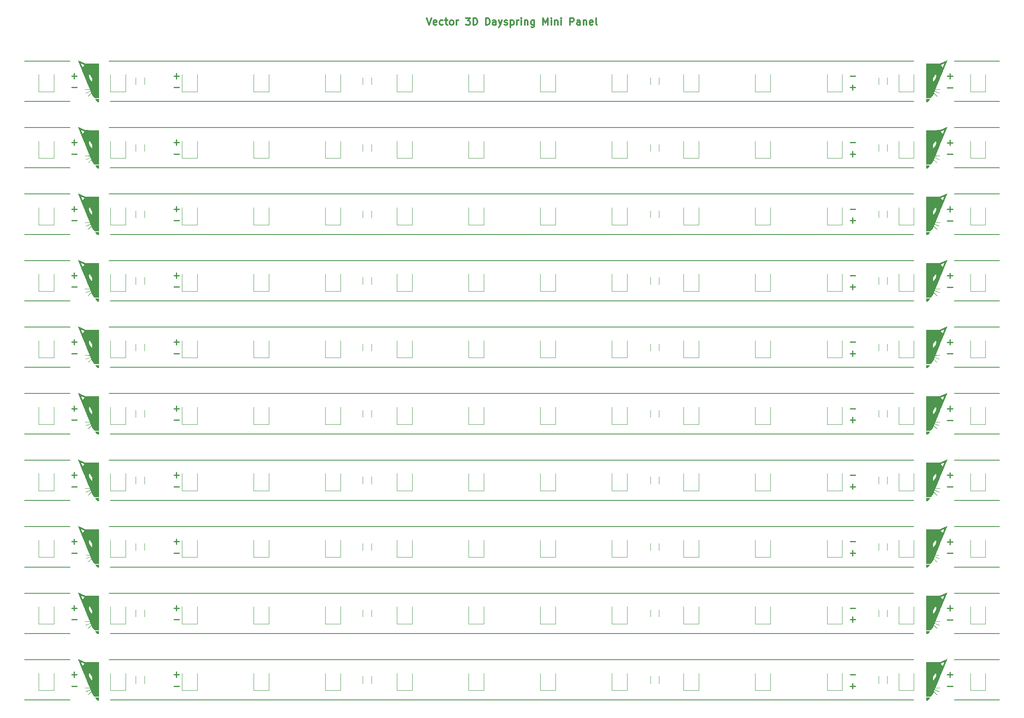
<source format=gbr>
%TF.GenerationSoftware,KiCad,Pcbnew,(6.0.7)*%
%TF.CreationDate,2023-02-06T14:52:35+00:00*%
%TF.ProjectId,Dayspring_Mini_P,44617973-7072-4696-9e67-5f4d696e695f,rev?*%
%TF.SameCoordinates,Original*%
%TF.FileFunction,Legend,Top*%
%TF.FilePolarity,Positive*%
%FSLAX46Y46*%
G04 Gerber Fmt 4.6, Leading zero omitted, Abs format (unit mm)*
G04 Created by KiCad (PCBNEW (6.0.7)) date 2023-02-06 14:52:35*
%MOMM*%
%LPD*%
G01*
G04 APERTURE LIST*
%ADD10C,0.150000*%
%ADD11C,0.250000*%
%ADD12C,0.300000*%
%ADD13C,0.120000*%
G04 APERTURE END LIST*
D10*
X27000000Y-35750000D02*
X17500000Y-35750000D01*
X27000000Y-49750000D02*
X17500000Y-49750000D01*
X27000000Y-63750000D02*
X17500000Y-63750000D01*
X27000000Y-77750000D02*
X17500000Y-77750000D01*
X27000000Y-91750000D02*
X17500000Y-91750000D01*
X27000000Y-105750000D02*
X17500000Y-105750000D01*
X27000000Y-119750000D02*
X17500000Y-119750000D01*
X27000000Y-133750000D02*
X17500000Y-133750000D01*
X27000000Y-147750000D02*
X17500000Y-147750000D01*
X27000000Y-161750000D02*
X17500000Y-161750000D01*
X27000000Y-27250000D02*
X17500000Y-27250000D01*
X27000000Y-41250000D02*
X17500000Y-41250000D01*
X27000000Y-55250000D02*
X17500000Y-55250000D01*
X27000000Y-69250000D02*
X17500000Y-69250000D01*
X27000000Y-83250000D02*
X17500000Y-83250000D01*
X27000000Y-97250000D02*
X17500000Y-97250000D01*
X27000000Y-111250000D02*
X17500000Y-111250000D01*
X27000000Y-125250000D02*
X17500000Y-125250000D01*
X27000000Y-139250000D02*
X17500000Y-139250000D01*
X27000000Y-153250000D02*
X17500000Y-153250000D01*
X204500000Y-35750000D02*
X35500000Y-35750000D01*
X204500000Y-49750000D02*
X35500000Y-49750000D01*
X204500000Y-63750000D02*
X35500000Y-63750000D01*
X204500000Y-77750000D02*
X35500000Y-77750000D01*
X204500000Y-91750000D02*
X35500000Y-91750000D01*
X204500000Y-105750000D02*
X35500000Y-105750000D01*
X204500000Y-119750000D02*
X35500000Y-119750000D01*
X204500000Y-133750000D02*
X35500000Y-133750000D01*
X204500000Y-147750000D02*
X35500000Y-147750000D01*
X204500000Y-161750000D02*
X35500000Y-161750000D01*
X35250000Y-27250000D02*
X204500000Y-27250000D01*
X35250000Y-41250000D02*
X204500000Y-41250000D01*
X35250000Y-55250000D02*
X204500000Y-55250000D01*
X35250000Y-69250000D02*
X204500000Y-69250000D01*
X35250000Y-83250000D02*
X204500000Y-83250000D01*
X35250000Y-97250000D02*
X204500000Y-97250000D01*
X35250000Y-111250000D02*
X204500000Y-111250000D01*
X35250000Y-125250000D02*
X204500000Y-125250000D01*
X35250000Y-153250000D02*
X204500000Y-153250000D01*
X35250000Y-139250000D02*
X204500000Y-139250000D01*
X213000000Y-27250000D02*
X222500000Y-27250000D01*
X213000000Y-41250000D02*
X222500000Y-41250000D01*
X213000000Y-55250000D02*
X222500000Y-55250000D01*
X213000000Y-69250000D02*
X222500000Y-69250000D01*
X213000000Y-83250000D02*
X222500000Y-83250000D01*
X213000000Y-97250000D02*
X222500000Y-97250000D01*
X213000000Y-111250000D02*
X222500000Y-111250000D01*
X213000000Y-125250000D02*
X222500000Y-125250000D01*
X213000000Y-153250000D02*
X222500000Y-153250000D01*
X213000000Y-139250000D02*
X222500000Y-139250000D01*
X213000000Y-35750000D02*
X222500000Y-35750000D01*
X213000000Y-49750000D02*
X222500000Y-49750000D01*
X213000000Y-63750000D02*
X222500000Y-63750000D01*
X213000000Y-77750000D02*
X222500000Y-77750000D01*
X213000000Y-91750000D02*
X222500000Y-91750000D01*
X213000000Y-105750000D02*
X222500000Y-105750000D01*
X213000000Y-119750000D02*
X222500000Y-119750000D01*
X213000000Y-133750000D02*
X222500000Y-133750000D01*
X213000000Y-161750000D02*
X222500000Y-161750000D01*
X213000000Y-147750000D02*
X222500000Y-147750000D01*
D11*
X27337500Y-30399642D02*
X28480357Y-30399642D01*
X27908928Y-30971071D02*
X27908928Y-29828214D01*
X27337500Y-32814642D02*
X28480357Y-32814642D01*
X27337500Y-44399642D02*
X28480357Y-44399642D01*
X27908928Y-44971071D02*
X27908928Y-43828214D01*
X27337500Y-46814642D02*
X28480357Y-46814642D01*
X27337500Y-58399642D02*
X28480357Y-58399642D01*
X27908928Y-58971071D02*
X27908928Y-57828214D01*
X27337500Y-60814642D02*
X28480357Y-60814642D01*
X27337500Y-72399642D02*
X28480357Y-72399642D01*
X27908928Y-72971071D02*
X27908928Y-71828214D01*
X27337500Y-74814642D02*
X28480357Y-74814642D01*
X27337500Y-86399642D02*
X28480357Y-86399642D01*
X27908928Y-86971071D02*
X27908928Y-85828214D01*
X27337500Y-88814642D02*
X28480357Y-88814642D01*
X27337500Y-100399642D02*
X28480357Y-100399642D01*
X27908928Y-100971071D02*
X27908928Y-99828214D01*
X27337500Y-102814642D02*
X28480357Y-102814642D01*
X27337500Y-114399642D02*
X28480357Y-114399642D01*
X27908928Y-114971071D02*
X27908928Y-113828214D01*
X27337500Y-116814642D02*
X28480357Y-116814642D01*
X27337500Y-128399642D02*
X28480357Y-128399642D01*
X27908928Y-128971071D02*
X27908928Y-127828214D01*
X27337500Y-130814642D02*
X28480357Y-130814642D01*
X27337500Y-156399642D02*
X28480357Y-156399642D01*
X27908928Y-156971071D02*
X27908928Y-155828214D01*
X27337500Y-158814642D02*
X28480357Y-158814642D01*
X27337500Y-142399642D02*
X28480357Y-142399642D01*
X27908928Y-142971071D02*
X27908928Y-141828214D01*
X27337500Y-144814642D02*
X28480357Y-144814642D01*
X212662500Y-32850357D02*
X211519642Y-32850357D01*
X212662500Y-30435357D02*
X211519642Y-30435357D01*
X212091071Y-29863928D02*
X212091071Y-31006785D01*
X212662500Y-46850357D02*
X211519642Y-46850357D01*
X212662500Y-44435357D02*
X211519642Y-44435357D01*
X212091071Y-43863928D02*
X212091071Y-45006785D01*
X212662500Y-60850357D02*
X211519642Y-60850357D01*
X212662500Y-58435357D02*
X211519642Y-58435357D01*
X212091071Y-57863928D02*
X212091071Y-59006785D01*
X212662500Y-74850357D02*
X211519642Y-74850357D01*
X212662500Y-72435357D02*
X211519642Y-72435357D01*
X212091071Y-71863928D02*
X212091071Y-73006785D01*
X212662500Y-88850357D02*
X211519642Y-88850357D01*
X212662500Y-86435357D02*
X211519642Y-86435357D01*
X212091071Y-85863928D02*
X212091071Y-87006785D01*
X212662500Y-102850357D02*
X211519642Y-102850357D01*
X212662500Y-100435357D02*
X211519642Y-100435357D01*
X212091071Y-99863928D02*
X212091071Y-101006785D01*
X212662500Y-116850357D02*
X211519642Y-116850357D01*
X212662500Y-114435357D02*
X211519642Y-114435357D01*
X212091071Y-113863928D02*
X212091071Y-115006785D01*
X212662500Y-130850357D02*
X211519642Y-130850357D01*
X212662500Y-128435357D02*
X211519642Y-128435357D01*
X212091071Y-127863928D02*
X212091071Y-129006785D01*
X212662500Y-158850357D02*
X211519642Y-158850357D01*
X212662500Y-156435357D02*
X211519642Y-156435357D01*
X212091071Y-155863928D02*
X212091071Y-157006785D01*
X212662500Y-144850357D02*
X211519642Y-144850357D01*
X212662500Y-142435357D02*
X211519642Y-142435357D01*
X212091071Y-141863928D02*
X212091071Y-143006785D01*
X48837500Y-30399642D02*
X49980357Y-30399642D01*
X49408928Y-30971071D02*
X49408928Y-29828214D01*
X48837500Y-32814642D02*
X49980357Y-32814642D01*
X48837500Y-44399642D02*
X49980357Y-44399642D01*
X49408928Y-44971071D02*
X49408928Y-43828214D01*
X48837500Y-46814642D02*
X49980357Y-46814642D01*
X48837500Y-58399642D02*
X49980357Y-58399642D01*
X49408928Y-58971071D02*
X49408928Y-57828214D01*
X48837500Y-60814642D02*
X49980357Y-60814642D01*
X48837500Y-72399642D02*
X49980357Y-72399642D01*
X49408928Y-72971071D02*
X49408928Y-71828214D01*
X48837500Y-74814642D02*
X49980357Y-74814642D01*
X48837500Y-86399642D02*
X49980357Y-86399642D01*
X49408928Y-86971071D02*
X49408928Y-85828214D01*
X48837500Y-88814642D02*
X49980357Y-88814642D01*
X48837500Y-100399642D02*
X49980357Y-100399642D01*
X49408928Y-100971071D02*
X49408928Y-99828214D01*
X48837500Y-102814642D02*
X49980357Y-102814642D01*
X48837500Y-114399642D02*
X49980357Y-114399642D01*
X49408928Y-114971071D02*
X49408928Y-113828214D01*
X48837500Y-116814642D02*
X49980357Y-116814642D01*
X48837500Y-128399642D02*
X49980357Y-128399642D01*
X49408928Y-128971071D02*
X49408928Y-127828214D01*
X48837500Y-130814642D02*
X49980357Y-130814642D01*
X48837500Y-156399642D02*
X49980357Y-156399642D01*
X49408928Y-156971071D02*
X49408928Y-155828214D01*
X48837500Y-158814642D02*
X49980357Y-158814642D01*
X48837500Y-142399642D02*
X49980357Y-142399642D01*
X49408928Y-142971071D02*
X49408928Y-141828214D01*
X48837500Y-144814642D02*
X49980357Y-144814642D01*
D12*
X102035714Y-18178571D02*
X102535714Y-19678571D01*
X103035714Y-18178571D01*
X104107142Y-19607142D02*
X103964285Y-19678571D01*
X103678571Y-19678571D01*
X103535714Y-19607142D01*
X103464285Y-19464285D01*
X103464285Y-18892857D01*
X103535714Y-18750000D01*
X103678571Y-18678571D01*
X103964285Y-18678571D01*
X104107142Y-18750000D01*
X104178571Y-18892857D01*
X104178571Y-19035714D01*
X103464285Y-19178571D01*
X105464285Y-19607142D02*
X105321428Y-19678571D01*
X105035714Y-19678571D01*
X104892857Y-19607142D01*
X104821428Y-19535714D01*
X104749999Y-19392857D01*
X104749999Y-18964285D01*
X104821428Y-18821428D01*
X104892857Y-18750000D01*
X105035714Y-18678571D01*
X105321428Y-18678571D01*
X105464285Y-18750000D01*
X105892857Y-18678571D02*
X106464285Y-18678571D01*
X106107142Y-18178571D02*
X106107142Y-19464285D01*
X106178571Y-19607142D01*
X106321428Y-19678571D01*
X106464285Y-19678571D01*
X107178571Y-19678571D02*
X107035714Y-19607142D01*
X106964285Y-19535714D01*
X106892857Y-19392857D01*
X106892857Y-18964285D01*
X106964285Y-18821428D01*
X107035714Y-18750000D01*
X107178571Y-18678571D01*
X107392857Y-18678571D01*
X107535714Y-18750000D01*
X107607142Y-18821428D01*
X107678571Y-18964285D01*
X107678571Y-19392857D01*
X107607142Y-19535714D01*
X107535714Y-19607142D01*
X107392857Y-19678571D01*
X107178571Y-19678571D01*
X108321428Y-19678571D02*
X108321428Y-18678571D01*
X108321428Y-18964285D02*
X108392857Y-18821428D01*
X108464285Y-18750000D01*
X108607142Y-18678571D01*
X108749999Y-18678571D01*
X110249999Y-18178571D02*
X111178571Y-18178571D01*
X110678571Y-18750000D01*
X110892857Y-18750000D01*
X111035714Y-18821428D01*
X111107142Y-18892857D01*
X111178571Y-19035714D01*
X111178571Y-19392857D01*
X111107142Y-19535714D01*
X111035714Y-19607142D01*
X110892857Y-19678571D01*
X110464285Y-19678571D01*
X110321428Y-19607142D01*
X110249999Y-19535714D01*
X111821428Y-19678571D02*
X111821428Y-18178571D01*
X112178571Y-18178571D01*
X112392857Y-18250000D01*
X112535714Y-18392857D01*
X112607142Y-18535714D01*
X112678571Y-18821428D01*
X112678571Y-19035714D01*
X112607142Y-19321428D01*
X112535714Y-19464285D01*
X112392857Y-19607142D01*
X112178571Y-19678571D01*
X111821428Y-19678571D01*
X114464285Y-19678571D02*
X114464285Y-18178571D01*
X114821428Y-18178571D01*
X115035714Y-18250000D01*
X115178571Y-18392857D01*
X115249999Y-18535714D01*
X115321428Y-18821428D01*
X115321428Y-19035714D01*
X115249999Y-19321428D01*
X115178571Y-19464285D01*
X115035714Y-19607142D01*
X114821428Y-19678571D01*
X114464285Y-19678571D01*
X116607142Y-19678571D02*
X116607142Y-18892857D01*
X116535714Y-18750000D01*
X116392857Y-18678571D01*
X116107142Y-18678571D01*
X115964285Y-18750000D01*
X116607142Y-19607142D02*
X116464285Y-19678571D01*
X116107142Y-19678571D01*
X115964285Y-19607142D01*
X115892857Y-19464285D01*
X115892857Y-19321428D01*
X115964285Y-19178571D01*
X116107142Y-19107142D01*
X116464285Y-19107142D01*
X116607142Y-19035714D01*
X117178571Y-18678571D02*
X117535714Y-19678571D01*
X117892857Y-18678571D02*
X117535714Y-19678571D01*
X117392857Y-20035714D01*
X117321428Y-20107142D01*
X117178571Y-20178571D01*
X118392857Y-19607142D02*
X118535714Y-19678571D01*
X118821428Y-19678571D01*
X118964285Y-19607142D01*
X119035714Y-19464285D01*
X119035714Y-19392857D01*
X118964285Y-19250000D01*
X118821428Y-19178571D01*
X118607142Y-19178571D01*
X118464285Y-19107142D01*
X118392857Y-18964285D01*
X118392857Y-18892857D01*
X118464285Y-18750000D01*
X118607142Y-18678571D01*
X118821428Y-18678571D01*
X118964285Y-18750000D01*
X119678571Y-18678571D02*
X119678571Y-20178571D01*
X119678571Y-18750000D02*
X119821428Y-18678571D01*
X120107142Y-18678571D01*
X120249999Y-18750000D01*
X120321428Y-18821428D01*
X120392857Y-18964285D01*
X120392857Y-19392857D01*
X120321428Y-19535714D01*
X120249999Y-19607142D01*
X120107142Y-19678571D01*
X119821428Y-19678571D01*
X119678571Y-19607142D01*
X121035714Y-19678571D02*
X121035714Y-18678571D01*
X121035714Y-18964285D02*
X121107142Y-18821428D01*
X121178571Y-18750000D01*
X121321428Y-18678571D01*
X121464285Y-18678571D01*
X121964285Y-19678571D02*
X121964285Y-18678571D01*
X121964285Y-18178571D02*
X121892857Y-18250000D01*
X121964285Y-18321428D01*
X122035714Y-18250000D01*
X121964285Y-18178571D01*
X121964285Y-18321428D01*
X122678571Y-18678571D02*
X122678571Y-19678571D01*
X122678571Y-18821428D02*
X122749999Y-18750000D01*
X122892857Y-18678571D01*
X123107142Y-18678571D01*
X123249999Y-18750000D01*
X123321428Y-18892857D01*
X123321428Y-19678571D01*
X124678571Y-18678571D02*
X124678571Y-19892857D01*
X124607142Y-20035714D01*
X124535714Y-20107142D01*
X124392857Y-20178571D01*
X124178571Y-20178571D01*
X124035714Y-20107142D01*
X124678571Y-19607142D02*
X124535714Y-19678571D01*
X124249999Y-19678571D01*
X124107142Y-19607142D01*
X124035714Y-19535714D01*
X123964285Y-19392857D01*
X123964285Y-18964285D01*
X124035714Y-18821428D01*
X124107142Y-18750000D01*
X124249999Y-18678571D01*
X124535714Y-18678571D01*
X124678571Y-18750000D01*
X126535714Y-19678571D02*
X126535714Y-18178571D01*
X127035714Y-19250000D01*
X127535714Y-18178571D01*
X127535714Y-19678571D01*
X128249999Y-19678571D02*
X128249999Y-18678571D01*
X128249999Y-18178571D02*
X128178571Y-18250000D01*
X128249999Y-18321428D01*
X128321428Y-18250000D01*
X128249999Y-18178571D01*
X128249999Y-18321428D01*
X128964285Y-18678571D02*
X128964285Y-19678571D01*
X128964285Y-18821428D02*
X129035714Y-18750000D01*
X129178571Y-18678571D01*
X129392857Y-18678571D01*
X129535714Y-18750000D01*
X129607142Y-18892857D01*
X129607142Y-19678571D01*
X130321428Y-19678571D02*
X130321428Y-18678571D01*
X130321428Y-18178571D02*
X130249999Y-18250000D01*
X130321428Y-18321428D01*
X130392857Y-18250000D01*
X130321428Y-18178571D01*
X130321428Y-18321428D01*
X132178571Y-19678571D02*
X132178571Y-18178571D01*
X132749999Y-18178571D01*
X132892857Y-18250000D01*
X132964285Y-18321428D01*
X133035714Y-18464285D01*
X133035714Y-18678571D01*
X132964285Y-18821428D01*
X132892857Y-18892857D01*
X132749999Y-18964285D01*
X132178571Y-18964285D01*
X134321428Y-19678571D02*
X134321428Y-18892857D01*
X134250000Y-18750000D01*
X134107142Y-18678571D01*
X133821428Y-18678571D01*
X133678571Y-18750000D01*
X134321428Y-19607142D02*
X134178571Y-19678571D01*
X133821428Y-19678571D01*
X133678571Y-19607142D01*
X133607142Y-19464285D01*
X133607142Y-19321428D01*
X133678571Y-19178571D01*
X133821428Y-19107142D01*
X134178571Y-19107142D01*
X134321428Y-19035714D01*
X135035714Y-18678571D02*
X135035714Y-19678571D01*
X135035714Y-18821428D02*
X135107142Y-18750000D01*
X135250000Y-18678571D01*
X135464285Y-18678571D01*
X135607142Y-18750000D01*
X135678571Y-18892857D01*
X135678571Y-19678571D01*
X136964285Y-19607142D02*
X136821428Y-19678571D01*
X136535714Y-19678571D01*
X136392857Y-19607142D01*
X136321428Y-19464285D01*
X136321428Y-18892857D01*
X136392857Y-18750000D01*
X136535714Y-18678571D01*
X136821428Y-18678571D01*
X136964285Y-18750000D01*
X137035714Y-18892857D01*
X137035714Y-19035714D01*
X136321428Y-19178571D01*
X137892857Y-19678571D02*
X137749999Y-19607142D01*
X137678571Y-19464285D01*
X137678571Y-18178571D01*
D11*
X191087500Y-30399642D02*
X192230357Y-30399642D01*
X191087500Y-32814642D02*
X192230357Y-32814642D01*
X191658928Y-33386071D02*
X191658928Y-32243214D01*
X191087500Y-44399642D02*
X192230357Y-44399642D01*
X191087500Y-46814642D02*
X192230357Y-46814642D01*
X191658928Y-47386071D02*
X191658928Y-46243214D01*
X191087500Y-58399642D02*
X192230357Y-58399642D01*
X191087500Y-60814642D02*
X192230357Y-60814642D01*
X191658928Y-61386071D02*
X191658928Y-60243214D01*
X191087500Y-72399642D02*
X192230357Y-72399642D01*
X191087500Y-74814642D02*
X192230357Y-74814642D01*
X191658928Y-75386071D02*
X191658928Y-74243214D01*
X191087500Y-86399642D02*
X192230357Y-86399642D01*
X191087500Y-88814642D02*
X192230357Y-88814642D01*
X191658928Y-89386071D02*
X191658928Y-88243214D01*
X191087500Y-100399642D02*
X192230357Y-100399642D01*
X191087500Y-102814642D02*
X192230357Y-102814642D01*
X191658928Y-103386071D02*
X191658928Y-102243214D01*
X191087500Y-114399642D02*
X192230357Y-114399642D01*
X191087500Y-116814642D02*
X192230357Y-116814642D01*
X191658928Y-117386071D02*
X191658928Y-116243214D01*
X191087500Y-128399642D02*
X192230357Y-128399642D01*
X191087500Y-130814642D02*
X192230357Y-130814642D01*
X191658928Y-131386071D02*
X191658928Y-130243214D01*
X191087500Y-156399642D02*
X192230357Y-156399642D01*
X191087500Y-158814642D02*
X192230357Y-158814642D01*
X191658928Y-159386071D02*
X191658928Y-158243214D01*
X191087500Y-142399642D02*
X192230357Y-142399642D01*
X191087500Y-144814642D02*
X192230357Y-144814642D01*
X191658928Y-145386071D02*
X191658928Y-144243214D01*
D13*
%TO.C,D10*%
X186246153Y-142100000D02*
X186246153Y-145700000D01*
X186246153Y-145700000D02*
X189446153Y-145700000D01*
X189446153Y-142100000D02*
X189446153Y-145700000D01*
%TO.C,R4*%
X198910000Y-88227064D02*
X198910000Y-86772936D01*
X197090000Y-88227064D02*
X197090000Y-86772936D01*
%TO.C,D11*%
X95784615Y-47700000D02*
X98984615Y-47700000D01*
X98984615Y-44100000D02*
X98984615Y-47700000D01*
X95784615Y-44100000D02*
X95784615Y-47700000D01*
%TO.C,D2*%
X125938461Y-44100000D02*
X125938461Y-47700000D01*
X125938461Y-47700000D02*
X129138461Y-47700000D01*
X129138461Y-44100000D02*
X129138461Y-47700000D01*
%TO.C,D5*%
X50553846Y-117700000D02*
X53753846Y-117700000D01*
X53753846Y-114100000D02*
X53753846Y-117700000D01*
X50553846Y-114100000D02*
X50553846Y-117700000D01*
%TO.C,D7*%
X68830769Y-100100000D02*
X68830769Y-103700000D01*
X65630769Y-103700000D02*
X68830769Y-103700000D01*
X65630769Y-100100000D02*
X65630769Y-103700000D01*
%TO.C,D10*%
X189446153Y-114100000D02*
X189446153Y-117700000D01*
X186246153Y-114100000D02*
X186246153Y-117700000D01*
X186246153Y-117700000D02*
X189446153Y-117700000D01*
%TO.C,D14*%
X216400000Y-142100000D02*
X216400000Y-145700000D01*
X216400000Y-145700000D02*
X219600000Y-145700000D01*
X219600000Y-142100000D02*
X219600000Y-145700000D01*
%TO.C,D4*%
X141015384Y-117700000D02*
X144215384Y-117700000D01*
X141015384Y-114100000D02*
X141015384Y-117700000D01*
X144215384Y-114100000D02*
X144215384Y-117700000D01*
%TO.C,D2*%
X125938461Y-117700000D02*
X129138461Y-117700000D01*
X125938461Y-114100000D02*
X125938461Y-117700000D01*
X129138461Y-114100000D02*
X129138461Y-117700000D01*
%TO.C,D12*%
X201323076Y-86100000D02*
X201323076Y-89700000D01*
X204523076Y-86100000D02*
X204523076Y-89700000D01*
X201323076Y-89700000D02*
X204523076Y-89700000D01*
%TO.C,D11*%
X95784615Y-131700000D02*
X98984615Y-131700000D01*
X95784615Y-128100000D02*
X95784615Y-131700000D01*
X98984615Y-128100000D02*
X98984615Y-131700000D01*
%TO.C,R4*%
X197090000Y-102227064D02*
X197090000Y-100772936D01*
X198910000Y-102227064D02*
X198910000Y-100772936D01*
%TO.C,D12*%
X204523076Y-142100000D02*
X204523076Y-145700000D01*
X201323076Y-145700000D02*
X204523076Y-145700000D01*
X201323076Y-142100000D02*
X201323076Y-145700000D01*
%TO.C,D5*%
X50553846Y-142100000D02*
X50553846Y-145700000D01*
X50553846Y-145700000D02*
X53753846Y-145700000D01*
X53753846Y-142100000D02*
X53753846Y-145700000D01*
%TO.C,D12*%
X201323076Y-156100000D02*
X201323076Y-159700000D01*
X201323076Y-159700000D02*
X204523076Y-159700000D01*
X204523076Y-156100000D02*
X204523076Y-159700000D01*
%TO.C,D5*%
X50553846Y-30100000D02*
X50553846Y-33700000D01*
X50553846Y-33700000D02*
X53753846Y-33700000D01*
X53753846Y-30100000D02*
X53753846Y-33700000D01*
%TO.C,D3*%
X38676923Y-72100000D02*
X38676923Y-75700000D01*
X35476923Y-72100000D02*
X35476923Y-75700000D01*
X35476923Y-75700000D02*
X38676923Y-75700000D01*
%TO.C,D7*%
X65630769Y-44100000D02*
X65630769Y-47700000D01*
X68830769Y-44100000D02*
X68830769Y-47700000D01*
X65630769Y-47700000D02*
X68830769Y-47700000D01*
%TO.C,R3*%
X88590000Y-116227064D02*
X88590000Y-114772936D01*
X90410000Y-116227064D02*
X90410000Y-114772936D01*
%TO.C,R4*%
X198910000Y-74227064D02*
X198910000Y-72772936D01*
X197090000Y-74227064D02*
X197090000Y-72772936D01*
%TO.C,D5*%
X53753846Y-58100000D02*
X53753846Y-61700000D01*
X50553846Y-61700000D02*
X53753846Y-61700000D01*
X50553846Y-58100000D02*
X50553846Y-61700000D01*
%TO.C,D9*%
X80707692Y-131700000D02*
X83907692Y-131700000D01*
X80707692Y-128100000D02*
X80707692Y-131700000D01*
X83907692Y-128100000D02*
X83907692Y-131700000D01*
X80707692Y-89700000D02*
X83907692Y-89700000D01*
X80707692Y-86100000D02*
X80707692Y-89700000D01*
X83907692Y-86100000D02*
X83907692Y-89700000D01*
%TO.C,D6*%
X156092307Y-145700000D02*
X159292307Y-145700000D01*
X156092307Y-142100000D02*
X156092307Y-145700000D01*
X159292307Y-142100000D02*
X159292307Y-145700000D01*
%TO.C,D12*%
X201323076Y-128100000D02*
X201323076Y-131700000D01*
X201323076Y-131700000D02*
X204523076Y-131700000D01*
X204523076Y-128100000D02*
X204523076Y-131700000D01*
%TO.C,D1*%
X23600000Y-44100000D02*
X23600000Y-47700000D01*
X20400000Y-44100000D02*
X20400000Y-47700000D01*
X20400000Y-47700000D02*
X23600000Y-47700000D01*
%TO.C,R4*%
X197090000Y-116227064D02*
X197090000Y-114772936D01*
X198910000Y-116227064D02*
X198910000Y-114772936D01*
%TO.C,G\u002A\u002A\u002A*%
G36*
X210073933Y-72736377D02*
G01*
X210017437Y-72873851D01*
X209963866Y-73004006D01*
X209915303Y-73121793D01*
X209873830Y-73222167D01*
X209841527Y-73300080D01*
X209820476Y-73350484D01*
X209806362Y-73384039D01*
X209786408Y-73431716D01*
X209765488Y-73482075D01*
X209741555Y-73540100D01*
X209712560Y-73610775D01*
X209676455Y-73699085D01*
X209631193Y-73810013D01*
X209574724Y-73948545D01*
X209571436Y-73956609D01*
X209541119Y-74030716D01*
X209502596Y-74124577D01*
X209460472Y-74226984D01*
X209419351Y-74326731D01*
X209391624Y-74393957D01*
X209344697Y-74507897D01*
X209292323Y-74635204D01*
X209239100Y-74764702D01*
X209189624Y-74885214D01*
X209057925Y-75206232D01*
X210078070Y-75206232D01*
X210072450Y-75245810D01*
X210066829Y-75285387D01*
X209541868Y-75294182D01*
X209016908Y-75302977D01*
X208962725Y-75431967D01*
X208947175Y-75470003D01*
X208927550Y-75525870D01*
X208922408Y-75558868D01*
X208930501Y-75574528D01*
X208934080Y-75576338D01*
X208965289Y-75589639D01*
X209023694Y-75613308D01*
X209105034Y-75645660D01*
X209205047Y-75685005D01*
X209319473Y-75729657D01*
X209444050Y-75777927D01*
X209551623Y-75819553D01*
X209669458Y-75865591D01*
X209760241Y-75901928D01*
X209827318Y-75930144D01*
X209874038Y-75951821D01*
X209903748Y-75968540D01*
X209919795Y-75981881D01*
X209925527Y-75993426D01*
X209924291Y-76004756D01*
X209916739Y-76027939D01*
X209909499Y-76045922D01*
X209909336Y-76046004D01*
X209890199Y-76040580D01*
X209842316Y-76023638D01*
X209769376Y-75996586D01*
X209675070Y-75960833D01*
X209563089Y-75917788D01*
X209437123Y-75868861D01*
X209300862Y-75815461D01*
X209157997Y-75758996D01*
X209121536Y-75744639D01*
X209038063Y-75712678D01*
X208967635Y-75686955D01*
X208916768Y-75669808D01*
X208891977Y-75663573D01*
X208889685Y-75663933D01*
X208868965Y-75684577D01*
X208841289Y-75733641D01*
X208809331Y-75806501D01*
X208752295Y-75949428D01*
X209124522Y-76321958D01*
X209128294Y-76325733D01*
X209233398Y-76431113D01*
X209315996Y-76514622D01*
X209378472Y-76579081D01*
X209423214Y-76627310D01*
X209452608Y-76662131D01*
X209469039Y-76686364D01*
X209474895Y-76702829D01*
X209472561Y-76714348D01*
X209464424Y-76723741D01*
X209456709Y-76729680D01*
X209444941Y-76732998D01*
X209429003Y-76728596D01*
X209405956Y-76714004D01*
X209372860Y-76686754D01*
X209326777Y-76644375D01*
X209264767Y-76584399D01*
X209183890Y-76504355D01*
X209081208Y-76401774D01*
X209066104Y-76386667D01*
X208976105Y-76297105D01*
X208894605Y-76216755D01*
X208824857Y-76148772D01*
X208770117Y-76096308D01*
X208733640Y-76062518D01*
X208718680Y-76050554D01*
X208705245Y-76064451D01*
X208688623Y-76098926D01*
X208656042Y-76182793D01*
X208613085Y-76285431D01*
X208570124Y-76375430D01*
X208522648Y-76460716D01*
X208466146Y-76549215D01*
X208396104Y-76648854D01*
X208308011Y-76767558D01*
X208079526Y-77070775D01*
X207102909Y-77070775D01*
X207102909Y-73265297D01*
X208545291Y-73265297D01*
X208545307Y-73281960D01*
X208546263Y-73392168D01*
X208548549Y-73486119D01*
X208551953Y-73559083D01*
X208556266Y-73606330D01*
X208561274Y-73623130D01*
X208569253Y-73618983D01*
X208597830Y-73592409D01*
X208641053Y-73545584D01*
X208694739Y-73483576D01*
X208754705Y-73411456D01*
X208816768Y-73334293D01*
X208876746Y-73257156D01*
X208930457Y-73185115D01*
X208973716Y-73123240D01*
X209035997Y-73025348D01*
X209120192Y-72875463D01*
X209184219Y-72736950D01*
X209225073Y-72615875D01*
X209236741Y-72557060D01*
X209245292Y-72458889D01*
X209243200Y-72360185D01*
X209230920Y-72272436D01*
X209208905Y-72207133D01*
X209201741Y-72194365D01*
X209167276Y-72144233D01*
X209128526Y-72100176D01*
X209093136Y-72070113D01*
X209068750Y-72061963D01*
X209068089Y-72062329D01*
X209052668Y-72081563D01*
X209022060Y-72126698D01*
X208978762Y-72193813D01*
X208925270Y-72278987D01*
X208864080Y-72378298D01*
X208797687Y-72487825D01*
X208545291Y-72907465D01*
X208545291Y-73265297D01*
X207102909Y-73265297D01*
X207102909Y-70084757D01*
X210194495Y-70084757D01*
X210197208Y-70096010D01*
X210219000Y-70130285D01*
X210258233Y-70182492D01*
X210311403Y-70248023D01*
X210375010Y-70322270D01*
X210424633Y-70378173D01*
X210485176Y-70444554D01*
X210535268Y-70497376D01*
X210570742Y-70532272D01*
X210587431Y-70544875D01*
X210598281Y-70540040D01*
X210615463Y-70514092D01*
X210617151Y-70509568D01*
X210630414Y-70475494D01*
X210654008Y-70415727D01*
X210685826Y-70335576D01*
X210723763Y-70240351D01*
X210765710Y-70135360D01*
X210780292Y-70098753D01*
X210819618Y-69998292D01*
X210853013Y-69910437D01*
X210878640Y-69840181D01*
X210894662Y-69792517D01*
X210899241Y-69772438D01*
X210898474Y-69771981D01*
X210876900Y-69777564D01*
X210830063Y-69795153D01*
X210763556Y-69822269D01*
X210682971Y-69856434D01*
X210593901Y-69895169D01*
X210501939Y-69935996D01*
X210412678Y-69976436D01*
X210331710Y-70014010D01*
X210264629Y-70046241D01*
X210217026Y-70070650D01*
X210194495Y-70084757D01*
X207102909Y-70084757D01*
X207102909Y-69806690D01*
X208558484Y-69801994D01*
X210014059Y-69797299D01*
X210330679Y-69650807D01*
X210335352Y-69648645D01*
X210437698Y-69601297D01*
X210533430Y-69557017D01*
X210616220Y-69518731D01*
X210679740Y-69489366D01*
X210717660Y-69471850D01*
X210743581Y-69460001D01*
X210801997Y-69433531D01*
X210880443Y-69398135D01*
X210971928Y-69356965D01*
X211069460Y-69313176D01*
X211135767Y-69283404D01*
X211235950Y-69238290D01*
X211328154Y-69196623D01*
X211404332Y-69162042D01*
X211456441Y-69138185D01*
X211509542Y-69114345D01*
X211549379Y-69097826D01*
X211566119Y-69092756D01*
X211566187Y-69092911D01*
X211560351Y-69111553D01*
X211543049Y-69157499D01*
X211516226Y-69225913D01*
X211481828Y-69311958D01*
X211441802Y-69410799D01*
X211398093Y-69517599D01*
X211352647Y-69627523D01*
X211307409Y-69735734D01*
X211303806Y-69744316D01*
X211292180Y-69772438D01*
X211273560Y-69817478D01*
X211245991Y-69885897D01*
X211226670Y-69935769D01*
X211213659Y-69969532D01*
X211186801Y-70035662D01*
X211158263Y-70102875D01*
X211147737Y-70127498D01*
X211122633Y-70187349D01*
X211087473Y-70271915D01*
X211044169Y-70376566D01*
X210994637Y-70496675D01*
X210940791Y-70627613D01*
X210884545Y-70764750D01*
X210820402Y-70921337D01*
X210749652Y-71093992D01*
X210690037Y-71239391D01*
X210640336Y-71360504D01*
X210599328Y-71460304D01*
X210565789Y-71541763D01*
X210538501Y-71607854D01*
X210516239Y-71661548D01*
X210497784Y-71705817D01*
X210491598Y-71720625D01*
X210474933Y-71760672D01*
X210454705Y-71809504D01*
X210429690Y-71870093D01*
X210398668Y-71945409D01*
X210360416Y-72038424D01*
X210313711Y-72152108D01*
X210257333Y-72289432D01*
X210190058Y-72453367D01*
X210187793Y-72458889D01*
X210110665Y-72646883D01*
X210073933Y-72736377D01*
G37*
G36*
X207591100Y-77246833D02*
G01*
X207700020Y-77247676D01*
X207793192Y-77249147D01*
X207865758Y-77251135D01*
X207912860Y-77253527D01*
X207929640Y-77256212D01*
X207927786Y-77259875D01*
X207909592Y-77286651D01*
X207874455Y-77335506D01*
X207825429Y-77402270D01*
X207765567Y-77482769D01*
X207697921Y-77572833D01*
X207466202Y-77879916D01*
X207102909Y-77879916D01*
X207102909Y-77246675D01*
X207516275Y-77246675D01*
X207591100Y-77246833D01*
G37*
%TO.C,R1*%
X42660000Y-130227064D02*
X42660000Y-128772936D01*
X40840000Y-130227064D02*
X40840000Y-128772936D01*
%TO.C,D8*%
X171169230Y-75700000D02*
X174369230Y-75700000D01*
X171169230Y-72100000D02*
X171169230Y-75700000D01*
X174369230Y-72100000D02*
X174369230Y-75700000D01*
%TO.C,D1*%
X20400000Y-61700000D02*
X23600000Y-61700000D01*
X20400000Y-58100000D02*
X20400000Y-61700000D01*
X23600000Y-58100000D02*
X23600000Y-61700000D01*
%TO.C,R1*%
X42660000Y-46227064D02*
X42660000Y-44772936D01*
X40840000Y-46227064D02*
X40840000Y-44772936D01*
%TO.C,D4*%
X141015384Y-145700000D02*
X144215384Y-145700000D01*
X141015384Y-142100000D02*
X141015384Y-145700000D01*
X144215384Y-142100000D02*
X144215384Y-145700000D01*
%TO.C,D3*%
X38676923Y-114100000D02*
X38676923Y-117700000D01*
X35476923Y-114100000D02*
X35476923Y-117700000D01*
X35476923Y-117700000D02*
X38676923Y-117700000D01*
%TO.C,R2*%
X149090000Y-60227064D02*
X149090000Y-58772936D01*
X150910000Y-60227064D02*
X150910000Y-58772936D01*
%TO.C,D3*%
X35476923Y-44100000D02*
X35476923Y-47700000D01*
X35476923Y-47700000D02*
X38676923Y-47700000D01*
X38676923Y-44100000D02*
X38676923Y-47700000D01*
%TO.C,R2*%
X149090000Y-144227064D02*
X149090000Y-142772936D01*
X150910000Y-144227064D02*
X150910000Y-142772936D01*
%TO.C,G\u002A\u002A\u002A*%
G36*
X29992667Y-44289432D02*
G01*
X29936289Y-44152108D01*
X29889584Y-44038424D01*
X29851332Y-43945409D01*
X29820310Y-43870093D01*
X29795295Y-43809504D01*
X29775067Y-43760672D01*
X29758402Y-43720625D01*
X29752216Y-43705817D01*
X29733761Y-43661548D01*
X29711499Y-43607854D01*
X29684211Y-43541763D01*
X29650672Y-43460304D01*
X29609664Y-43360504D01*
X29559963Y-43239391D01*
X29500348Y-43093992D01*
X29429598Y-42921337D01*
X29365455Y-42764750D01*
X29309209Y-42627613D01*
X29255363Y-42496675D01*
X29205831Y-42376566D01*
X29162527Y-42271915D01*
X29127367Y-42187349D01*
X29102263Y-42127498D01*
X29091737Y-42102875D01*
X29063199Y-42035662D01*
X29036341Y-41969532D01*
X29023330Y-41935769D01*
X29004009Y-41885897D01*
X28976440Y-41817478D01*
X28957820Y-41772438D01*
X29350759Y-41772438D01*
X29355338Y-41792517D01*
X29371360Y-41840181D01*
X29396987Y-41910437D01*
X29430382Y-41998292D01*
X29469708Y-42098753D01*
X29484290Y-42135360D01*
X29526237Y-42240351D01*
X29564174Y-42335576D01*
X29595992Y-42415727D01*
X29619586Y-42475494D01*
X29632849Y-42509568D01*
X29634537Y-42514092D01*
X29651719Y-42540040D01*
X29662569Y-42544875D01*
X29679258Y-42532272D01*
X29714732Y-42497376D01*
X29764824Y-42444554D01*
X29825367Y-42378173D01*
X29874990Y-42322270D01*
X29938597Y-42248023D01*
X29991767Y-42182492D01*
X30031000Y-42130285D01*
X30052792Y-42096010D01*
X30055505Y-42084757D01*
X30032974Y-42070650D01*
X29985371Y-42046241D01*
X29918290Y-42014010D01*
X29837322Y-41976436D01*
X29748061Y-41935996D01*
X29656099Y-41895169D01*
X29567029Y-41856434D01*
X29486444Y-41822269D01*
X29419937Y-41795153D01*
X29373100Y-41777564D01*
X29351526Y-41771981D01*
X29350759Y-41772438D01*
X28957820Y-41772438D01*
X28946194Y-41744316D01*
X28942591Y-41735734D01*
X28897353Y-41627523D01*
X28851907Y-41517599D01*
X28808198Y-41410799D01*
X28768172Y-41311958D01*
X28733774Y-41225913D01*
X28706951Y-41157499D01*
X28689649Y-41111553D01*
X28683813Y-41092911D01*
X28683881Y-41092756D01*
X28700621Y-41097826D01*
X28740458Y-41114345D01*
X28793559Y-41138185D01*
X28845668Y-41162042D01*
X28921846Y-41196623D01*
X29014050Y-41238290D01*
X29114233Y-41283404D01*
X29180540Y-41313176D01*
X29278072Y-41356965D01*
X29369557Y-41398135D01*
X29448003Y-41433531D01*
X29506419Y-41460001D01*
X29532340Y-41471850D01*
X29570260Y-41489366D01*
X29633780Y-41518731D01*
X29716570Y-41557017D01*
X29812302Y-41601297D01*
X29914648Y-41648645D01*
X29919321Y-41650807D01*
X30235941Y-41797299D01*
X31691516Y-41801994D01*
X33147091Y-41806690D01*
X33147091Y-49070775D01*
X32170474Y-49070775D01*
X31941989Y-48767558D01*
X31853896Y-48648854D01*
X31783854Y-48549215D01*
X31727352Y-48460716D01*
X31679876Y-48375430D01*
X31636915Y-48285431D01*
X31593958Y-48182793D01*
X31561377Y-48098926D01*
X31544755Y-48064451D01*
X31531320Y-48050554D01*
X31516360Y-48062518D01*
X31479883Y-48096308D01*
X31425143Y-48148772D01*
X31355395Y-48216755D01*
X31273895Y-48297105D01*
X31183896Y-48386667D01*
X31168792Y-48401774D01*
X31066110Y-48504355D01*
X30985233Y-48584399D01*
X30923223Y-48644375D01*
X30877140Y-48686754D01*
X30844044Y-48714004D01*
X30820997Y-48728596D01*
X30805059Y-48732998D01*
X30793291Y-48729680D01*
X30785576Y-48723741D01*
X30777439Y-48714348D01*
X30775105Y-48702829D01*
X30780961Y-48686364D01*
X30797392Y-48662131D01*
X30826786Y-48627310D01*
X30871528Y-48579081D01*
X30934004Y-48514622D01*
X31016602Y-48431113D01*
X31121706Y-48325733D01*
X31125478Y-48321958D01*
X31497705Y-47949428D01*
X31440669Y-47806501D01*
X31408711Y-47733641D01*
X31381035Y-47684577D01*
X31360315Y-47663933D01*
X31358023Y-47663573D01*
X31333232Y-47669808D01*
X31282365Y-47686955D01*
X31211937Y-47712678D01*
X31128464Y-47744639D01*
X31092003Y-47758996D01*
X30949138Y-47815461D01*
X30812877Y-47868861D01*
X30686911Y-47917788D01*
X30574930Y-47960833D01*
X30480624Y-47996586D01*
X30407684Y-48023638D01*
X30359801Y-48040580D01*
X30340664Y-48046004D01*
X30340501Y-48045922D01*
X30333261Y-48027939D01*
X30325709Y-48004756D01*
X30324473Y-47993426D01*
X30330205Y-47981881D01*
X30346252Y-47968540D01*
X30375962Y-47951821D01*
X30422682Y-47930144D01*
X30489759Y-47901928D01*
X30580542Y-47865591D01*
X30698377Y-47819553D01*
X30805950Y-47777927D01*
X30930527Y-47729657D01*
X31044953Y-47685005D01*
X31144966Y-47645660D01*
X31226306Y-47613308D01*
X31284711Y-47589639D01*
X31315920Y-47576338D01*
X31319499Y-47574528D01*
X31327592Y-47558868D01*
X31322450Y-47525870D01*
X31302825Y-47470003D01*
X31287275Y-47431967D01*
X31233092Y-47302977D01*
X30708132Y-47294182D01*
X30183171Y-47285387D01*
X30177550Y-47245810D01*
X30171930Y-47206232D01*
X31192075Y-47206232D01*
X31060376Y-46885214D01*
X31010900Y-46764702D01*
X30957677Y-46635204D01*
X30905303Y-46507897D01*
X30858376Y-46393957D01*
X30830649Y-46326731D01*
X30789528Y-46226984D01*
X30747404Y-46124577D01*
X30708881Y-46030716D01*
X30678564Y-45956609D01*
X30675276Y-45948545D01*
X30618807Y-45810013D01*
X30573545Y-45699085D01*
X30537440Y-45610775D01*
X30508445Y-45540100D01*
X30484512Y-45482075D01*
X30463592Y-45431716D01*
X30443638Y-45384039D01*
X30429524Y-45350484D01*
X30408473Y-45300080D01*
X30376170Y-45222167D01*
X30334697Y-45121793D01*
X30286134Y-45004006D01*
X30232563Y-44873851D01*
X30176067Y-44736377D01*
X30139335Y-44646883D01*
X30062207Y-44458889D01*
X31004708Y-44458889D01*
X31013259Y-44557060D01*
X31024927Y-44615875D01*
X31065781Y-44736950D01*
X31129808Y-44875463D01*
X31214003Y-45025348D01*
X31276284Y-45123240D01*
X31319543Y-45185115D01*
X31373254Y-45257156D01*
X31433232Y-45334293D01*
X31495295Y-45411456D01*
X31555261Y-45483576D01*
X31608947Y-45545584D01*
X31652170Y-45592409D01*
X31680747Y-45618983D01*
X31688726Y-45623130D01*
X31693734Y-45606330D01*
X31698047Y-45559083D01*
X31701451Y-45486119D01*
X31703737Y-45392168D01*
X31704693Y-45281960D01*
X31704709Y-45265297D01*
X31704709Y-44907465D01*
X31452313Y-44487825D01*
X31385920Y-44378298D01*
X31324730Y-44278987D01*
X31271238Y-44193813D01*
X31227940Y-44126698D01*
X31197332Y-44081563D01*
X31181911Y-44062329D01*
X31181250Y-44061963D01*
X31156864Y-44070113D01*
X31121474Y-44100176D01*
X31082724Y-44144233D01*
X31048259Y-44194365D01*
X31041095Y-44207133D01*
X31019080Y-44272436D01*
X31006800Y-44360185D01*
X31004708Y-44458889D01*
X30062207Y-44458889D01*
X30059942Y-44453367D01*
X29992667Y-44289432D01*
G37*
G36*
X33147091Y-49879916D02*
G01*
X32783798Y-49879916D01*
X32552079Y-49572833D01*
X32484433Y-49482769D01*
X32424571Y-49402270D01*
X32375545Y-49335506D01*
X32340408Y-49286651D01*
X32322214Y-49259875D01*
X32320360Y-49256212D01*
X32337140Y-49253527D01*
X32384242Y-49251135D01*
X32456808Y-49249147D01*
X32549980Y-49247676D01*
X32658900Y-49246833D01*
X32733725Y-49246675D01*
X33147091Y-49246675D01*
X33147091Y-49879916D01*
G37*
%TO.C,D9*%
X83907692Y-58100000D02*
X83907692Y-61700000D01*
X80707692Y-58100000D02*
X80707692Y-61700000D01*
X80707692Y-61700000D02*
X83907692Y-61700000D01*
%TO.C,G\u002A\u002A\u002A*%
G36*
X33147091Y-35879916D02*
G01*
X32783798Y-35879916D01*
X32552079Y-35572833D01*
X32484433Y-35482769D01*
X32424571Y-35402270D01*
X32375545Y-35335506D01*
X32340408Y-35286651D01*
X32322214Y-35259875D01*
X32320360Y-35256212D01*
X32337140Y-35253527D01*
X32384242Y-35251135D01*
X32456808Y-35249147D01*
X32549980Y-35247676D01*
X32658900Y-35246833D01*
X32733725Y-35246675D01*
X33147091Y-35246675D01*
X33147091Y-35879916D01*
G37*
G36*
X29992667Y-30289432D02*
G01*
X29936289Y-30152108D01*
X29889584Y-30038424D01*
X29851332Y-29945409D01*
X29820310Y-29870093D01*
X29795295Y-29809504D01*
X29775067Y-29760672D01*
X29758402Y-29720625D01*
X29752216Y-29705817D01*
X29733761Y-29661548D01*
X29711499Y-29607854D01*
X29684211Y-29541763D01*
X29650672Y-29460304D01*
X29609664Y-29360504D01*
X29559963Y-29239391D01*
X29500348Y-29093992D01*
X29429598Y-28921337D01*
X29365455Y-28764750D01*
X29309209Y-28627613D01*
X29255363Y-28496675D01*
X29205831Y-28376566D01*
X29162527Y-28271915D01*
X29127367Y-28187349D01*
X29102263Y-28127498D01*
X29091737Y-28102875D01*
X29063199Y-28035662D01*
X29036341Y-27969532D01*
X29023330Y-27935769D01*
X29004009Y-27885897D01*
X28976440Y-27817478D01*
X28957820Y-27772438D01*
X29350759Y-27772438D01*
X29355338Y-27792517D01*
X29371360Y-27840181D01*
X29396987Y-27910437D01*
X29430382Y-27998292D01*
X29469708Y-28098753D01*
X29484290Y-28135360D01*
X29526237Y-28240351D01*
X29564174Y-28335576D01*
X29595992Y-28415727D01*
X29619586Y-28475494D01*
X29632849Y-28509568D01*
X29634537Y-28514092D01*
X29651719Y-28540040D01*
X29662569Y-28544875D01*
X29679258Y-28532272D01*
X29714732Y-28497376D01*
X29764824Y-28444554D01*
X29825367Y-28378173D01*
X29874990Y-28322270D01*
X29938597Y-28248023D01*
X29991767Y-28182492D01*
X30031000Y-28130285D01*
X30052792Y-28096010D01*
X30055505Y-28084757D01*
X30032974Y-28070650D01*
X29985371Y-28046241D01*
X29918290Y-28014010D01*
X29837322Y-27976436D01*
X29748061Y-27935996D01*
X29656099Y-27895169D01*
X29567029Y-27856434D01*
X29486444Y-27822269D01*
X29419937Y-27795153D01*
X29373100Y-27777564D01*
X29351526Y-27771981D01*
X29350759Y-27772438D01*
X28957820Y-27772438D01*
X28946194Y-27744316D01*
X28942591Y-27735734D01*
X28897353Y-27627523D01*
X28851907Y-27517599D01*
X28808198Y-27410799D01*
X28768172Y-27311958D01*
X28733774Y-27225913D01*
X28706951Y-27157499D01*
X28689649Y-27111553D01*
X28683813Y-27092911D01*
X28683881Y-27092756D01*
X28700621Y-27097826D01*
X28740458Y-27114345D01*
X28793559Y-27138185D01*
X28845668Y-27162042D01*
X28921846Y-27196623D01*
X29014050Y-27238290D01*
X29114233Y-27283404D01*
X29180540Y-27313176D01*
X29278072Y-27356965D01*
X29369557Y-27398135D01*
X29448003Y-27433531D01*
X29506419Y-27460001D01*
X29532340Y-27471850D01*
X29570260Y-27489366D01*
X29633780Y-27518731D01*
X29716570Y-27557017D01*
X29812302Y-27601297D01*
X29914648Y-27648645D01*
X29919321Y-27650807D01*
X30235941Y-27797299D01*
X31691516Y-27801994D01*
X33147091Y-27806690D01*
X33147091Y-35070775D01*
X32170474Y-35070775D01*
X31941989Y-34767558D01*
X31853896Y-34648854D01*
X31783854Y-34549215D01*
X31727352Y-34460716D01*
X31679876Y-34375430D01*
X31636915Y-34285431D01*
X31593958Y-34182793D01*
X31561377Y-34098926D01*
X31544755Y-34064451D01*
X31531320Y-34050554D01*
X31516360Y-34062518D01*
X31479883Y-34096308D01*
X31425143Y-34148772D01*
X31355395Y-34216755D01*
X31273895Y-34297105D01*
X31183896Y-34386667D01*
X31168792Y-34401774D01*
X31066110Y-34504355D01*
X30985233Y-34584399D01*
X30923223Y-34644375D01*
X30877140Y-34686754D01*
X30844044Y-34714004D01*
X30820997Y-34728596D01*
X30805059Y-34732998D01*
X30793291Y-34729680D01*
X30785576Y-34723741D01*
X30777439Y-34714348D01*
X30775105Y-34702829D01*
X30780961Y-34686364D01*
X30797392Y-34662131D01*
X30826786Y-34627310D01*
X30871528Y-34579081D01*
X30934004Y-34514622D01*
X31016602Y-34431113D01*
X31121706Y-34325733D01*
X31125478Y-34321958D01*
X31497705Y-33949428D01*
X31440669Y-33806501D01*
X31408711Y-33733641D01*
X31381035Y-33684577D01*
X31360315Y-33663933D01*
X31358023Y-33663573D01*
X31333232Y-33669808D01*
X31282365Y-33686955D01*
X31211937Y-33712678D01*
X31128464Y-33744639D01*
X31092003Y-33758996D01*
X30949138Y-33815461D01*
X30812877Y-33868861D01*
X30686911Y-33917788D01*
X30574930Y-33960833D01*
X30480624Y-33996586D01*
X30407684Y-34023638D01*
X30359801Y-34040580D01*
X30340664Y-34046004D01*
X30340501Y-34045922D01*
X30333261Y-34027939D01*
X30325709Y-34004756D01*
X30324473Y-33993426D01*
X30330205Y-33981881D01*
X30346252Y-33968540D01*
X30375962Y-33951821D01*
X30422682Y-33930144D01*
X30489759Y-33901928D01*
X30580542Y-33865591D01*
X30698377Y-33819553D01*
X30805950Y-33777927D01*
X30930527Y-33729657D01*
X31044953Y-33685005D01*
X31144966Y-33645660D01*
X31226306Y-33613308D01*
X31284711Y-33589639D01*
X31315920Y-33576338D01*
X31319499Y-33574528D01*
X31327592Y-33558868D01*
X31322450Y-33525870D01*
X31302825Y-33470003D01*
X31287275Y-33431967D01*
X31233092Y-33302977D01*
X30708132Y-33294182D01*
X30183171Y-33285387D01*
X30177550Y-33245810D01*
X30171930Y-33206232D01*
X31192075Y-33206232D01*
X31060376Y-32885214D01*
X31010900Y-32764702D01*
X30957677Y-32635204D01*
X30905303Y-32507897D01*
X30858376Y-32393957D01*
X30830649Y-32326731D01*
X30789528Y-32226984D01*
X30747404Y-32124577D01*
X30708881Y-32030716D01*
X30678564Y-31956609D01*
X30675276Y-31948545D01*
X30618807Y-31810013D01*
X30573545Y-31699085D01*
X30537440Y-31610775D01*
X30508445Y-31540100D01*
X30484512Y-31482075D01*
X30463592Y-31431716D01*
X30443638Y-31384039D01*
X30429524Y-31350484D01*
X30408473Y-31300080D01*
X30376170Y-31222167D01*
X30334697Y-31121793D01*
X30286134Y-31004006D01*
X30232563Y-30873851D01*
X30176067Y-30736377D01*
X30139335Y-30646883D01*
X30062207Y-30458889D01*
X31004708Y-30458889D01*
X31013259Y-30557060D01*
X31024927Y-30615875D01*
X31065781Y-30736950D01*
X31129808Y-30875463D01*
X31214003Y-31025348D01*
X31276284Y-31123240D01*
X31319543Y-31185115D01*
X31373254Y-31257156D01*
X31433232Y-31334293D01*
X31495295Y-31411456D01*
X31555261Y-31483576D01*
X31608947Y-31545584D01*
X31652170Y-31592409D01*
X31680747Y-31618983D01*
X31688726Y-31623130D01*
X31693734Y-31606330D01*
X31698047Y-31559083D01*
X31701451Y-31486119D01*
X31703737Y-31392168D01*
X31704693Y-31281960D01*
X31704709Y-31265297D01*
X31704709Y-30907465D01*
X31452313Y-30487825D01*
X31385920Y-30378298D01*
X31324730Y-30278987D01*
X31271238Y-30193813D01*
X31227940Y-30126698D01*
X31197332Y-30081563D01*
X31181911Y-30062329D01*
X31181250Y-30061963D01*
X31156864Y-30070113D01*
X31121474Y-30100176D01*
X31082724Y-30144233D01*
X31048259Y-30194365D01*
X31041095Y-30207133D01*
X31019080Y-30272436D01*
X31006800Y-30360185D01*
X31004708Y-30458889D01*
X30062207Y-30458889D01*
X30059942Y-30453367D01*
X29992667Y-30289432D01*
G37*
G36*
X33147091Y-147879916D02*
G01*
X32783798Y-147879916D01*
X32552079Y-147572833D01*
X32484433Y-147482769D01*
X32424571Y-147402270D01*
X32375545Y-147335506D01*
X32340408Y-147286651D01*
X32322214Y-147259875D01*
X32320360Y-147256212D01*
X32337140Y-147253527D01*
X32384242Y-147251135D01*
X32456808Y-147249147D01*
X32549980Y-147247676D01*
X32658900Y-147246833D01*
X32733725Y-147246675D01*
X33147091Y-147246675D01*
X33147091Y-147879916D01*
G37*
G36*
X29992667Y-142289432D02*
G01*
X29936289Y-142152108D01*
X29889584Y-142038424D01*
X29851332Y-141945409D01*
X29820310Y-141870093D01*
X29795295Y-141809504D01*
X29775067Y-141760672D01*
X29758402Y-141720625D01*
X29752216Y-141705817D01*
X29733761Y-141661548D01*
X29711499Y-141607854D01*
X29684211Y-141541763D01*
X29650672Y-141460304D01*
X29609664Y-141360504D01*
X29559963Y-141239391D01*
X29500348Y-141093992D01*
X29429598Y-140921337D01*
X29365455Y-140764750D01*
X29309209Y-140627613D01*
X29255363Y-140496675D01*
X29205831Y-140376566D01*
X29162527Y-140271915D01*
X29127367Y-140187349D01*
X29102263Y-140127498D01*
X29091737Y-140102875D01*
X29063199Y-140035662D01*
X29036341Y-139969532D01*
X29023330Y-139935769D01*
X29004009Y-139885897D01*
X28976440Y-139817478D01*
X28957820Y-139772438D01*
X29350759Y-139772438D01*
X29355338Y-139792517D01*
X29371360Y-139840181D01*
X29396987Y-139910437D01*
X29430382Y-139998292D01*
X29469708Y-140098753D01*
X29484290Y-140135360D01*
X29526237Y-140240351D01*
X29564174Y-140335576D01*
X29595992Y-140415727D01*
X29619586Y-140475494D01*
X29632849Y-140509568D01*
X29634537Y-140514092D01*
X29651719Y-140540040D01*
X29662569Y-140544875D01*
X29679258Y-140532272D01*
X29714732Y-140497376D01*
X29764824Y-140444554D01*
X29825367Y-140378173D01*
X29874990Y-140322270D01*
X29938597Y-140248023D01*
X29991767Y-140182492D01*
X30031000Y-140130285D01*
X30052792Y-140096010D01*
X30055505Y-140084757D01*
X30032974Y-140070650D01*
X29985371Y-140046241D01*
X29918290Y-140014010D01*
X29837322Y-139976436D01*
X29748061Y-139935996D01*
X29656099Y-139895169D01*
X29567029Y-139856434D01*
X29486444Y-139822269D01*
X29419937Y-139795153D01*
X29373100Y-139777564D01*
X29351526Y-139771981D01*
X29350759Y-139772438D01*
X28957820Y-139772438D01*
X28946194Y-139744316D01*
X28942591Y-139735734D01*
X28897353Y-139627523D01*
X28851907Y-139517599D01*
X28808198Y-139410799D01*
X28768172Y-139311958D01*
X28733774Y-139225913D01*
X28706951Y-139157499D01*
X28689649Y-139111553D01*
X28683813Y-139092911D01*
X28683881Y-139092756D01*
X28700621Y-139097826D01*
X28740458Y-139114345D01*
X28793559Y-139138185D01*
X28845668Y-139162042D01*
X28921846Y-139196623D01*
X29014050Y-139238290D01*
X29114233Y-139283404D01*
X29180540Y-139313176D01*
X29278072Y-139356965D01*
X29369557Y-139398135D01*
X29448003Y-139433531D01*
X29506419Y-139460001D01*
X29532340Y-139471850D01*
X29570260Y-139489366D01*
X29633780Y-139518731D01*
X29716570Y-139557017D01*
X29812302Y-139601297D01*
X29914648Y-139648645D01*
X29919321Y-139650807D01*
X30235941Y-139797299D01*
X31691516Y-139801994D01*
X33147091Y-139806690D01*
X33147091Y-147070775D01*
X32170474Y-147070775D01*
X31941989Y-146767558D01*
X31853896Y-146648854D01*
X31783854Y-146549215D01*
X31727352Y-146460716D01*
X31679876Y-146375430D01*
X31636915Y-146285431D01*
X31593958Y-146182793D01*
X31561377Y-146098926D01*
X31544755Y-146064451D01*
X31531320Y-146050554D01*
X31516360Y-146062518D01*
X31479883Y-146096308D01*
X31425143Y-146148772D01*
X31355395Y-146216755D01*
X31273895Y-146297105D01*
X31183896Y-146386667D01*
X31168792Y-146401774D01*
X31066110Y-146504355D01*
X30985233Y-146584399D01*
X30923223Y-146644375D01*
X30877140Y-146686754D01*
X30844044Y-146714004D01*
X30820997Y-146728596D01*
X30805059Y-146732998D01*
X30793291Y-146729680D01*
X30785576Y-146723741D01*
X30777439Y-146714348D01*
X30775105Y-146702829D01*
X30780961Y-146686364D01*
X30797392Y-146662131D01*
X30826786Y-146627310D01*
X30871528Y-146579081D01*
X30934004Y-146514622D01*
X31016602Y-146431113D01*
X31121706Y-146325733D01*
X31125478Y-146321958D01*
X31497705Y-145949428D01*
X31440669Y-145806501D01*
X31408711Y-145733641D01*
X31381035Y-145684577D01*
X31360315Y-145663933D01*
X31358023Y-145663573D01*
X31333232Y-145669808D01*
X31282365Y-145686955D01*
X31211937Y-145712678D01*
X31128464Y-145744639D01*
X31092003Y-145758996D01*
X30949138Y-145815461D01*
X30812877Y-145868861D01*
X30686911Y-145917788D01*
X30574930Y-145960833D01*
X30480624Y-145996586D01*
X30407684Y-146023638D01*
X30359801Y-146040580D01*
X30340664Y-146046004D01*
X30340501Y-146045922D01*
X30333261Y-146027939D01*
X30325709Y-146004756D01*
X30324473Y-145993426D01*
X30330205Y-145981881D01*
X30346252Y-145968540D01*
X30375962Y-145951821D01*
X30422682Y-145930144D01*
X30489759Y-145901928D01*
X30580542Y-145865591D01*
X30698377Y-145819553D01*
X30805950Y-145777927D01*
X30930527Y-145729657D01*
X31044953Y-145685005D01*
X31144966Y-145645660D01*
X31226306Y-145613308D01*
X31284711Y-145589639D01*
X31315920Y-145576338D01*
X31319499Y-145574528D01*
X31327592Y-145558868D01*
X31322450Y-145525870D01*
X31302825Y-145470003D01*
X31287275Y-145431967D01*
X31233092Y-145302977D01*
X30708132Y-145294182D01*
X30183171Y-145285387D01*
X30177550Y-145245810D01*
X30171930Y-145206232D01*
X31192075Y-145206232D01*
X31060376Y-144885214D01*
X31010900Y-144764702D01*
X30957677Y-144635204D01*
X30905303Y-144507897D01*
X30858376Y-144393957D01*
X30830649Y-144326731D01*
X30789528Y-144226984D01*
X30747404Y-144124577D01*
X30708881Y-144030716D01*
X30678564Y-143956609D01*
X30675276Y-143948545D01*
X30618807Y-143810013D01*
X30573545Y-143699085D01*
X30537440Y-143610775D01*
X30508445Y-143540100D01*
X30484512Y-143482075D01*
X30463592Y-143431716D01*
X30443638Y-143384039D01*
X30429524Y-143350484D01*
X30408473Y-143300080D01*
X30376170Y-143222167D01*
X30334697Y-143121793D01*
X30286134Y-143004006D01*
X30232563Y-142873851D01*
X30176067Y-142736377D01*
X30139335Y-142646883D01*
X30062207Y-142458889D01*
X31004708Y-142458889D01*
X31013259Y-142557060D01*
X31024927Y-142615875D01*
X31065781Y-142736950D01*
X31129808Y-142875463D01*
X31214003Y-143025348D01*
X31276284Y-143123240D01*
X31319543Y-143185115D01*
X31373254Y-143257156D01*
X31433232Y-143334293D01*
X31495295Y-143411456D01*
X31555261Y-143483576D01*
X31608947Y-143545584D01*
X31652170Y-143592409D01*
X31680747Y-143618983D01*
X31688726Y-143623130D01*
X31693734Y-143606330D01*
X31698047Y-143559083D01*
X31701451Y-143486119D01*
X31703737Y-143392168D01*
X31704693Y-143281960D01*
X31704709Y-143265297D01*
X31704709Y-142907465D01*
X31452313Y-142487825D01*
X31385920Y-142378298D01*
X31324730Y-142278987D01*
X31271238Y-142193813D01*
X31227940Y-142126698D01*
X31197332Y-142081563D01*
X31181911Y-142062329D01*
X31181250Y-142061963D01*
X31156864Y-142070113D01*
X31121474Y-142100176D01*
X31082724Y-142144233D01*
X31048259Y-142194365D01*
X31041095Y-142207133D01*
X31019080Y-142272436D01*
X31006800Y-142360185D01*
X31004708Y-142458889D01*
X30062207Y-142458889D01*
X30059942Y-142453367D01*
X29992667Y-142289432D01*
G37*
%TO.C,R3*%
X88590000Y-130227064D02*
X88590000Y-128772936D01*
X90410000Y-130227064D02*
X90410000Y-128772936D01*
%TO.C,G\u002A\u002A\u002A*%
G36*
X207591100Y-63246833D02*
G01*
X207700020Y-63247676D01*
X207793192Y-63249147D01*
X207865758Y-63251135D01*
X207912860Y-63253527D01*
X207929640Y-63256212D01*
X207927786Y-63259875D01*
X207909592Y-63286651D01*
X207874455Y-63335506D01*
X207825429Y-63402270D01*
X207765567Y-63482769D01*
X207697921Y-63572833D01*
X207466202Y-63879916D01*
X207102909Y-63879916D01*
X207102909Y-63246675D01*
X207516275Y-63246675D01*
X207591100Y-63246833D01*
G37*
G36*
X210073933Y-58736377D02*
G01*
X210017437Y-58873851D01*
X209963866Y-59004006D01*
X209915303Y-59121793D01*
X209873830Y-59222167D01*
X209841527Y-59300080D01*
X209820476Y-59350484D01*
X209806362Y-59384039D01*
X209786408Y-59431716D01*
X209765488Y-59482075D01*
X209741555Y-59540100D01*
X209712560Y-59610775D01*
X209676455Y-59699085D01*
X209631193Y-59810013D01*
X209574724Y-59948545D01*
X209571436Y-59956609D01*
X209541119Y-60030716D01*
X209502596Y-60124577D01*
X209460472Y-60226984D01*
X209419351Y-60326731D01*
X209391624Y-60393957D01*
X209344697Y-60507897D01*
X209292323Y-60635204D01*
X209239100Y-60764702D01*
X209189624Y-60885214D01*
X209057925Y-61206232D01*
X210078070Y-61206232D01*
X210072450Y-61245810D01*
X210066829Y-61285387D01*
X209541868Y-61294182D01*
X209016908Y-61302977D01*
X208962725Y-61431967D01*
X208947175Y-61470003D01*
X208927550Y-61525870D01*
X208922408Y-61558868D01*
X208930501Y-61574528D01*
X208934080Y-61576338D01*
X208965289Y-61589639D01*
X209023694Y-61613308D01*
X209105034Y-61645660D01*
X209205047Y-61685005D01*
X209319473Y-61729657D01*
X209444050Y-61777927D01*
X209551623Y-61819553D01*
X209669458Y-61865591D01*
X209760241Y-61901928D01*
X209827318Y-61930144D01*
X209874038Y-61951821D01*
X209903748Y-61968540D01*
X209919795Y-61981881D01*
X209925527Y-61993426D01*
X209924291Y-62004756D01*
X209916739Y-62027939D01*
X209909499Y-62045922D01*
X209909336Y-62046004D01*
X209890199Y-62040580D01*
X209842316Y-62023638D01*
X209769376Y-61996586D01*
X209675070Y-61960833D01*
X209563089Y-61917788D01*
X209437123Y-61868861D01*
X209300862Y-61815461D01*
X209157997Y-61758996D01*
X209121536Y-61744639D01*
X209038063Y-61712678D01*
X208967635Y-61686955D01*
X208916768Y-61669808D01*
X208891977Y-61663573D01*
X208889685Y-61663933D01*
X208868965Y-61684577D01*
X208841289Y-61733641D01*
X208809331Y-61806501D01*
X208752295Y-61949428D01*
X209124522Y-62321958D01*
X209128294Y-62325733D01*
X209233398Y-62431113D01*
X209315996Y-62514622D01*
X209378472Y-62579081D01*
X209423214Y-62627310D01*
X209452608Y-62662131D01*
X209469039Y-62686364D01*
X209474895Y-62702829D01*
X209472561Y-62714348D01*
X209464424Y-62723741D01*
X209456709Y-62729680D01*
X209444941Y-62732998D01*
X209429003Y-62728596D01*
X209405956Y-62714004D01*
X209372860Y-62686754D01*
X209326777Y-62644375D01*
X209264767Y-62584399D01*
X209183890Y-62504355D01*
X209081208Y-62401774D01*
X209066104Y-62386667D01*
X208976105Y-62297105D01*
X208894605Y-62216755D01*
X208824857Y-62148772D01*
X208770117Y-62096308D01*
X208733640Y-62062518D01*
X208718680Y-62050554D01*
X208705245Y-62064451D01*
X208688623Y-62098926D01*
X208656042Y-62182793D01*
X208613085Y-62285431D01*
X208570124Y-62375430D01*
X208522648Y-62460716D01*
X208466146Y-62549215D01*
X208396104Y-62648854D01*
X208308011Y-62767558D01*
X208079526Y-63070775D01*
X207102909Y-63070775D01*
X207102909Y-59265297D01*
X208545291Y-59265297D01*
X208545307Y-59281960D01*
X208546263Y-59392168D01*
X208548549Y-59486119D01*
X208551953Y-59559083D01*
X208556266Y-59606330D01*
X208561274Y-59623130D01*
X208569253Y-59618983D01*
X208597830Y-59592409D01*
X208641053Y-59545584D01*
X208694739Y-59483576D01*
X208754705Y-59411456D01*
X208816768Y-59334293D01*
X208876746Y-59257156D01*
X208930457Y-59185115D01*
X208973716Y-59123240D01*
X209035997Y-59025348D01*
X209120192Y-58875463D01*
X209184219Y-58736950D01*
X209225073Y-58615875D01*
X209236741Y-58557060D01*
X209245292Y-58458889D01*
X209243200Y-58360185D01*
X209230920Y-58272436D01*
X209208905Y-58207133D01*
X209201741Y-58194365D01*
X209167276Y-58144233D01*
X209128526Y-58100176D01*
X209093136Y-58070113D01*
X209068750Y-58061963D01*
X209068089Y-58062329D01*
X209052668Y-58081563D01*
X209022060Y-58126698D01*
X208978762Y-58193813D01*
X208925270Y-58278987D01*
X208864080Y-58378298D01*
X208797687Y-58487825D01*
X208545291Y-58907465D01*
X208545291Y-59265297D01*
X207102909Y-59265297D01*
X207102909Y-56084757D01*
X210194495Y-56084757D01*
X210197208Y-56096010D01*
X210219000Y-56130285D01*
X210258233Y-56182492D01*
X210311403Y-56248023D01*
X210375010Y-56322270D01*
X210424633Y-56378173D01*
X210485176Y-56444554D01*
X210535268Y-56497376D01*
X210570742Y-56532272D01*
X210587431Y-56544875D01*
X210598281Y-56540040D01*
X210615463Y-56514092D01*
X210617151Y-56509568D01*
X210630414Y-56475494D01*
X210654008Y-56415727D01*
X210685826Y-56335576D01*
X210723763Y-56240351D01*
X210765710Y-56135360D01*
X210780292Y-56098753D01*
X210819618Y-55998292D01*
X210853013Y-55910437D01*
X210878640Y-55840181D01*
X210894662Y-55792517D01*
X210899241Y-55772438D01*
X210898474Y-55771981D01*
X210876900Y-55777564D01*
X210830063Y-55795153D01*
X210763556Y-55822269D01*
X210682971Y-55856434D01*
X210593901Y-55895169D01*
X210501939Y-55935996D01*
X210412678Y-55976436D01*
X210331710Y-56014010D01*
X210264629Y-56046241D01*
X210217026Y-56070650D01*
X210194495Y-56084757D01*
X207102909Y-56084757D01*
X207102909Y-55806690D01*
X208558484Y-55801994D01*
X210014059Y-55797299D01*
X210330679Y-55650807D01*
X210335352Y-55648645D01*
X210437698Y-55601297D01*
X210533430Y-55557017D01*
X210616220Y-55518731D01*
X210679740Y-55489366D01*
X210717660Y-55471850D01*
X210743581Y-55460001D01*
X210801997Y-55433531D01*
X210880443Y-55398135D01*
X210971928Y-55356965D01*
X211069460Y-55313176D01*
X211135767Y-55283404D01*
X211235950Y-55238290D01*
X211328154Y-55196623D01*
X211404332Y-55162042D01*
X211456441Y-55138185D01*
X211509542Y-55114345D01*
X211549379Y-55097826D01*
X211566119Y-55092756D01*
X211566187Y-55092911D01*
X211560351Y-55111553D01*
X211543049Y-55157499D01*
X211516226Y-55225913D01*
X211481828Y-55311958D01*
X211441802Y-55410799D01*
X211398093Y-55517599D01*
X211352647Y-55627523D01*
X211307409Y-55735734D01*
X211303806Y-55744316D01*
X211292180Y-55772438D01*
X211273560Y-55817478D01*
X211245991Y-55885897D01*
X211226670Y-55935769D01*
X211213659Y-55969532D01*
X211186801Y-56035662D01*
X211158263Y-56102875D01*
X211147737Y-56127498D01*
X211122633Y-56187349D01*
X211087473Y-56271915D01*
X211044169Y-56376566D01*
X210994637Y-56496675D01*
X210940791Y-56627613D01*
X210884545Y-56764750D01*
X210820402Y-56921337D01*
X210749652Y-57093992D01*
X210690037Y-57239391D01*
X210640336Y-57360504D01*
X210599328Y-57460304D01*
X210565789Y-57541763D01*
X210538501Y-57607854D01*
X210516239Y-57661548D01*
X210497784Y-57705817D01*
X210491598Y-57720625D01*
X210474933Y-57760672D01*
X210454705Y-57809504D01*
X210429690Y-57870093D01*
X210398668Y-57945409D01*
X210360416Y-58038424D01*
X210313711Y-58152108D01*
X210257333Y-58289432D01*
X210190058Y-58453367D01*
X210187793Y-58458889D01*
X210110665Y-58646883D01*
X210073933Y-58736377D01*
G37*
%TO.C,R4*%
X197090000Y-32227064D02*
X197090000Y-30772936D01*
X198910000Y-32227064D02*
X198910000Y-30772936D01*
%TO.C,D13*%
X114061538Y-58100000D02*
X114061538Y-61700000D01*
X110861538Y-58100000D02*
X110861538Y-61700000D01*
X110861538Y-61700000D02*
X114061538Y-61700000D01*
%TO.C,D4*%
X141015384Y-159700000D02*
X144215384Y-159700000D01*
X144215384Y-156100000D02*
X144215384Y-159700000D01*
X141015384Y-156100000D02*
X141015384Y-159700000D01*
%TO.C,R3*%
X88590000Y-158227064D02*
X88590000Y-156772936D01*
X90410000Y-158227064D02*
X90410000Y-156772936D01*
%TO.C,D14*%
X219600000Y-72100000D02*
X219600000Y-75700000D01*
X216400000Y-72100000D02*
X216400000Y-75700000D01*
X216400000Y-75700000D02*
X219600000Y-75700000D01*
%TO.C,D5*%
X53753846Y-86100000D02*
X53753846Y-89700000D01*
X50553846Y-89700000D02*
X53753846Y-89700000D01*
X50553846Y-86100000D02*
X50553846Y-89700000D01*
%TO.C,D7*%
X65630769Y-159700000D02*
X68830769Y-159700000D01*
X65630769Y-156100000D02*
X65630769Y-159700000D01*
X68830769Y-156100000D02*
X68830769Y-159700000D01*
%TO.C,D9*%
X80707692Y-72100000D02*
X80707692Y-75700000D01*
X80707692Y-75700000D02*
X83907692Y-75700000D01*
X83907692Y-72100000D02*
X83907692Y-75700000D01*
%TO.C,D8*%
X171169230Y-159700000D02*
X174369230Y-159700000D01*
X171169230Y-156100000D02*
X171169230Y-159700000D01*
X174369230Y-156100000D02*
X174369230Y-159700000D01*
%TO.C,D6*%
X156092307Y-47700000D02*
X159292307Y-47700000D01*
X159292307Y-44100000D02*
X159292307Y-47700000D01*
X156092307Y-44100000D02*
X156092307Y-47700000D01*
%TO.C,D4*%
X141015384Y-75700000D02*
X144215384Y-75700000D01*
X144215384Y-72100000D02*
X144215384Y-75700000D01*
X141015384Y-72100000D02*
X141015384Y-75700000D01*
%TO.C,R1*%
X42660000Y-102227064D02*
X42660000Y-100772936D01*
X40840000Y-102227064D02*
X40840000Y-100772936D01*
%TO.C,D8*%
X171169230Y-44100000D02*
X171169230Y-47700000D01*
X174369230Y-44100000D02*
X174369230Y-47700000D01*
X171169230Y-47700000D02*
X174369230Y-47700000D01*
%TO.C,D2*%
X125938461Y-72100000D02*
X125938461Y-75700000D01*
X125938461Y-75700000D02*
X129138461Y-75700000D01*
X129138461Y-72100000D02*
X129138461Y-75700000D01*
%TO.C,D11*%
X98984615Y-72100000D02*
X98984615Y-75700000D01*
X95784615Y-72100000D02*
X95784615Y-75700000D01*
X95784615Y-75700000D02*
X98984615Y-75700000D01*
%TO.C,D10*%
X186246153Y-44100000D02*
X186246153Y-47700000D01*
X189446153Y-44100000D02*
X189446153Y-47700000D01*
X186246153Y-47700000D02*
X189446153Y-47700000D01*
X186246153Y-103700000D02*
X189446153Y-103700000D01*
X189446153Y-100100000D02*
X189446153Y-103700000D01*
X186246153Y-100100000D02*
X186246153Y-103700000D01*
%TO.C,D14*%
X219600000Y-58100000D02*
X219600000Y-61700000D01*
X216400000Y-58100000D02*
X216400000Y-61700000D01*
X216400000Y-61700000D02*
X219600000Y-61700000D01*
%TO.C,D11*%
X95784615Y-100100000D02*
X95784615Y-103700000D01*
X95784615Y-103700000D02*
X98984615Y-103700000D01*
X98984615Y-100100000D02*
X98984615Y-103700000D01*
%TO.C,D13*%
X110861538Y-103700000D02*
X114061538Y-103700000D01*
X110861538Y-100100000D02*
X110861538Y-103700000D01*
X114061538Y-100100000D02*
X114061538Y-103700000D01*
%TO.C,D10*%
X189446153Y-58100000D02*
X189446153Y-61700000D01*
X186246153Y-58100000D02*
X186246153Y-61700000D01*
X186246153Y-61700000D02*
X189446153Y-61700000D01*
%TO.C,D9*%
X83907692Y-100100000D02*
X83907692Y-103700000D01*
X80707692Y-100100000D02*
X80707692Y-103700000D01*
X80707692Y-103700000D02*
X83907692Y-103700000D01*
%TO.C,R3*%
X90410000Y-88227064D02*
X90410000Y-86772936D01*
X88590000Y-88227064D02*
X88590000Y-86772936D01*
%TO.C,R2*%
X150910000Y-116227064D02*
X150910000Y-114772936D01*
X149090000Y-116227064D02*
X149090000Y-114772936D01*
%TO.C,D13*%
X110861538Y-75700000D02*
X114061538Y-75700000D01*
X114061538Y-72100000D02*
X114061538Y-75700000D01*
X110861538Y-72100000D02*
X110861538Y-75700000D01*
%TO.C,G\u002A\u002A\u002A*%
G36*
X210073933Y-142736377D02*
G01*
X210017437Y-142873851D01*
X209963866Y-143004006D01*
X209915303Y-143121793D01*
X209873830Y-143222167D01*
X209841527Y-143300080D01*
X209820476Y-143350484D01*
X209806362Y-143384039D01*
X209786408Y-143431716D01*
X209765488Y-143482075D01*
X209741555Y-143540100D01*
X209712560Y-143610775D01*
X209676455Y-143699085D01*
X209631193Y-143810013D01*
X209574724Y-143948545D01*
X209571436Y-143956609D01*
X209541119Y-144030716D01*
X209502596Y-144124577D01*
X209460472Y-144226984D01*
X209419351Y-144326731D01*
X209391624Y-144393957D01*
X209344697Y-144507897D01*
X209292323Y-144635204D01*
X209239100Y-144764702D01*
X209189624Y-144885214D01*
X209057925Y-145206232D01*
X210078070Y-145206232D01*
X210072450Y-145245810D01*
X210066829Y-145285387D01*
X209541868Y-145294182D01*
X209016908Y-145302977D01*
X208962725Y-145431967D01*
X208947175Y-145470003D01*
X208927550Y-145525870D01*
X208922408Y-145558868D01*
X208930501Y-145574528D01*
X208934080Y-145576338D01*
X208965289Y-145589639D01*
X209023694Y-145613308D01*
X209105034Y-145645660D01*
X209205047Y-145685005D01*
X209319473Y-145729657D01*
X209444050Y-145777927D01*
X209551623Y-145819553D01*
X209669458Y-145865591D01*
X209760241Y-145901928D01*
X209827318Y-145930144D01*
X209874038Y-145951821D01*
X209903748Y-145968540D01*
X209919795Y-145981881D01*
X209925527Y-145993426D01*
X209924291Y-146004756D01*
X209916739Y-146027939D01*
X209909499Y-146045922D01*
X209909336Y-146046004D01*
X209890199Y-146040580D01*
X209842316Y-146023638D01*
X209769376Y-145996586D01*
X209675070Y-145960833D01*
X209563089Y-145917788D01*
X209437123Y-145868861D01*
X209300862Y-145815461D01*
X209157997Y-145758996D01*
X209121536Y-145744639D01*
X209038063Y-145712678D01*
X208967635Y-145686955D01*
X208916768Y-145669808D01*
X208891977Y-145663573D01*
X208889685Y-145663933D01*
X208868965Y-145684577D01*
X208841289Y-145733641D01*
X208809331Y-145806501D01*
X208752295Y-145949428D01*
X209124522Y-146321958D01*
X209128294Y-146325733D01*
X209233398Y-146431113D01*
X209315996Y-146514622D01*
X209378472Y-146579081D01*
X209423214Y-146627310D01*
X209452608Y-146662131D01*
X209469039Y-146686364D01*
X209474895Y-146702829D01*
X209472561Y-146714348D01*
X209464424Y-146723741D01*
X209456709Y-146729680D01*
X209444941Y-146732998D01*
X209429003Y-146728596D01*
X209405956Y-146714004D01*
X209372860Y-146686754D01*
X209326777Y-146644375D01*
X209264767Y-146584399D01*
X209183890Y-146504355D01*
X209081208Y-146401774D01*
X209066104Y-146386667D01*
X208976105Y-146297105D01*
X208894605Y-146216755D01*
X208824857Y-146148772D01*
X208770117Y-146096308D01*
X208733640Y-146062518D01*
X208718680Y-146050554D01*
X208705245Y-146064451D01*
X208688623Y-146098926D01*
X208656042Y-146182793D01*
X208613085Y-146285431D01*
X208570124Y-146375430D01*
X208522648Y-146460716D01*
X208466146Y-146549215D01*
X208396104Y-146648854D01*
X208308011Y-146767558D01*
X208079526Y-147070775D01*
X207102909Y-147070775D01*
X207102909Y-143265297D01*
X208545291Y-143265297D01*
X208545307Y-143281960D01*
X208546263Y-143392168D01*
X208548549Y-143486119D01*
X208551953Y-143559083D01*
X208556266Y-143606330D01*
X208561274Y-143623130D01*
X208569253Y-143618983D01*
X208597830Y-143592409D01*
X208641053Y-143545584D01*
X208694739Y-143483576D01*
X208754705Y-143411456D01*
X208816768Y-143334293D01*
X208876746Y-143257156D01*
X208930457Y-143185115D01*
X208973716Y-143123240D01*
X209035997Y-143025348D01*
X209120192Y-142875463D01*
X209184219Y-142736950D01*
X209225073Y-142615875D01*
X209236741Y-142557060D01*
X209245292Y-142458889D01*
X209243200Y-142360185D01*
X209230920Y-142272436D01*
X209208905Y-142207133D01*
X209201741Y-142194365D01*
X209167276Y-142144233D01*
X209128526Y-142100176D01*
X209093136Y-142070113D01*
X209068750Y-142061963D01*
X209068089Y-142062329D01*
X209052668Y-142081563D01*
X209022060Y-142126698D01*
X208978762Y-142193813D01*
X208925270Y-142278987D01*
X208864080Y-142378298D01*
X208797687Y-142487825D01*
X208545291Y-142907465D01*
X208545291Y-143265297D01*
X207102909Y-143265297D01*
X207102909Y-140084757D01*
X210194495Y-140084757D01*
X210197208Y-140096010D01*
X210219000Y-140130285D01*
X210258233Y-140182492D01*
X210311403Y-140248023D01*
X210375010Y-140322270D01*
X210424633Y-140378173D01*
X210485176Y-140444554D01*
X210535268Y-140497376D01*
X210570742Y-140532272D01*
X210587431Y-140544875D01*
X210598281Y-140540040D01*
X210615463Y-140514092D01*
X210617151Y-140509568D01*
X210630414Y-140475494D01*
X210654008Y-140415727D01*
X210685826Y-140335576D01*
X210723763Y-140240351D01*
X210765710Y-140135360D01*
X210780292Y-140098753D01*
X210819618Y-139998292D01*
X210853013Y-139910437D01*
X210878640Y-139840181D01*
X210894662Y-139792517D01*
X210899241Y-139772438D01*
X210898474Y-139771981D01*
X210876900Y-139777564D01*
X210830063Y-139795153D01*
X210763556Y-139822269D01*
X210682971Y-139856434D01*
X210593901Y-139895169D01*
X210501939Y-139935996D01*
X210412678Y-139976436D01*
X210331710Y-140014010D01*
X210264629Y-140046241D01*
X210217026Y-140070650D01*
X210194495Y-140084757D01*
X207102909Y-140084757D01*
X207102909Y-139806690D01*
X208558484Y-139801994D01*
X210014059Y-139797299D01*
X210330679Y-139650807D01*
X210335352Y-139648645D01*
X210437698Y-139601297D01*
X210533430Y-139557017D01*
X210616220Y-139518731D01*
X210679740Y-139489366D01*
X210717660Y-139471850D01*
X210743581Y-139460001D01*
X210801997Y-139433531D01*
X210880443Y-139398135D01*
X210971928Y-139356965D01*
X211069460Y-139313176D01*
X211135767Y-139283404D01*
X211235950Y-139238290D01*
X211328154Y-139196623D01*
X211404332Y-139162042D01*
X211456441Y-139138185D01*
X211509542Y-139114345D01*
X211549379Y-139097826D01*
X211566119Y-139092756D01*
X211566187Y-139092911D01*
X211560351Y-139111553D01*
X211543049Y-139157499D01*
X211516226Y-139225913D01*
X211481828Y-139311958D01*
X211441802Y-139410799D01*
X211398093Y-139517599D01*
X211352647Y-139627523D01*
X211307409Y-139735734D01*
X211303806Y-139744316D01*
X211292180Y-139772438D01*
X211273560Y-139817478D01*
X211245991Y-139885897D01*
X211226670Y-139935769D01*
X211213659Y-139969532D01*
X211186801Y-140035662D01*
X211158263Y-140102875D01*
X211147737Y-140127498D01*
X211122633Y-140187349D01*
X211087473Y-140271915D01*
X211044169Y-140376566D01*
X210994637Y-140496675D01*
X210940791Y-140627613D01*
X210884545Y-140764750D01*
X210820402Y-140921337D01*
X210749652Y-141093992D01*
X210690037Y-141239391D01*
X210640336Y-141360504D01*
X210599328Y-141460304D01*
X210565789Y-141541763D01*
X210538501Y-141607854D01*
X210516239Y-141661548D01*
X210497784Y-141705817D01*
X210491598Y-141720625D01*
X210474933Y-141760672D01*
X210454705Y-141809504D01*
X210429690Y-141870093D01*
X210398668Y-141945409D01*
X210360416Y-142038424D01*
X210313711Y-142152108D01*
X210257333Y-142289432D01*
X210190058Y-142453367D01*
X210187793Y-142458889D01*
X210110665Y-142646883D01*
X210073933Y-142736377D01*
G37*
G36*
X207591100Y-147246833D02*
G01*
X207700020Y-147247676D01*
X207793192Y-147249147D01*
X207865758Y-147251135D01*
X207912860Y-147253527D01*
X207929640Y-147256212D01*
X207927786Y-147259875D01*
X207909592Y-147286651D01*
X207874455Y-147335506D01*
X207825429Y-147402270D01*
X207765567Y-147482769D01*
X207697921Y-147572833D01*
X207466202Y-147879916D01*
X207102909Y-147879916D01*
X207102909Y-147246675D01*
X207516275Y-147246675D01*
X207591100Y-147246833D01*
G37*
%TO.C,D11*%
X98984615Y-156100000D02*
X98984615Y-159700000D01*
X95784615Y-156100000D02*
X95784615Y-159700000D01*
X95784615Y-159700000D02*
X98984615Y-159700000D01*
%TO.C,G\u002A\u002A\u002A*%
G36*
X33147091Y-105879916D02*
G01*
X32783798Y-105879916D01*
X32552079Y-105572833D01*
X32484433Y-105482769D01*
X32424571Y-105402270D01*
X32375545Y-105335506D01*
X32340408Y-105286651D01*
X32322214Y-105259875D01*
X32320360Y-105256212D01*
X32337140Y-105253527D01*
X32384242Y-105251135D01*
X32456808Y-105249147D01*
X32549980Y-105247676D01*
X32658900Y-105246833D01*
X32733725Y-105246675D01*
X33147091Y-105246675D01*
X33147091Y-105879916D01*
G37*
G36*
X29992667Y-100289432D02*
G01*
X29936289Y-100152108D01*
X29889584Y-100038424D01*
X29851332Y-99945409D01*
X29820310Y-99870093D01*
X29795295Y-99809504D01*
X29775067Y-99760672D01*
X29758402Y-99720625D01*
X29752216Y-99705817D01*
X29733761Y-99661548D01*
X29711499Y-99607854D01*
X29684211Y-99541763D01*
X29650672Y-99460304D01*
X29609664Y-99360504D01*
X29559963Y-99239391D01*
X29500348Y-99093992D01*
X29429598Y-98921337D01*
X29365455Y-98764750D01*
X29309209Y-98627613D01*
X29255363Y-98496675D01*
X29205831Y-98376566D01*
X29162527Y-98271915D01*
X29127367Y-98187349D01*
X29102263Y-98127498D01*
X29091737Y-98102875D01*
X29063199Y-98035662D01*
X29036341Y-97969532D01*
X29023330Y-97935769D01*
X29004009Y-97885897D01*
X28976440Y-97817478D01*
X28957820Y-97772438D01*
X29350759Y-97772438D01*
X29355338Y-97792517D01*
X29371360Y-97840181D01*
X29396987Y-97910437D01*
X29430382Y-97998292D01*
X29469708Y-98098753D01*
X29484290Y-98135360D01*
X29526237Y-98240351D01*
X29564174Y-98335576D01*
X29595992Y-98415727D01*
X29619586Y-98475494D01*
X29632849Y-98509568D01*
X29634537Y-98514092D01*
X29651719Y-98540040D01*
X29662569Y-98544875D01*
X29679258Y-98532272D01*
X29714732Y-98497376D01*
X29764824Y-98444554D01*
X29825367Y-98378173D01*
X29874990Y-98322270D01*
X29938597Y-98248023D01*
X29991767Y-98182492D01*
X30031000Y-98130285D01*
X30052792Y-98096010D01*
X30055505Y-98084757D01*
X30032974Y-98070650D01*
X29985371Y-98046241D01*
X29918290Y-98014010D01*
X29837322Y-97976436D01*
X29748061Y-97935996D01*
X29656099Y-97895169D01*
X29567029Y-97856434D01*
X29486444Y-97822269D01*
X29419937Y-97795153D01*
X29373100Y-97777564D01*
X29351526Y-97771981D01*
X29350759Y-97772438D01*
X28957820Y-97772438D01*
X28946194Y-97744316D01*
X28942591Y-97735734D01*
X28897353Y-97627523D01*
X28851907Y-97517599D01*
X28808198Y-97410799D01*
X28768172Y-97311958D01*
X28733774Y-97225913D01*
X28706951Y-97157499D01*
X28689649Y-97111553D01*
X28683813Y-97092911D01*
X28683881Y-97092756D01*
X28700621Y-97097826D01*
X28740458Y-97114345D01*
X28793559Y-97138185D01*
X28845668Y-97162042D01*
X28921846Y-97196623D01*
X29014050Y-97238290D01*
X29114233Y-97283404D01*
X29180540Y-97313176D01*
X29278072Y-97356965D01*
X29369557Y-97398135D01*
X29448003Y-97433531D01*
X29506419Y-97460001D01*
X29532340Y-97471850D01*
X29570260Y-97489366D01*
X29633780Y-97518731D01*
X29716570Y-97557017D01*
X29812302Y-97601297D01*
X29914648Y-97648645D01*
X29919321Y-97650807D01*
X30235941Y-97797299D01*
X31691516Y-97801994D01*
X33147091Y-97806690D01*
X33147091Y-105070775D01*
X32170474Y-105070775D01*
X31941989Y-104767558D01*
X31853896Y-104648854D01*
X31783854Y-104549215D01*
X31727352Y-104460716D01*
X31679876Y-104375430D01*
X31636915Y-104285431D01*
X31593958Y-104182793D01*
X31561377Y-104098926D01*
X31544755Y-104064451D01*
X31531320Y-104050554D01*
X31516360Y-104062518D01*
X31479883Y-104096308D01*
X31425143Y-104148772D01*
X31355395Y-104216755D01*
X31273895Y-104297105D01*
X31183896Y-104386667D01*
X31168792Y-104401774D01*
X31066110Y-104504355D01*
X30985233Y-104584399D01*
X30923223Y-104644375D01*
X30877140Y-104686754D01*
X30844044Y-104714004D01*
X30820997Y-104728596D01*
X30805059Y-104732998D01*
X30793291Y-104729680D01*
X30785576Y-104723741D01*
X30777439Y-104714348D01*
X30775105Y-104702829D01*
X30780961Y-104686364D01*
X30797392Y-104662131D01*
X30826786Y-104627310D01*
X30871528Y-104579081D01*
X30934004Y-104514622D01*
X31016602Y-104431113D01*
X31121706Y-104325733D01*
X31125478Y-104321958D01*
X31497705Y-103949428D01*
X31440669Y-103806501D01*
X31408711Y-103733641D01*
X31381035Y-103684577D01*
X31360315Y-103663933D01*
X31358023Y-103663573D01*
X31333232Y-103669808D01*
X31282365Y-103686955D01*
X31211937Y-103712678D01*
X31128464Y-103744639D01*
X31092003Y-103758996D01*
X30949138Y-103815461D01*
X30812877Y-103868861D01*
X30686911Y-103917788D01*
X30574930Y-103960833D01*
X30480624Y-103996586D01*
X30407684Y-104023638D01*
X30359801Y-104040580D01*
X30340664Y-104046004D01*
X30340501Y-104045922D01*
X30333261Y-104027939D01*
X30325709Y-104004756D01*
X30324473Y-103993426D01*
X30330205Y-103981881D01*
X30346252Y-103968540D01*
X30375962Y-103951821D01*
X30422682Y-103930144D01*
X30489759Y-103901928D01*
X30580542Y-103865591D01*
X30698377Y-103819553D01*
X30805950Y-103777927D01*
X30930527Y-103729657D01*
X31044953Y-103685005D01*
X31144966Y-103645660D01*
X31226306Y-103613308D01*
X31284711Y-103589639D01*
X31315920Y-103576338D01*
X31319499Y-103574528D01*
X31327592Y-103558868D01*
X31322450Y-103525870D01*
X31302825Y-103470003D01*
X31287275Y-103431967D01*
X31233092Y-103302977D01*
X30708132Y-103294182D01*
X30183171Y-103285387D01*
X30177550Y-103245810D01*
X30171930Y-103206232D01*
X31192075Y-103206232D01*
X31060376Y-102885214D01*
X31010900Y-102764702D01*
X30957677Y-102635204D01*
X30905303Y-102507897D01*
X30858376Y-102393957D01*
X30830649Y-102326731D01*
X30789528Y-102226984D01*
X30747404Y-102124577D01*
X30708881Y-102030716D01*
X30678564Y-101956609D01*
X30675276Y-101948545D01*
X30618807Y-101810013D01*
X30573545Y-101699085D01*
X30537440Y-101610775D01*
X30508445Y-101540100D01*
X30484512Y-101482075D01*
X30463592Y-101431716D01*
X30443638Y-101384039D01*
X30429524Y-101350484D01*
X30408473Y-101300080D01*
X30376170Y-101222167D01*
X30334697Y-101121793D01*
X30286134Y-101004006D01*
X30232563Y-100873851D01*
X30176067Y-100736377D01*
X30139335Y-100646883D01*
X30062207Y-100458889D01*
X31004708Y-100458889D01*
X31013259Y-100557060D01*
X31024927Y-100615875D01*
X31065781Y-100736950D01*
X31129808Y-100875463D01*
X31214003Y-101025348D01*
X31276284Y-101123240D01*
X31319543Y-101185115D01*
X31373254Y-101257156D01*
X31433232Y-101334293D01*
X31495295Y-101411456D01*
X31555261Y-101483576D01*
X31608947Y-101545584D01*
X31652170Y-101592409D01*
X31680747Y-101618983D01*
X31688726Y-101623130D01*
X31693734Y-101606330D01*
X31698047Y-101559083D01*
X31701451Y-101486119D01*
X31703737Y-101392168D01*
X31704693Y-101281960D01*
X31704709Y-101265297D01*
X31704709Y-100907465D01*
X31452313Y-100487825D01*
X31385920Y-100378298D01*
X31324730Y-100278987D01*
X31271238Y-100193813D01*
X31227940Y-100126698D01*
X31197332Y-100081563D01*
X31181911Y-100062329D01*
X31181250Y-100061963D01*
X31156864Y-100070113D01*
X31121474Y-100100176D01*
X31082724Y-100144233D01*
X31048259Y-100194365D01*
X31041095Y-100207133D01*
X31019080Y-100272436D01*
X31006800Y-100360185D01*
X31004708Y-100458889D01*
X30062207Y-100458889D01*
X30059942Y-100453367D01*
X29992667Y-100289432D01*
G37*
%TO.C,D8*%
X174369230Y-142100000D02*
X174369230Y-145700000D01*
X171169230Y-142100000D02*
X171169230Y-145700000D01*
X171169230Y-145700000D02*
X174369230Y-145700000D01*
%TO.C,D6*%
X159292307Y-86100000D02*
X159292307Y-89700000D01*
X156092307Y-89700000D02*
X159292307Y-89700000D01*
X156092307Y-86100000D02*
X156092307Y-89700000D01*
%TO.C,R3*%
X90410000Y-144227064D02*
X90410000Y-142772936D01*
X88590000Y-144227064D02*
X88590000Y-142772936D01*
%TO.C,G\u002A\u002A\u002A*%
G36*
X33147091Y-119879916D02*
G01*
X32783798Y-119879916D01*
X32552079Y-119572833D01*
X32484433Y-119482769D01*
X32424571Y-119402270D01*
X32375545Y-119335506D01*
X32340408Y-119286651D01*
X32322214Y-119259875D01*
X32320360Y-119256212D01*
X32337140Y-119253527D01*
X32384242Y-119251135D01*
X32456808Y-119249147D01*
X32549980Y-119247676D01*
X32658900Y-119246833D01*
X32733725Y-119246675D01*
X33147091Y-119246675D01*
X33147091Y-119879916D01*
G37*
G36*
X29992667Y-114289432D02*
G01*
X29936289Y-114152108D01*
X29889584Y-114038424D01*
X29851332Y-113945409D01*
X29820310Y-113870093D01*
X29795295Y-113809504D01*
X29775067Y-113760672D01*
X29758402Y-113720625D01*
X29752216Y-113705817D01*
X29733761Y-113661548D01*
X29711499Y-113607854D01*
X29684211Y-113541763D01*
X29650672Y-113460304D01*
X29609664Y-113360504D01*
X29559963Y-113239391D01*
X29500348Y-113093992D01*
X29429598Y-112921337D01*
X29365455Y-112764750D01*
X29309209Y-112627613D01*
X29255363Y-112496675D01*
X29205831Y-112376566D01*
X29162527Y-112271915D01*
X29127367Y-112187349D01*
X29102263Y-112127498D01*
X29091737Y-112102875D01*
X29063199Y-112035662D01*
X29036341Y-111969532D01*
X29023330Y-111935769D01*
X29004009Y-111885897D01*
X28976440Y-111817478D01*
X28957820Y-111772438D01*
X29350759Y-111772438D01*
X29355338Y-111792517D01*
X29371360Y-111840181D01*
X29396987Y-111910437D01*
X29430382Y-111998292D01*
X29469708Y-112098753D01*
X29484290Y-112135360D01*
X29526237Y-112240351D01*
X29564174Y-112335576D01*
X29595992Y-112415727D01*
X29619586Y-112475494D01*
X29632849Y-112509568D01*
X29634537Y-112514092D01*
X29651719Y-112540040D01*
X29662569Y-112544875D01*
X29679258Y-112532272D01*
X29714732Y-112497376D01*
X29764824Y-112444554D01*
X29825367Y-112378173D01*
X29874990Y-112322270D01*
X29938597Y-112248023D01*
X29991767Y-112182492D01*
X30031000Y-112130285D01*
X30052792Y-112096010D01*
X30055505Y-112084757D01*
X30032974Y-112070650D01*
X29985371Y-112046241D01*
X29918290Y-112014010D01*
X29837322Y-111976436D01*
X29748061Y-111935996D01*
X29656099Y-111895169D01*
X29567029Y-111856434D01*
X29486444Y-111822269D01*
X29419937Y-111795153D01*
X29373100Y-111777564D01*
X29351526Y-111771981D01*
X29350759Y-111772438D01*
X28957820Y-111772438D01*
X28946194Y-111744316D01*
X28942591Y-111735734D01*
X28897353Y-111627523D01*
X28851907Y-111517599D01*
X28808198Y-111410799D01*
X28768172Y-111311958D01*
X28733774Y-111225913D01*
X28706951Y-111157499D01*
X28689649Y-111111553D01*
X28683813Y-111092911D01*
X28683881Y-111092756D01*
X28700621Y-111097826D01*
X28740458Y-111114345D01*
X28793559Y-111138185D01*
X28845668Y-111162042D01*
X28921846Y-111196623D01*
X29014050Y-111238290D01*
X29114233Y-111283404D01*
X29180540Y-111313176D01*
X29278072Y-111356965D01*
X29369557Y-111398135D01*
X29448003Y-111433531D01*
X29506419Y-111460001D01*
X29532340Y-111471850D01*
X29570260Y-111489366D01*
X29633780Y-111518731D01*
X29716570Y-111557017D01*
X29812302Y-111601297D01*
X29914648Y-111648645D01*
X29919321Y-111650807D01*
X30235941Y-111797299D01*
X31691516Y-111801994D01*
X33147091Y-111806690D01*
X33147091Y-119070775D01*
X32170474Y-119070775D01*
X31941989Y-118767558D01*
X31853896Y-118648854D01*
X31783854Y-118549215D01*
X31727352Y-118460716D01*
X31679876Y-118375430D01*
X31636915Y-118285431D01*
X31593958Y-118182793D01*
X31561377Y-118098926D01*
X31544755Y-118064451D01*
X31531320Y-118050554D01*
X31516360Y-118062518D01*
X31479883Y-118096308D01*
X31425143Y-118148772D01*
X31355395Y-118216755D01*
X31273895Y-118297105D01*
X31183896Y-118386667D01*
X31168792Y-118401774D01*
X31066110Y-118504355D01*
X30985233Y-118584399D01*
X30923223Y-118644375D01*
X30877140Y-118686754D01*
X30844044Y-118714004D01*
X30820997Y-118728596D01*
X30805059Y-118732998D01*
X30793291Y-118729680D01*
X30785576Y-118723741D01*
X30777439Y-118714348D01*
X30775105Y-118702829D01*
X30780961Y-118686364D01*
X30797392Y-118662131D01*
X30826786Y-118627310D01*
X30871528Y-118579081D01*
X30934004Y-118514622D01*
X31016602Y-118431113D01*
X31121706Y-118325733D01*
X31125478Y-118321958D01*
X31497705Y-117949428D01*
X31440669Y-117806501D01*
X31408711Y-117733641D01*
X31381035Y-117684577D01*
X31360315Y-117663933D01*
X31358023Y-117663573D01*
X31333232Y-117669808D01*
X31282365Y-117686955D01*
X31211937Y-117712678D01*
X31128464Y-117744639D01*
X31092003Y-117758996D01*
X30949138Y-117815461D01*
X30812877Y-117868861D01*
X30686911Y-117917788D01*
X30574930Y-117960833D01*
X30480624Y-117996586D01*
X30407684Y-118023638D01*
X30359801Y-118040580D01*
X30340664Y-118046004D01*
X30340501Y-118045922D01*
X30333261Y-118027939D01*
X30325709Y-118004756D01*
X30324473Y-117993426D01*
X30330205Y-117981881D01*
X30346252Y-117968540D01*
X30375962Y-117951821D01*
X30422682Y-117930144D01*
X30489759Y-117901928D01*
X30580542Y-117865591D01*
X30698377Y-117819553D01*
X30805950Y-117777927D01*
X30930527Y-117729657D01*
X31044953Y-117685005D01*
X31144966Y-117645660D01*
X31226306Y-117613308D01*
X31284711Y-117589639D01*
X31315920Y-117576338D01*
X31319499Y-117574528D01*
X31327592Y-117558868D01*
X31322450Y-117525870D01*
X31302825Y-117470003D01*
X31287275Y-117431967D01*
X31233092Y-117302977D01*
X30708132Y-117294182D01*
X30183171Y-117285387D01*
X30177550Y-117245810D01*
X30171930Y-117206232D01*
X31192075Y-117206232D01*
X31060376Y-116885214D01*
X31010900Y-116764702D01*
X30957677Y-116635204D01*
X30905303Y-116507897D01*
X30858376Y-116393957D01*
X30830649Y-116326731D01*
X30789528Y-116226984D01*
X30747404Y-116124577D01*
X30708881Y-116030716D01*
X30678564Y-115956609D01*
X30675276Y-115948545D01*
X30618807Y-115810013D01*
X30573545Y-115699085D01*
X30537440Y-115610775D01*
X30508445Y-115540100D01*
X30484512Y-115482075D01*
X30463592Y-115431716D01*
X30443638Y-115384039D01*
X30429524Y-115350484D01*
X30408473Y-115300080D01*
X30376170Y-115222167D01*
X30334697Y-115121793D01*
X30286134Y-115004006D01*
X30232563Y-114873851D01*
X30176067Y-114736377D01*
X30139335Y-114646883D01*
X30062207Y-114458889D01*
X31004708Y-114458889D01*
X31013259Y-114557060D01*
X31024927Y-114615875D01*
X31065781Y-114736950D01*
X31129808Y-114875463D01*
X31214003Y-115025348D01*
X31276284Y-115123240D01*
X31319543Y-115185115D01*
X31373254Y-115257156D01*
X31433232Y-115334293D01*
X31495295Y-115411456D01*
X31555261Y-115483576D01*
X31608947Y-115545584D01*
X31652170Y-115592409D01*
X31680747Y-115618983D01*
X31688726Y-115623130D01*
X31693734Y-115606330D01*
X31698047Y-115559083D01*
X31701451Y-115486119D01*
X31703737Y-115392168D01*
X31704693Y-115281960D01*
X31704709Y-115265297D01*
X31704709Y-114907465D01*
X31452313Y-114487825D01*
X31385920Y-114378298D01*
X31324730Y-114278987D01*
X31271238Y-114193813D01*
X31227940Y-114126698D01*
X31197332Y-114081563D01*
X31181911Y-114062329D01*
X31181250Y-114061963D01*
X31156864Y-114070113D01*
X31121474Y-114100176D01*
X31082724Y-114144233D01*
X31048259Y-114194365D01*
X31041095Y-114207133D01*
X31019080Y-114272436D01*
X31006800Y-114360185D01*
X31004708Y-114458889D01*
X30062207Y-114458889D01*
X30059942Y-114453367D01*
X29992667Y-114289432D01*
G37*
%TO.C,D2*%
X125938461Y-128100000D02*
X125938461Y-131700000D01*
X129138461Y-128100000D02*
X129138461Y-131700000D01*
X125938461Y-131700000D02*
X129138461Y-131700000D01*
%TO.C,R3*%
X88590000Y-74227064D02*
X88590000Y-72772936D01*
X90410000Y-74227064D02*
X90410000Y-72772936D01*
%TO.C,D6*%
X156092307Y-117700000D02*
X159292307Y-117700000D01*
X156092307Y-114100000D02*
X156092307Y-117700000D01*
X159292307Y-114100000D02*
X159292307Y-117700000D01*
%TO.C,R1*%
X42660000Y-116227064D02*
X42660000Y-114772936D01*
X40840000Y-116227064D02*
X40840000Y-114772936D01*
%TO.C,D1*%
X20400000Y-30100000D02*
X20400000Y-33700000D01*
X23600000Y-30100000D02*
X23600000Y-33700000D01*
X20400000Y-33700000D02*
X23600000Y-33700000D01*
%TO.C,D4*%
X144215384Y-128100000D02*
X144215384Y-131700000D01*
X141015384Y-128100000D02*
X141015384Y-131700000D01*
X141015384Y-131700000D02*
X144215384Y-131700000D01*
%TO.C,D14*%
X216400000Y-89700000D02*
X219600000Y-89700000D01*
X216400000Y-86100000D02*
X216400000Y-89700000D01*
X219600000Y-86100000D02*
X219600000Y-89700000D01*
%TO.C,D3*%
X35476923Y-100100000D02*
X35476923Y-103700000D01*
X38676923Y-100100000D02*
X38676923Y-103700000D01*
X35476923Y-103700000D02*
X38676923Y-103700000D01*
%TO.C,D9*%
X80707692Y-156100000D02*
X80707692Y-159700000D01*
X83907692Y-156100000D02*
X83907692Y-159700000D01*
X80707692Y-159700000D02*
X83907692Y-159700000D01*
%TO.C,D5*%
X50553846Y-72100000D02*
X50553846Y-75700000D01*
X50553846Y-75700000D02*
X53753846Y-75700000D01*
X53753846Y-72100000D02*
X53753846Y-75700000D01*
%TO.C,D7*%
X68830769Y-128100000D02*
X68830769Y-131700000D01*
X65630769Y-131700000D02*
X68830769Y-131700000D01*
X65630769Y-128100000D02*
X65630769Y-131700000D01*
X65630769Y-145700000D02*
X68830769Y-145700000D01*
X68830769Y-142100000D02*
X68830769Y-145700000D01*
X65630769Y-142100000D02*
X65630769Y-145700000D01*
%TO.C,R1*%
X40840000Y-158227064D02*
X40840000Y-156772936D01*
X42660000Y-158227064D02*
X42660000Y-156772936D01*
%TO.C,R4*%
X197090000Y-46227064D02*
X197090000Y-44772936D01*
X198910000Y-46227064D02*
X198910000Y-44772936D01*
%TO.C,R1*%
X42660000Y-60227064D02*
X42660000Y-58772936D01*
X40840000Y-60227064D02*
X40840000Y-58772936D01*
%TO.C,D1*%
X20400000Y-131700000D02*
X23600000Y-131700000D01*
X20400000Y-128100000D02*
X20400000Y-131700000D01*
X23600000Y-128100000D02*
X23600000Y-131700000D01*
%TO.C,D11*%
X98984615Y-142100000D02*
X98984615Y-145700000D01*
X95784615Y-145700000D02*
X98984615Y-145700000D01*
X95784615Y-142100000D02*
X95784615Y-145700000D01*
X98984615Y-86100000D02*
X98984615Y-89700000D01*
X95784615Y-86100000D02*
X95784615Y-89700000D01*
X95784615Y-89700000D02*
X98984615Y-89700000D01*
%TO.C,R2*%
X150910000Y-46227064D02*
X150910000Y-44772936D01*
X149090000Y-46227064D02*
X149090000Y-44772936D01*
%TO.C,D3*%
X38676923Y-142100000D02*
X38676923Y-145700000D01*
X35476923Y-145700000D02*
X38676923Y-145700000D01*
X35476923Y-142100000D02*
X35476923Y-145700000D01*
%TO.C,G\u002A\u002A\u002A*%
G36*
X207591100Y-49246833D02*
G01*
X207700020Y-49247676D01*
X207793192Y-49249147D01*
X207865758Y-49251135D01*
X207912860Y-49253527D01*
X207929640Y-49256212D01*
X207927786Y-49259875D01*
X207909592Y-49286651D01*
X207874455Y-49335506D01*
X207825429Y-49402270D01*
X207765567Y-49482769D01*
X207697921Y-49572833D01*
X207466202Y-49879916D01*
X207102909Y-49879916D01*
X207102909Y-49246675D01*
X207516275Y-49246675D01*
X207591100Y-49246833D01*
G37*
G36*
X210073933Y-44736377D02*
G01*
X210017437Y-44873851D01*
X209963866Y-45004006D01*
X209915303Y-45121793D01*
X209873830Y-45222167D01*
X209841527Y-45300080D01*
X209820476Y-45350484D01*
X209806362Y-45384039D01*
X209786408Y-45431716D01*
X209765488Y-45482075D01*
X209741555Y-45540100D01*
X209712560Y-45610775D01*
X209676455Y-45699085D01*
X209631193Y-45810013D01*
X209574724Y-45948545D01*
X209571436Y-45956609D01*
X209541119Y-46030716D01*
X209502596Y-46124577D01*
X209460472Y-46226984D01*
X209419351Y-46326731D01*
X209391624Y-46393957D01*
X209344697Y-46507897D01*
X209292323Y-46635204D01*
X209239100Y-46764702D01*
X209189624Y-46885214D01*
X209057925Y-47206232D01*
X210078070Y-47206232D01*
X210072450Y-47245810D01*
X210066829Y-47285387D01*
X209541868Y-47294182D01*
X209016908Y-47302977D01*
X208962725Y-47431967D01*
X208947175Y-47470003D01*
X208927550Y-47525870D01*
X208922408Y-47558868D01*
X208930501Y-47574528D01*
X208934080Y-47576338D01*
X208965289Y-47589639D01*
X209023694Y-47613308D01*
X209105034Y-47645660D01*
X209205047Y-47685005D01*
X209319473Y-47729657D01*
X209444050Y-47777927D01*
X209551623Y-47819553D01*
X209669458Y-47865591D01*
X209760241Y-47901928D01*
X209827318Y-47930144D01*
X209874038Y-47951821D01*
X209903748Y-47968540D01*
X209919795Y-47981881D01*
X209925527Y-47993426D01*
X209924291Y-48004756D01*
X209916739Y-48027939D01*
X209909499Y-48045922D01*
X209909336Y-48046004D01*
X209890199Y-48040580D01*
X209842316Y-48023638D01*
X209769376Y-47996586D01*
X209675070Y-47960833D01*
X209563089Y-47917788D01*
X209437123Y-47868861D01*
X209300862Y-47815461D01*
X209157997Y-47758996D01*
X209121536Y-47744639D01*
X209038063Y-47712678D01*
X208967635Y-47686955D01*
X208916768Y-47669808D01*
X208891977Y-47663573D01*
X208889685Y-47663933D01*
X208868965Y-47684577D01*
X208841289Y-47733641D01*
X208809331Y-47806501D01*
X208752295Y-47949428D01*
X209124522Y-48321958D01*
X209128294Y-48325733D01*
X209233398Y-48431113D01*
X209315996Y-48514622D01*
X209378472Y-48579081D01*
X209423214Y-48627310D01*
X209452608Y-48662131D01*
X209469039Y-48686364D01*
X209474895Y-48702829D01*
X209472561Y-48714348D01*
X209464424Y-48723741D01*
X209456709Y-48729680D01*
X209444941Y-48732998D01*
X209429003Y-48728596D01*
X209405956Y-48714004D01*
X209372860Y-48686754D01*
X209326777Y-48644375D01*
X209264767Y-48584399D01*
X209183890Y-48504355D01*
X209081208Y-48401774D01*
X209066104Y-48386667D01*
X208976105Y-48297105D01*
X208894605Y-48216755D01*
X208824857Y-48148772D01*
X208770117Y-48096308D01*
X208733640Y-48062518D01*
X208718680Y-48050554D01*
X208705245Y-48064451D01*
X208688623Y-48098926D01*
X208656042Y-48182793D01*
X208613085Y-48285431D01*
X208570124Y-48375430D01*
X208522648Y-48460716D01*
X208466146Y-48549215D01*
X208396104Y-48648854D01*
X208308011Y-48767558D01*
X208079526Y-49070775D01*
X207102909Y-49070775D01*
X207102909Y-45265297D01*
X208545291Y-45265297D01*
X208545307Y-45281960D01*
X208546263Y-45392168D01*
X208548549Y-45486119D01*
X208551953Y-45559083D01*
X208556266Y-45606330D01*
X208561274Y-45623130D01*
X208569253Y-45618983D01*
X208597830Y-45592409D01*
X208641053Y-45545584D01*
X208694739Y-45483576D01*
X208754705Y-45411456D01*
X208816768Y-45334293D01*
X208876746Y-45257156D01*
X208930457Y-45185115D01*
X208973716Y-45123240D01*
X209035997Y-45025348D01*
X209120192Y-44875463D01*
X209184219Y-44736950D01*
X209225073Y-44615875D01*
X209236741Y-44557060D01*
X209245292Y-44458889D01*
X209243200Y-44360185D01*
X209230920Y-44272436D01*
X209208905Y-44207133D01*
X209201741Y-44194365D01*
X209167276Y-44144233D01*
X209128526Y-44100176D01*
X209093136Y-44070113D01*
X209068750Y-44061963D01*
X209068089Y-44062329D01*
X209052668Y-44081563D01*
X209022060Y-44126698D01*
X208978762Y-44193813D01*
X208925270Y-44278987D01*
X208864080Y-44378298D01*
X208797687Y-44487825D01*
X208545291Y-44907465D01*
X208545291Y-45265297D01*
X207102909Y-45265297D01*
X207102909Y-42084757D01*
X210194495Y-42084757D01*
X210197208Y-42096010D01*
X210219000Y-42130285D01*
X210258233Y-42182492D01*
X210311403Y-42248023D01*
X210375010Y-42322270D01*
X210424633Y-42378173D01*
X210485176Y-42444554D01*
X210535268Y-42497376D01*
X210570742Y-42532272D01*
X210587431Y-42544875D01*
X210598281Y-42540040D01*
X210615463Y-42514092D01*
X210617151Y-42509568D01*
X210630414Y-42475494D01*
X210654008Y-42415727D01*
X210685826Y-42335576D01*
X210723763Y-42240351D01*
X210765710Y-42135360D01*
X210780292Y-42098753D01*
X210819618Y-41998292D01*
X210853013Y-41910437D01*
X210878640Y-41840181D01*
X210894662Y-41792517D01*
X210899241Y-41772438D01*
X210898474Y-41771981D01*
X210876900Y-41777564D01*
X210830063Y-41795153D01*
X210763556Y-41822269D01*
X210682971Y-41856434D01*
X210593901Y-41895169D01*
X210501939Y-41935996D01*
X210412678Y-41976436D01*
X210331710Y-42014010D01*
X210264629Y-42046241D01*
X210217026Y-42070650D01*
X210194495Y-42084757D01*
X207102909Y-42084757D01*
X207102909Y-41806690D01*
X208558484Y-41801994D01*
X210014059Y-41797299D01*
X210330679Y-41650807D01*
X210335352Y-41648645D01*
X210437698Y-41601297D01*
X210533430Y-41557017D01*
X210616220Y-41518731D01*
X210679740Y-41489366D01*
X210717660Y-41471850D01*
X210743581Y-41460001D01*
X210801997Y-41433531D01*
X210880443Y-41398135D01*
X210971928Y-41356965D01*
X211069460Y-41313176D01*
X211135767Y-41283404D01*
X211235950Y-41238290D01*
X211328154Y-41196623D01*
X211404332Y-41162042D01*
X211456441Y-41138185D01*
X211509542Y-41114345D01*
X211549379Y-41097826D01*
X211566119Y-41092756D01*
X211566187Y-41092911D01*
X211560351Y-41111553D01*
X211543049Y-41157499D01*
X211516226Y-41225913D01*
X211481828Y-41311958D01*
X211441802Y-41410799D01*
X211398093Y-41517599D01*
X211352647Y-41627523D01*
X211307409Y-41735734D01*
X211303806Y-41744316D01*
X211292180Y-41772438D01*
X211273560Y-41817478D01*
X211245991Y-41885897D01*
X211226670Y-41935769D01*
X211213659Y-41969532D01*
X211186801Y-42035662D01*
X211158263Y-42102875D01*
X211147737Y-42127498D01*
X211122633Y-42187349D01*
X211087473Y-42271915D01*
X211044169Y-42376566D01*
X210994637Y-42496675D01*
X210940791Y-42627613D01*
X210884545Y-42764750D01*
X210820402Y-42921337D01*
X210749652Y-43093992D01*
X210690037Y-43239391D01*
X210640336Y-43360504D01*
X210599328Y-43460304D01*
X210565789Y-43541763D01*
X210538501Y-43607854D01*
X210516239Y-43661548D01*
X210497784Y-43705817D01*
X210491598Y-43720625D01*
X210474933Y-43760672D01*
X210454705Y-43809504D01*
X210429690Y-43870093D01*
X210398668Y-43945409D01*
X210360416Y-44038424D01*
X210313711Y-44152108D01*
X210257333Y-44289432D01*
X210190058Y-44453367D01*
X210187793Y-44458889D01*
X210110665Y-44646883D01*
X210073933Y-44736377D01*
G37*
%TO.C,R2*%
X150910000Y-88227064D02*
X150910000Y-86772936D01*
X149090000Y-88227064D02*
X149090000Y-86772936D01*
X149090000Y-102227064D02*
X149090000Y-100772936D01*
X150910000Y-102227064D02*
X150910000Y-100772936D01*
X150910000Y-130227064D02*
X150910000Y-128772936D01*
X149090000Y-130227064D02*
X149090000Y-128772936D01*
%TO.C,D12*%
X201323076Y-47700000D02*
X204523076Y-47700000D01*
X201323076Y-44100000D02*
X201323076Y-47700000D01*
X204523076Y-44100000D02*
X204523076Y-47700000D01*
%TO.C,R3*%
X90410000Y-102227064D02*
X90410000Y-100772936D01*
X88590000Y-102227064D02*
X88590000Y-100772936D01*
%TO.C,D2*%
X129138461Y-30100000D02*
X129138461Y-33700000D01*
X125938461Y-30100000D02*
X125938461Y-33700000D01*
X125938461Y-33700000D02*
X129138461Y-33700000D01*
%TO.C,D12*%
X201323076Y-100100000D02*
X201323076Y-103700000D01*
X201323076Y-103700000D02*
X204523076Y-103700000D01*
X204523076Y-100100000D02*
X204523076Y-103700000D01*
%TO.C,R1*%
X40840000Y-74227064D02*
X40840000Y-72772936D01*
X42660000Y-74227064D02*
X42660000Y-72772936D01*
%TO.C,R3*%
X88590000Y-46227064D02*
X88590000Y-44772936D01*
X90410000Y-46227064D02*
X90410000Y-44772936D01*
%TO.C,D13*%
X110861538Y-33700000D02*
X114061538Y-33700000D01*
X114061538Y-30100000D02*
X114061538Y-33700000D01*
X110861538Y-30100000D02*
X110861538Y-33700000D01*
%TO.C,D8*%
X171169230Y-89700000D02*
X174369230Y-89700000D01*
X171169230Y-86100000D02*
X171169230Y-89700000D01*
X174369230Y-86100000D02*
X174369230Y-89700000D01*
%TO.C,D3*%
X38676923Y-58100000D02*
X38676923Y-61700000D01*
X35476923Y-61700000D02*
X38676923Y-61700000D01*
X35476923Y-58100000D02*
X35476923Y-61700000D01*
%TO.C,D8*%
X174369230Y-114100000D02*
X174369230Y-117700000D01*
X171169230Y-114100000D02*
X171169230Y-117700000D01*
X171169230Y-117700000D02*
X174369230Y-117700000D01*
%TO.C,D11*%
X95784615Y-117700000D02*
X98984615Y-117700000D01*
X95784615Y-114100000D02*
X95784615Y-117700000D01*
X98984615Y-114100000D02*
X98984615Y-117700000D01*
%TO.C,D7*%
X65630769Y-117700000D02*
X68830769Y-117700000D01*
X68830769Y-114100000D02*
X68830769Y-117700000D01*
X65630769Y-114100000D02*
X65630769Y-117700000D01*
%TO.C,D1*%
X23600000Y-72100000D02*
X23600000Y-75700000D01*
X20400000Y-75700000D02*
X23600000Y-75700000D01*
X20400000Y-72100000D02*
X20400000Y-75700000D01*
%TO.C,D3*%
X35476923Y-89700000D02*
X38676923Y-89700000D01*
X38676923Y-86100000D02*
X38676923Y-89700000D01*
X35476923Y-86100000D02*
X35476923Y-89700000D01*
%TO.C,G\u002A\u002A\u002A*%
G36*
X210073933Y-114736377D02*
G01*
X210017437Y-114873851D01*
X209963866Y-115004006D01*
X209915303Y-115121793D01*
X209873830Y-115222167D01*
X209841527Y-115300080D01*
X209820476Y-115350484D01*
X209806362Y-115384039D01*
X209786408Y-115431716D01*
X209765488Y-115482075D01*
X209741555Y-115540100D01*
X209712560Y-115610775D01*
X209676455Y-115699085D01*
X209631193Y-115810013D01*
X209574724Y-115948545D01*
X209571436Y-115956609D01*
X209541119Y-116030716D01*
X209502596Y-116124577D01*
X209460472Y-116226984D01*
X209419351Y-116326731D01*
X209391624Y-116393957D01*
X209344697Y-116507897D01*
X209292323Y-116635204D01*
X209239100Y-116764702D01*
X209189624Y-116885214D01*
X209057925Y-117206232D01*
X210078070Y-117206232D01*
X210072450Y-117245810D01*
X210066829Y-117285387D01*
X209541868Y-117294182D01*
X209016908Y-117302977D01*
X208962725Y-117431967D01*
X208947175Y-117470003D01*
X208927550Y-117525870D01*
X208922408Y-117558868D01*
X208930501Y-117574528D01*
X208934080Y-117576338D01*
X208965289Y-117589639D01*
X209023694Y-117613308D01*
X209105034Y-117645660D01*
X209205047Y-117685005D01*
X209319473Y-117729657D01*
X209444050Y-117777927D01*
X209551623Y-117819553D01*
X209669458Y-117865591D01*
X209760241Y-117901928D01*
X209827318Y-117930144D01*
X209874038Y-117951821D01*
X209903748Y-117968540D01*
X209919795Y-117981881D01*
X209925527Y-117993426D01*
X209924291Y-118004756D01*
X209916739Y-118027939D01*
X209909499Y-118045922D01*
X209909336Y-118046004D01*
X209890199Y-118040580D01*
X209842316Y-118023638D01*
X209769376Y-117996586D01*
X209675070Y-117960833D01*
X209563089Y-117917788D01*
X209437123Y-117868861D01*
X209300862Y-117815461D01*
X209157997Y-117758996D01*
X209121536Y-117744639D01*
X209038063Y-117712678D01*
X208967635Y-117686955D01*
X208916768Y-117669808D01*
X208891977Y-117663573D01*
X208889685Y-117663933D01*
X208868965Y-117684577D01*
X208841289Y-117733641D01*
X208809331Y-117806501D01*
X208752295Y-117949428D01*
X209124522Y-118321958D01*
X209128294Y-118325733D01*
X209233398Y-118431113D01*
X209315996Y-118514622D01*
X209378472Y-118579081D01*
X209423214Y-118627310D01*
X209452608Y-118662131D01*
X209469039Y-118686364D01*
X209474895Y-118702829D01*
X209472561Y-118714348D01*
X209464424Y-118723741D01*
X209456709Y-118729680D01*
X209444941Y-118732998D01*
X209429003Y-118728596D01*
X209405956Y-118714004D01*
X209372860Y-118686754D01*
X209326777Y-118644375D01*
X209264767Y-118584399D01*
X209183890Y-118504355D01*
X209081208Y-118401774D01*
X209066104Y-118386667D01*
X208976105Y-118297105D01*
X208894605Y-118216755D01*
X208824857Y-118148772D01*
X208770117Y-118096308D01*
X208733640Y-118062518D01*
X208718680Y-118050554D01*
X208705245Y-118064451D01*
X208688623Y-118098926D01*
X208656042Y-118182793D01*
X208613085Y-118285431D01*
X208570124Y-118375430D01*
X208522648Y-118460716D01*
X208466146Y-118549215D01*
X208396104Y-118648854D01*
X208308011Y-118767558D01*
X208079526Y-119070775D01*
X207102909Y-119070775D01*
X207102909Y-115265297D01*
X208545291Y-115265297D01*
X208545307Y-115281960D01*
X208546263Y-115392168D01*
X208548549Y-115486119D01*
X208551953Y-115559083D01*
X208556266Y-115606330D01*
X208561274Y-115623130D01*
X208569253Y-115618983D01*
X208597830Y-115592409D01*
X208641053Y-115545584D01*
X208694739Y-115483576D01*
X208754705Y-115411456D01*
X208816768Y-115334293D01*
X208876746Y-115257156D01*
X208930457Y-115185115D01*
X208973716Y-115123240D01*
X209035997Y-115025348D01*
X209120192Y-114875463D01*
X209184219Y-114736950D01*
X209225073Y-114615875D01*
X209236741Y-114557060D01*
X209245292Y-114458889D01*
X209243200Y-114360185D01*
X209230920Y-114272436D01*
X209208905Y-114207133D01*
X209201741Y-114194365D01*
X209167276Y-114144233D01*
X209128526Y-114100176D01*
X209093136Y-114070113D01*
X209068750Y-114061963D01*
X209068089Y-114062329D01*
X209052668Y-114081563D01*
X209022060Y-114126698D01*
X208978762Y-114193813D01*
X208925270Y-114278987D01*
X208864080Y-114378298D01*
X208797687Y-114487825D01*
X208545291Y-114907465D01*
X208545291Y-115265297D01*
X207102909Y-115265297D01*
X207102909Y-112084757D01*
X210194495Y-112084757D01*
X210197208Y-112096010D01*
X210219000Y-112130285D01*
X210258233Y-112182492D01*
X210311403Y-112248023D01*
X210375010Y-112322270D01*
X210424633Y-112378173D01*
X210485176Y-112444554D01*
X210535268Y-112497376D01*
X210570742Y-112532272D01*
X210587431Y-112544875D01*
X210598281Y-112540040D01*
X210615463Y-112514092D01*
X210617151Y-112509568D01*
X210630414Y-112475494D01*
X210654008Y-112415727D01*
X210685826Y-112335576D01*
X210723763Y-112240351D01*
X210765710Y-112135360D01*
X210780292Y-112098753D01*
X210819618Y-111998292D01*
X210853013Y-111910437D01*
X210878640Y-111840181D01*
X210894662Y-111792517D01*
X210899241Y-111772438D01*
X210898474Y-111771981D01*
X210876900Y-111777564D01*
X210830063Y-111795153D01*
X210763556Y-111822269D01*
X210682971Y-111856434D01*
X210593901Y-111895169D01*
X210501939Y-111935996D01*
X210412678Y-111976436D01*
X210331710Y-112014010D01*
X210264629Y-112046241D01*
X210217026Y-112070650D01*
X210194495Y-112084757D01*
X207102909Y-112084757D01*
X207102909Y-111806690D01*
X208558484Y-111801994D01*
X210014059Y-111797299D01*
X210330679Y-111650807D01*
X210335352Y-111648645D01*
X210437698Y-111601297D01*
X210533430Y-111557017D01*
X210616220Y-111518731D01*
X210679740Y-111489366D01*
X210717660Y-111471850D01*
X210743581Y-111460001D01*
X210801997Y-111433531D01*
X210880443Y-111398135D01*
X210971928Y-111356965D01*
X211069460Y-111313176D01*
X211135767Y-111283404D01*
X211235950Y-111238290D01*
X211328154Y-111196623D01*
X211404332Y-111162042D01*
X211456441Y-111138185D01*
X211509542Y-111114345D01*
X211549379Y-111097826D01*
X211566119Y-111092756D01*
X211566187Y-111092911D01*
X211560351Y-111111553D01*
X211543049Y-111157499D01*
X211516226Y-111225913D01*
X211481828Y-111311958D01*
X211441802Y-111410799D01*
X211398093Y-111517599D01*
X211352647Y-111627523D01*
X211307409Y-111735734D01*
X211303806Y-111744316D01*
X211292180Y-111772438D01*
X211273560Y-111817478D01*
X211245991Y-111885897D01*
X211226670Y-111935769D01*
X211213659Y-111969532D01*
X211186801Y-112035662D01*
X211158263Y-112102875D01*
X211147737Y-112127498D01*
X211122633Y-112187349D01*
X211087473Y-112271915D01*
X211044169Y-112376566D01*
X210994637Y-112496675D01*
X210940791Y-112627613D01*
X210884545Y-112764750D01*
X210820402Y-112921337D01*
X210749652Y-113093992D01*
X210690037Y-113239391D01*
X210640336Y-113360504D01*
X210599328Y-113460304D01*
X210565789Y-113541763D01*
X210538501Y-113607854D01*
X210516239Y-113661548D01*
X210497784Y-113705817D01*
X210491598Y-113720625D01*
X210474933Y-113760672D01*
X210454705Y-113809504D01*
X210429690Y-113870093D01*
X210398668Y-113945409D01*
X210360416Y-114038424D01*
X210313711Y-114152108D01*
X210257333Y-114289432D01*
X210190058Y-114453367D01*
X210187793Y-114458889D01*
X210110665Y-114646883D01*
X210073933Y-114736377D01*
G37*
G36*
X207591100Y-119246833D02*
G01*
X207700020Y-119247676D01*
X207793192Y-119249147D01*
X207865758Y-119251135D01*
X207912860Y-119253527D01*
X207929640Y-119256212D01*
X207927786Y-119259875D01*
X207909592Y-119286651D01*
X207874455Y-119335506D01*
X207825429Y-119402270D01*
X207765567Y-119482769D01*
X207697921Y-119572833D01*
X207466202Y-119879916D01*
X207102909Y-119879916D01*
X207102909Y-119246675D01*
X207516275Y-119246675D01*
X207591100Y-119246833D01*
G37*
G36*
X33147091Y-161879916D02*
G01*
X32783798Y-161879916D01*
X32552079Y-161572833D01*
X32484433Y-161482769D01*
X32424571Y-161402270D01*
X32375545Y-161335506D01*
X32340408Y-161286651D01*
X32322214Y-161259875D01*
X32320360Y-161256212D01*
X32337140Y-161253527D01*
X32384242Y-161251135D01*
X32456808Y-161249147D01*
X32549980Y-161247676D01*
X32658900Y-161246833D01*
X32733725Y-161246675D01*
X33147091Y-161246675D01*
X33147091Y-161879916D01*
G37*
G36*
X29992667Y-156289432D02*
G01*
X29936289Y-156152108D01*
X29889584Y-156038424D01*
X29851332Y-155945409D01*
X29820310Y-155870093D01*
X29795295Y-155809504D01*
X29775067Y-155760672D01*
X29758402Y-155720625D01*
X29752216Y-155705817D01*
X29733761Y-155661548D01*
X29711499Y-155607854D01*
X29684211Y-155541763D01*
X29650672Y-155460304D01*
X29609664Y-155360504D01*
X29559963Y-155239391D01*
X29500348Y-155093992D01*
X29429598Y-154921337D01*
X29365455Y-154764750D01*
X29309209Y-154627613D01*
X29255363Y-154496675D01*
X29205831Y-154376566D01*
X29162527Y-154271915D01*
X29127367Y-154187349D01*
X29102263Y-154127498D01*
X29091737Y-154102875D01*
X29063199Y-154035662D01*
X29036341Y-153969532D01*
X29023330Y-153935769D01*
X29004009Y-153885897D01*
X28976440Y-153817478D01*
X28957820Y-153772438D01*
X29350759Y-153772438D01*
X29355338Y-153792517D01*
X29371360Y-153840181D01*
X29396987Y-153910437D01*
X29430382Y-153998292D01*
X29469708Y-154098753D01*
X29484290Y-154135360D01*
X29526237Y-154240351D01*
X29564174Y-154335576D01*
X29595992Y-154415727D01*
X29619586Y-154475494D01*
X29632849Y-154509568D01*
X29634537Y-154514092D01*
X29651719Y-154540040D01*
X29662569Y-154544875D01*
X29679258Y-154532272D01*
X29714732Y-154497376D01*
X29764824Y-154444554D01*
X29825367Y-154378173D01*
X29874990Y-154322270D01*
X29938597Y-154248023D01*
X29991767Y-154182492D01*
X30031000Y-154130285D01*
X30052792Y-154096010D01*
X30055505Y-154084757D01*
X30032974Y-154070650D01*
X29985371Y-154046241D01*
X29918290Y-154014010D01*
X29837322Y-153976436D01*
X29748061Y-153935996D01*
X29656099Y-153895169D01*
X29567029Y-153856434D01*
X29486444Y-153822269D01*
X29419937Y-153795153D01*
X29373100Y-153777564D01*
X29351526Y-153771981D01*
X29350759Y-153772438D01*
X28957820Y-153772438D01*
X28946194Y-153744316D01*
X28942591Y-153735734D01*
X28897353Y-153627523D01*
X28851907Y-153517599D01*
X28808198Y-153410799D01*
X28768172Y-153311958D01*
X28733774Y-153225913D01*
X28706951Y-153157499D01*
X28689649Y-153111553D01*
X28683813Y-153092911D01*
X28683881Y-153092756D01*
X28700621Y-153097826D01*
X28740458Y-153114345D01*
X28793559Y-153138185D01*
X28845668Y-153162042D01*
X28921846Y-153196623D01*
X29014050Y-153238290D01*
X29114233Y-153283404D01*
X29180540Y-153313176D01*
X29278072Y-153356965D01*
X29369557Y-153398135D01*
X29448003Y-153433531D01*
X29506419Y-153460001D01*
X29532340Y-153471850D01*
X29570260Y-153489366D01*
X29633780Y-153518731D01*
X29716570Y-153557017D01*
X29812302Y-153601297D01*
X29914648Y-153648645D01*
X29919321Y-153650807D01*
X30235941Y-153797299D01*
X31691516Y-153801994D01*
X33147091Y-153806690D01*
X33147091Y-161070775D01*
X32170474Y-161070775D01*
X31941989Y-160767558D01*
X31853896Y-160648854D01*
X31783854Y-160549215D01*
X31727352Y-160460716D01*
X31679876Y-160375430D01*
X31636915Y-160285431D01*
X31593958Y-160182793D01*
X31561377Y-160098926D01*
X31544755Y-160064451D01*
X31531320Y-160050554D01*
X31516360Y-160062518D01*
X31479883Y-160096308D01*
X31425143Y-160148772D01*
X31355395Y-160216755D01*
X31273895Y-160297105D01*
X31183896Y-160386667D01*
X31168792Y-160401774D01*
X31066110Y-160504355D01*
X30985233Y-160584399D01*
X30923223Y-160644375D01*
X30877140Y-160686754D01*
X30844044Y-160714004D01*
X30820997Y-160728596D01*
X30805059Y-160732998D01*
X30793291Y-160729680D01*
X30785576Y-160723741D01*
X30777439Y-160714348D01*
X30775105Y-160702829D01*
X30780961Y-160686364D01*
X30797392Y-160662131D01*
X30826786Y-160627310D01*
X30871528Y-160579081D01*
X30934004Y-160514622D01*
X31016602Y-160431113D01*
X31121706Y-160325733D01*
X31125478Y-160321958D01*
X31497705Y-159949428D01*
X31440669Y-159806501D01*
X31408711Y-159733641D01*
X31381035Y-159684577D01*
X31360315Y-159663933D01*
X31358023Y-159663573D01*
X31333232Y-159669808D01*
X31282365Y-159686955D01*
X31211937Y-159712678D01*
X31128464Y-159744639D01*
X31092003Y-159758996D01*
X30949138Y-159815461D01*
X30812877Y-159868861D01*
X30686911Y-159917788D01*
X30574930Y-159960833D01*
X30480624Y-159996586D01*
X30407684Y-160023638D01*
X30359801Y-160040580D01*
X30340664Y-160046004D01*
X30340501Y-160045922D01*
X30333261Y-160027939D01*
X30325709Y-160004756D01*
X30324473Y-159993426D01*
X30330205Y-159981881D01*
X30346252Y-159968540D01*
X30375962Y-159951821D01*
X30422682Y-159930144D01*
X30489759Y-159901928D01*
X30580542Y-159865591D01*
X30698377Y-159819553D01*
X30805950Y-159777927D01*
X30930527Y-159729657D01*
X31044953Y-159685005D01*
X31144966Y-159645660D01*
X31226306Y-159613308D01*
X31284711Y-159589639D01*
X31315920Y-159576338D01*
X31319499Y-159574528D01*
X31327592Y-159558868D01*
X31322450Y-159525870D01*
X31302825Y-159470003D01*
X31287275Y-159431967D01*
X31233092Y-159302977D01*
X30708132Y-159294182D01*
X30183171Y-159285387D01*
X30177550Y-159245810D01*
X30171930Y-159206232D01*
X31192075Y-159206232D01*
X31060376Y-158885214D01*
X31010900Y-158764702D01*
X30957677Y-158635204D01*
X30905303Y-158507897D01*
X30858376Y-158393957D01*
X30830649Y-158326731D01*
X30789528Y-158226984D01*
X30747404Y-158124577D01*
X30708881Y-158030716D01*
X30678564Y-157956609D01*
X30675276Y-157948545D01*
X30618807Y-157810013D01*
X30573545Y-157699085D01*
X30537440Y-157610775D01*
X30508445Y-157540100D01*
X30484512Y-157482075D01*
X30463592Y-157431716D01*
X30443638Y-157384039D01*
X30429524Y-157350484D01*
X30408473Y-157300080D01*
X30376170Y-157222167D01*
X30334697Y-157121793D01*
X30286134Y-157004006D01*
X30232563Y-156873851D01*
X30176067Y-156736377D01*
X30139335Y-156646883D01*
X30062207Y-156458889D01*
X31004708Y-156458889D01*
X31013259Y-156557060D01*
X31024927Y-156615875D01*
X31065781Y-156736950D01*
X31129808Y-156875463D01*
X31214003Y-157025348D01*
X31276284Y-157123240D01*
X31319543Y-157185115D01*
X31373254Y-157257156D01*
X31433232Y-157334293D01*
X31495295Y-157411456D01*
X31555261Y-157483576D01*
X31608947Y-157545584D01*
X31652170Y-157592409D01*
X31680747Y-157618983D01*
X31688726Y-157623130D01*
X31693734Y-157606330D01*
X31698047Y-157559083D01*
X31701451Y-157486119D01*
X31703737Y-157392168D01*
X31704693Y-157281960D01*
X31704709Y-157265297D01*
X31704709Y-156907465D01*
X31452313Y-156487825D01*
X31385920Y-156378298D01*
X31324730Y-156278987D01*
X31271238Y-156193813D01*
X31227940Y-156126698D01*
X31197332Y-156081563D01*
X31181911Y-156062329D01*
X31181250Y-156061963D01*
X31156864Y-156070113D01*
X31121474Y-156100176D01*
X31082724Y-156144233D01*
X31048259Y-156194365D01*
X31041095Y-156207133D01*
X31019080Y-156272436D01*
X31006800Y-156360185D01*
X31004708Y-156458889D01*
X30062207Y-156458889D01*
X30059942Y-156453367D01*
X29992667Y-156289432D01*
G37*
%TO.C,D4*%
X141015384Y-44100000D02*
X141015384Y-47700000D01*
X144215384Y-44100000D02*
X144215384Y-47700000D01*
X141015384Y-47700000D02*
X144215384Y-47700000D01*
%TO.C,G\u002A\u002A\u002A*%
G36*
X210073933Y-86736377D02*
G01*
X210017437Y-86873851D01*
X209963866Y-87004006D01*
X209915303Y-87121793D01*
X209873830Y-87222167D01*
X209841527Y-87300080D01*
X209820476Y-87350484D01*
X209806362Y-87384039D01*
X209786408Y-87431716D01*
X209765488Y-87482075D01*
X209741555Y-87540100D01*
X209712560Y-87610775D01*
X209676455Y-87699085D01*
X209631193Y-87810013D01*
X209574724Y-87948545D01*
X209571436Y-87956609D01*
X209541119Y-88030716D01*
X209502596Y-88124577D01*
X209460472Y-88226984D01*
X209419351Y-88326731D01*
X209391624Y-88393957D01*
X209344697Y-88507897D01*
X209292323Y-88635204D01*
X209239100Y-88764702D01*
X209189624Y-88885214D01*
X209057925Y-89206232D01*
X210078070Y-89206232D01*
X210072450Y-89245810D01*
X210066829Y-89285387D01*
X209541868Y-89294182D01*
X209016908Y-89302977D01*
X208962725Y-89431967D01*
X208947175Y-89470003D01*
X208927550Y-89525870D01*
X208922408Y-89558868D01*
X208930501Y-89574528D01*
X208934080Y-89576338D01*
X208965289Y-89589639D01*
X209023694Y-89613308D01*
X209105034Y-89645660D01*
X209205047Y-89685005D01*
X209319473Y-89729657D01*
X209444050Y-89777927D01*
X209551623Y-89819553D01*
X209669458Y-89865591D01*
X209760241Y-89901928D01*
X209827318Y-89930144D01*
X209874038Y-89951821D01*
X209903748Y-89968540D01*
X209919795Y-89981881D01*
X209925527Y-89993426D01*
X209924291Y-90004756D01*
X209916739Y-90027939D01*
X209909499Y-90045922D01*
X209909336Y-90046004D01*
X209890199Y-90040580D01*
X209842316Y-90023638D01*
X209769376Y-89996586D01*
X209675070Y-89960833D01*
X209563089Y-89917788D01*
X209437123Y-89868861D01*
X209300862Y-89815461D01*
X209157997Y-89758996D01*
X209121536Y-89744639D01*
X209038063Y-89712678D01*
X208967635Y-89686955D01*
X208916768Y-89669808D01*
X208891977Y-89663573D01*
X208889685Y-89663933D01*
X208868965Y-89684577D01*
X208841289Y-89733641D01*
X208809331Y-89806501D01*
X208752295Y-89949428D01*
X209124522Y-90321958D01*
X209128294Y-90325733D01*
X209233398Y-90431113D01*
X209315996Y-90514622D01*
X209378472Y-90579081D01*
X209423214Y-90627310D01*
X209452608Y-90662131D01*
X209469039Y-90686364D01*
X209474895Y-90702829D01*
X209472561Y-90714348D01*
X209464424Y-90723741D01*
X209456709Y-90729680D01*
X209444941Y-90732998D01*
X209429003Y-90728596D01*
X209405956Y-90714004D01*
X209372860Y-90686754D01*
X209326777Y-90644375D01*
X209264767Y-90584399D01*
X209183890Y-90504355D01*
X209081208Y-90401774D01*
X209066104Y-90386667D01*
X208976105Y-90297105D01*
X208894605Y-90216755D01*
X208824857Y-90148772D01*
X208770117Y-90096308D01*
X208733640Y-90062518D01*
X208718680Y-90050554D01*
X208705245Y-90064451D01*
X208688623Y-90098926D01*
X208656042Y-90182793D01*
X208613085Y-90285431D01*
X208570124Y-90375430D01*
X208522648Y-90460716D01*
X208466146Y-90549215D01*
X208396104Y-90648854D01*
X208308011Y-90767558D01*
X208079526Y-91070775D01*
X207102909Y-91070775D01*
X207102909Y-87265297D01*
X208545291Y-87265297D01*
X208545307Y-87281960D01*
X208546263Y-87392168D01*
X208548549Y-87486119D01*
X208551953Y-87559083D01*
X208556266Y-87606330D01*
X208561274Y-87623130D01*
X208569253Y-87618983D01*
X208597830Y-87592409D01*
X208641053Y-87545584D01*
X208694739Y-87483576D01*
X208754705Y-87411456D01*
X208816768Y-87334293D01*
X208876746Y-87257156D01*
X208930457Y-87185115D01*
X208973716Y-87123240D01*
X209035997Y-87025348D01*
X209120192Y-86875463D01*
X209184219Y-86736950D01*
X209225073Y-86615875D01*
X209236741Y-86557060D01*
X209245292Y-86458889D01*
X209243200Y-86360185D01*
X209230920Y-86272436D01*
X209208905Y-86207133D01*
X209201741Y-86194365D01*
X209167276Y-86144233D01*
X209128526Y-86100176D01*
X209093136Y-86070113D01*
X209068750Y-86061963D01*
X209068089Y-86062329D01*
X209052668Y-86081563D01*
X209022060Y-86126698D01*
X208978762Y-86193813D01*
X208925270Y-86278987D01*
X208864080Y-86378298D01*
X208797687Y-86487825D01*
X208545291Y-86907465D01*
X208545291Y-87265297D01*
X207102909Y-87265297D01*
X207102909Y-84084757D01*
X210194495Y-84084757D01*
X210197208Y-84096010D01*
X210219000Y-84130285D01*
X210258233Y-84182492D01*
X210311403Y-84248023D01*
X210375010Y-84322270D01*
X210424633Y-84378173D01*
X210485176Y-84444554D01*
X210535268Y-84497376D01*
X210570742Y-84532272D01*
X210587431Y-84544875D01*
X210598281Y-84540040D01*
X210615463Y-84514092D01*
X210617151Y-84509568D01*
X210630414Y-84475494D01*
X210654008Y-84415727D01*
X210685826Y-84335576D01*
X210723763Y-84240351D01*
X210765710Y-84135360D01*
X210780292Y-84098753D01*
X210819618Y-83998292D01*
X210853013Y-83910437D01*
X210878640Y-83840181D01*
X210894662Y-83792517D01*
X210899241Y-83772438D01*
X210898474Y-83771981D01*
X210876900Y-83777564D01*
X210830063Y-83795153D01*
X210763556Y-83822269D01*
X210682971Y-83856434D01*
X210593901Y-83895169D01*
X210501939Y-83935996D01*
X210412678Y-83976436D01*
X210331710Y-84014010D01*
X210264629Y-84046241D01*
X210217026Y-84070650D01*
X210194495Y-84084757D01*
X207102909Y-84084757D01*
X207102909Y-83806690D01*
X208558484Y-83801994D01*
X210014059Y-83797299D01*
X210330679Y-83650807D01*
X210335352Y-83648645D01*
X210437698Y-83601297D01*
X210533430Y-83557017D01*
X210616220Y-83518731D01*
X210679740Y-83489366D01*
X210717660Y-83471850D01*
X210743581Y-83460001D01*
X210801997Y-83433531D01*
X210880443Y-83398135D01*
X210971928Y-83356965D01*
X211069460Y-83313176D01*
X211135767Y-83283404D01*
X211235950Y-83238290D01*
X211328154Y-83196623D01*
X211404332Y-83162042D01*
X211456441Y-83138185D01*
X211509542Y-83114345D01*
X211549379Y-83097826D01*
X211566119Y-83092756D01*
X211566187Y-83092911D01*
X211560351Y-83111553D01*
X211543049Y-83157499D01*
X211516226Y-83225913D01*
X211481828Y-83311958D01*
X211441802Y-83410799D01*
X211398093Y-83517599D01*
X211352647Y-83627523D01*
X211307409Y-83735734D01*
X211303806Y-83744316D01*
X211292180Y-83772438D01*
X211273560Y-83817478D01*
X211245991Y-83885897D01*
X211226670Y-83935769D01*
X211213659Y-83969532D01*
X211186801Y-84035662D01*
X211158263Y-84102875D01*
X211147737Y-84127498D01*
X211122633Y-84187349D01*
X211087473Y-84271915D01*
X211044169Y-84376566D01*
X210994637Y-84496675D01*
X210940791Y-84627613D01*
X210884545Y-84764750D01*
X210820402Y-84921337D01*
X210749652Y-85093992D01*
X210690037Y-85239391D01*
X210640336Y-85360504D01*
X210599328Y-85460304D01*
X210565789Y-85541763D01*
X210538501Y-85607854D01*
X210516239Y-85661548D01*
X210497784Y-85705817D01*
X210491598Y-85720625D01*
X210474933Y-85760672D01*
X210454705Y-85809504D01*
X210429690Y-85870093D01*
X210398668Y-85945409D01*
X210360416Y-86038424D01*
X210313711Y-86152108D01*
X210257333Y-86289432D01*
X210190058Y-86453367D01*
X210187793Y-86458889D01*
X210110665Y-86646883D01*
X210073933Y-86736377D01*
G37*
G36*
X207591100Y-91246833D02*
G01*
X207700020Y-91247676D01*
X207793192Y-91249147D01*
X207865758Y-91251135D01*
X207912860Y-91253527D01*
X207929640Y-91256212D01*
X207927786Y-91259875D01*
X207909592Y-91286651D01*
X207874455Y-91335506D01*
X207825429Y-91402270D01*
X207765567Y-91482769D01*
X207697921Y-91572833D01*
X207466202Y-91879916D01*
X207102909Y-91879916D01*
X207102909Y-91246675D01*
X207516275Y-91246675D01*
X207591100Y-91246833D01*
G37*
G36*
X33147091Y-91879916D02*
G01*
X32783798Y-91879916D01*
X32552079Y-91572833D01*
X32484433Y-91482769D01*
X32424571Y-91402270D01*
X32375545Y-91335506D01*
X32340408Y-91286651D01*
X32322214Y-91259875D01*
X32320360Y-91256212D01*
X32337140Y-91253527D01*
X32384242Y-91251135D01*
X32456808Y-91249147D01*
X32549980Y-91247676D01*
X32658900Y-91246833D01*
X32733725Y-91246675D01*
X33147091Y-91246675D01*
X33147091Y-91879916D01*
G37*
G36*
X29992667Y-86289432D02*
G01*
X29936289Y-86152108D01*
X29889584Y-86038424D01*
X29851332Y-85945409D01*
X29820310Y-85870093D01*
X29795295Y-85809504D01*
X29775067Y-85760672D01*
X29758402Y-85720625D01*
X29752216Y-85705817D01*
X29733761Y-85661548D01*
X29711499Y-85607854D01*
X29684211Y-85541763D01*
X29650672Y-85460304D01*
X29609664Y-85360504D01*
X29559963Y-85239391D01*
X29500348Y-85093992D01*
X29429598Y-84921337D01*
X29365455Y-84764750D01*
X29309209Y-84627613D01*
X29255363Y-84496675D01*
X29205831Y-84376566D01*
X29162527Y-84271915D01*
X29127367Y-84187349D01*
X29102263Y-84127498D01*
X29091737Y-84102875D01*
X29063199Y-84035662D01*
X29036341Y-83969532D01*
X29023330Y-83935769D01*
X29004009Y-83885897D01*
X28976440Y-83817478D01*
X28957820Y-83772438D01*
X29350759Y-83772438D01*
X29355338Y-83792517D01*
X29371360Y-83840181D01*
X29396987Y-83910437D01*
X29430382Y-83998292D01*
X29469708Y-84098753D01*
X29484290Y-84135360D01*
X29526237Y-84240351D01*
X29564174Y-84335576D01*
X29595992Y-84415727D01*
X29619586Y-84475494D01*
X29632849Y-84509568D01*
X29634537Y-84514092D01*
X29651719Y-84540040D01*
X29662569Y-84544875D01*
X29679258Y-84532272D01*
X29714732Y-84497376D01*
X29764824Y-84444554D01*
X29825367Y-84378173D01*
X29874990Y-84322270D01*
X29938597Y-84248023D01*
X29991767Y-84182492D01*
X30031000Y-84130285D01*
X30052792Y-84096010D01*
X30055505Y-84084757D01*
X30032974Y-84070650D01*
X29985371Y-84046241D01*
X29918290Y-84014010D01*
X29837322Y-83976436D01*
X29748061Y-83935996D01*
X29656099Y-83895169D01*
X29567029Y-83856434D01*
X29486444Y-83822269D01*
X29419937Y-83795153D01*
X29373100Y-83777564D01*
X29351526Y-83771981D01*
X29350759Y-83772438D01*
X28957820Y-83772438D01*
X28946194Y-83744316D01*
X28942591Y-83735734D01*
X28897353Y-83627523D01*
X28851907Y-83517599D01*
X28808198Y-83410799D01*
X28768172Y-83311958D01*
X28733774Y-83225913D01*
X28706951Y-83157499D01*
X28689649Y-83111553D01*
X28683813Y-83092911D01*
X28683881Y-83092756D01*
X28700621Y-83097826D01*
X28740458Y-83114345D01*
X28793559Y-83138185D01*
X28845668Y-83162042D01*
X28921846Y-83196623D01*
X29014050Y-83238290D01*
X29114233Y-83283404D01*
X29180540Y-83313176D01*
X29278072Y-83356965D01*
X29369557Y-83398135D01*
X29448003Y-83433531D01*
X29506419Y-83460001D01*
X29532340Y-83471850D01*
X29570260Y-83489366D01*
X29633780Y-83518731D01*
X29716570Y-83557017D01*
X29812302Y-83601297D01*
X29914648Y-83648645D01*
X29919321Y-83650807D01*
X30235941Y-83797299D01*
X31691516Y-83801994D01*
X33147091Y-83806690D01*
X33147091Y-91070775D01*
X32170474Y-91070775D01*
X31941989Y-90767558D01*
X31853896Y-90648854D01*
X31783854Y-90549215D01*
X31727352Y-90460716D01*
X31679876Y-90375430D01*
X31636915Y-90285431D01*
X31593958Y-90182793D01*
X31561377Y-90098926D01*
X31544755Y-90064451D01*
X31531320Y-90050554D01*
X31516360Y-90062518D01*
X31479883Y-90096308D01*
X31425143Y-90148772D01*
X31355395Y-90216755D01*
X31273895Y-90297105D01*
X31183896Y-90386667D01*
X31168792Y-90401774D01*
X31066110Y-90504355D01*
X30985233Y-90584399D01*
X30923223Y-90644375D01*
X30877140Y-90686754D01*
X30844044Y-90714004D01*
X30820997Y-90728596D01*
X30805059Y-90732998D01*
X30793291Y-90729680D01*
X30785576Y-90723741D01*
X30777439Y-90714348D01*
X30775105Y-90702829D01*
X30780961Y-90686364D01*
X30797392Y-90662131D01*
X30826786Y-90627310D01*
X30871528Y-90579081D01*
X30934004Y-90514622D01*
X31016602Y-90431113D01*
X31121706Y-90325733D01*
X31125478Y-90321958D01*
X31497705Y-89949428D01*
X31440669Y-89806501D01*
X31408711Y-89733641D01*
X31381035Y-89684577D01*
X31360315Y-89663933D01*
X31358023Y-89663573D01*
X31333232Y-89669808D01*
X31282365Y-89686955D01*
X31211937Y-89712678D01*
X31128464Y-89744639D01*
X31092003Y-89758996D01*
X30949138Y-89815461D01*
X30812877Y-89868861D01*
X30686911Y-89917788D01*
X30574930Y-89960833D01*
X30480624Y-89996586D01*
X30407684Y-90023638D01*
X30359801Y-90040580D01*
X30340664Y-90046004D01*
X30340501Y-90045922D01*
X30333261Y-90027939D01*
X30325709Y-90004756D01*
X30324473Y-89993426D01*
X30330205Y-89981881D01*
X30346252Y-89968540D01*
X30375962Y-89951821D01*
X30422682Y-89930144D01*
X30489759Y-89901928D01*
X30580542Y-89865591D01*
X30698377Y-89819553D01*
X30805950Y-89777927D01*
X30930527Y-89729657D01*
X31044953Y-89685005D01*
X31144966Y-89645660D01*
X31226306Y-89613308D01*
X31284711Y-89589639D01*
X31315920Y-89576338D01*
X31319499Y-89574528D01*
X31327592Y-89558868D01*
X31322450Y-89525870D01*
X31302825Y-89470003D01*
X31287275Y-89431967D01*
X31233092Y-89302977D01*
X30708132Y-89294182D01*
X30183171Y-89285387D01*
X30177550Y-89245810D01*
X30171930Y-89206232D01*
X31192075Y-89206232D01*
X31060376Y-88885214D01*
X31010900Y-88764702D01*
X30957677Y-88635204D01*
X30905303Y-88507897D01*
X30858376Y-88393957D01*
X30830649Y-88326731D01*
X30789528Y-88226984D01*
X30747404Y-88124577D01*
X30708881Y-88030716D01*
X30678564Y-87956609D01*
X30675276Y-87948545D01*
X30618807Y-87810013D01*
X30573545Y-87699085D01*
X30537440Y-87610775D01*
X30508445Y-87540100D01*
X30484512Y-87482075D01*
X30463592Y-87431716D01*
X30443638Y-87384039D01*
X30429524Y-87350484D01*
X30408473Y-87300080D01*
X30376170Y-87222167D01*
X30334697Y-87121793D01*
X30286134Y-87004006D01*
X30232563Y-86873851D01*
X30176067Y-86736377D01*
X30139335Y-86646883D01*
X30062207Y-86458889D01*
X31004708Y-86458889D01*
X31013259Y-86557060D01*
X31024927Y-86615875D01*
X31065781Y-86736950D01*
X31129808Y-86875463D01*
X31214003Y-87025348D01*
X31276284Y-87123240D01*
X31319543Y-87185115D01*
X31373254Y-87257156D01*
X31433232Y-87334293D01*
X31495295Y-87411456D01*
X31555261Y-87483576D01*
X31608947Y-87545584D01*
X31652170Y-87592409D01*
X31680747Y-87618983D01*
X31688726Y-87623130D01*
X31693734Y-87606330D01*
X31698047Y-87559083D01*
X31701451Y-87486119D01*
X31703737Y-87392168D01*
X31704693Y-87281960D01*
X31704709Y-87265297D01*
X31704709Y-86907465D01*
X31452313Y-86487825D01*
X31385920Y-86378298D01*
X31324730Y-86278987D01*
X31271238Y-86193813D01*
X31227940Y-86126698D01*
X31197332Y-86081563D01*
X31181911Y-86062329D01*
X31181250Y-86061963D01*
X31156864Y-86070113D01*
X31121474Y-86100176D01*
X31082724Y-86144233D01*
X31048259Y-86194365D01*
X31041095Y-86207133D01*
X31019080Y-86272436D01*
X31006800Y-86360185D01*
X31004708Y-86458889D01*
X30062207Y-86458889D01*
X30059942Y-86453367D01*
X29992667Y-86289432D01*
G37*
G36*
X207591100Y-161246833D02*
G01*
X207700020Y-161247676D01*
X207793192Y-161249147D01*
X207865758Y-161251135D01*
X207912860Y-161253527D01*
X207929640Y-161256212D01*
X207927786Y-161259875D01*
X207909592Y-161286651D01*
X207874455Y-161335506D01*
X207825429Y-161402270D01*
X207765567Y-161482769D01*
X207697921Y-161572833D01*
X207466202Y-161879916D01*
X207102909Y-161879916D01*
X207102909Y-161246675D01*
X207516275Y-161246675D01*
X207591100Y-161246833D01*
G37*
G36*
X210073933Y-156736377D02*
G01*
X210017437Y-156873851D01*
X209963866Y-157004006D01*
X209915303Y-157121793D01*
X209873830Y-157222167D01*
X209841527Y-157300080D01*
X209820476Y-157350484D01*
X209806362Y-157384039D01*
X209786408Y-157431716D01*
X209765488Y-157482075D01*
X209741555Y-157540100D01*
X209712560Y-157610775D01*
X209676455Y-157699085D01*
X209631193Y-157810013D01*
X209574724Y-157948545D01*
X209571436Y-157956609D01*
X209541119Y-158030716D01*
X209502596Y-158124577D01*
X209460472Y-158226984D01*
X209419351Y-158326731D01*
X209391624Y-158393957D01*
X209344697Y-158507897D01*
X209292323Y-158635204D01*
X209239100Y-158764702D01*
X209189624Y-158885214D01*
X209057925Y-159206232D01*
X210078070Y-159206232D01*
X210072450Y-159245810D01*
X210066829Y-159285387D01*
X209541868Y-159294182D01*
X209016908Y-159302977D01*
X208962725Y-159431967D01*
X208947175Y-159470003D01*
X208927550Y-159525870D01*
X208922408Y-159558868D01*
X208930501Y-159574528D01*
X208934080Y-159576338D01*
X208965289Y-159589639D01*
X209023694Y-159613308D01*
X209105034Y-159645660D01*
X209205047Y-159685005D01*
X209319473Y-159729657D01*
X209444050Y-159777927D01*
X209551623Y-159819553D01*
X209669458Y-159865591D01*
X209760241Y-159901928D01*
X209827318Y-159930144D01*
X209874038Y-159951821D01*
X209903748Y-159968540D01*
X209919795Y-159981881D01*
X209925527Y-159993426D01*
X209924291Y-160004756D01*
X209916739Y-160027939D01*
X209909499Y-160045922D01*
X209909336Y-160046004D01*
X209890199Y-160040580D01*
X209842316Y-160023638D01*
X209769376Y-159996586D01*
X209675070Y-159960833D01*
X209563089Y-159917788D01*
X209437123Y-159868861D01*
X209300862Y-159815461D01*
X209157997Y-159758996D01*
X209121536Y-159744639D01*
X209038063Y-159712678D01*
X208967635Y-159686955D01*
X208916768Y-159669808D01*
X208891977Y-159663573D01*
X208889685Y-159663933D01*
X208868965Y-159684577D01*
X208841289Y-159733641D01*
X208809331Y-159806501D01*
X208752295Y-159949428D01*
X209124522Y-160321958D01*
X209128294Y-160325733D01*
X209233398Y-160431113D01*
X209315996Y-160514622D01*
X209378472Y-160579081D01*
X209423214Y-160627310D01*
X209452608Y-160662131D01*
X209469039Y-160686364D01*
X209474895Y-160702829D01*
X209472561Y-160714348D01*
X209464424Y-160723741D01*
X209456709Y-160729680D01*
X209444941Y-160732998D01*
X209429003Y-160728596D01*
X209405956Y-160714004D01*
X209372860Y-160686754D01*
X209326777Y-160644375D01*
X209264767Y-160584399D01*
X209183890Y-160504355D01*
X209081208Y-160401774D01*
X209066104Y-160386667D01*
X208976105Y-160297105D01*
X208894605Y-160216755D01*
X208824857Y-160148772D01*
X208770117Y-160096308D01*
X208733640Y-160062518D01*
X208718680Y-160050554D01*
X208705245Y-160064451D01*
X208688623Y-160098926D01*
X208656042Y-160182793D01*
X208613085Y-160285431D01*
X208570124Y-160375430D01*
X208522648Y-160460716D01*
X208466146Y-160549215D01*
X208396104Y-160648854D01*
X208308011Y-160767558D01*
X208079526Y-161070775D01*
X207102909Y-161070775D01*
X207102909Y-157265297D01*
X208545291Y-157265297D01*
X208545307Y-157281960D01*
X208546263Y-157392168D01*
X208548549Y-157486119D01*
X208551953Y-157559083D01*
X208556266Y-157606330D01*
X208561274Y-157623130D01*
X208569253Y-157618983D01*
X208597830Y-157592409D01*
X208641053Y-157545584D01*
X208694739Y-157483576D01*
X208754705Y-157411456D01*
X208816768Y-157334293D01*
X208876746Y-157257156D01*
X208930457Y-157185115D01*
X208973716Y-157123240D01*
X209035997Y-157025348D01*
X209120192Y-156875463D01*
X209184219Y-156736950D01*
X209225073Y-156615875D01*
X209236741Y-156557060D01*
X209245292Y-156458889D01*
X209243200Y-156360185D01*
X209230920Y-156272436D01*
X209208905Y-156207133D01*
X209201741Y-156194365D01*
X209167276Y-156144233D01*
X209128526Y-156100176D01*
X209093136Y-156070113D01*
X209068750Y-156061963D01*
X209068089Y-156062329D01*
X209052668Y-156081563D01*
X209022060Y-156126698D01*
X208978762Y-156193813D01*
X208925270Y-156278987D01*
X208864080Y-156378298D01*
X208797687Y-156487825D01*
X208545291Y-156907465D01*
X208545291Y-157265297D01*
X207102909Y-157265297D01*
X207102909Y-154084757D01*
X210194495Y-154084757D01*
X210197208Y-154096010D01*
X210219000Y-154130285D01*
X210258233Y-154182492D01*
X210311403Y-154248023D01*
X210375010Y-154322270D01*
X210424633Y-154378173D01*
X210485176Y-154444554D01*
X210535268Y-154497376D01*
X210570742Y-154532272D01*
X210587431Y-154544875D01*
X210598281Y-154540040D01*
X210615463Y-154514092D01*
X210617151Y-154509568D01*
X210630414Y-154475494D01*
X210654008Y-154415727D01*
X210685826Y-154335576D01*
X210723763Y-154240351D01*
X210765710Y-154135360D01*
X210780292Y-154098753D01*
X210819618Y-153998292D01*
X210853013Y-153910437D01*
X210878640Y-153840181D01*
X210894662Y-153792517D01*
X210899241Y-153772438D01*
X210898474Y-153771981D01*
X210876900Y-153777564D01*
X210830063Y-153795153D01*
X210763556Y-153822269D01*
X210682971Y-153856434D01*
X210593901Y-153895169D01*
X210501939Y-153935996D01*
X210412678Y-153976436D01*
X210331710Y-154014010D01*
X210264629Y-154046241D01*
X210217026Y-154070650D01*
X210194495Y-154084757D01*
X207102909Y-154084757D01*
X207102909Y-153806690D01*
X208558484Y-153801994D01*
X210014059Y-153797299D01*
X210330679Y-153650807D01*
X210335352Y-153648645D01*
X210437698Y-153601297D01*
X210533430Y-153557017D01*
X210616220Y-153518731D01*
X210679740Y-153489366D01*
X210717660Y-153471850D01*
X210743581Y-153460001D01*
X210801997Y-153433531D01*
X210880443Y-153398135D01*
X210971928Y-153356965D01*
X211069460Y-153313176D01*
X211135767Y-153283404D01*
X211235950Y-153238290D01*
X211328154Y-153196623D01*
X211404332Y-153162042D01*
X211456441Y-153138185D01*
X211509542Y-153114345D01*
X211549379Y-153097826D01*
X211566119Y-153092756D01*
X211566187Y-153092911D01*
X211560351Y-153111553D01*
X211543049Y-153157499D01*
X211516226Y-153225913D01*
X211481828Y-153311958D01*
X211441802Y-153410799D01*
X211398093Y-153517599D01*
X211352647Y-153627523D01*
X211307409Y-153735734D01*
X211303806Y-153744316D01*
X211292180Y-153772438D01*
X211273560Y-153817478D01*
X211245991Y-153885897D01*
X211226670Y-153935769D01*
X211213659Y-153969532D01*
X211186801Y-154035662D01*
X211158263Y-154102875D01*
X211147737Y-154127498D01*
X211122633Y-154187349D01*
X211087473Y-154271915D01*
X211044169Y-154376566D01*
X210994637Y-154496675D01*
X210940791Y-154627613D01*
X210884545Y-154764750D01*
X210820402Y-154921337D01*
X210749652Y-155093992D01*
X210690037Y-155239391D01*
X210640336Y-155360504D01*
X210599328Y-155460304D01*
X210565789Y-155541763D01*
X210538501Y-155607854D01*
X210516239Y-155661548D01*
X210497784Y-155705817D01*
X210491598Y-155720625D01*
X210474933Y-155760672D01*
X210454705Y-155809504D01*
X210429690Y-155870093D01*
X210398668Y-155945409D01*
X210360416Y-156038424D01*
X210313711Y-156152108D01*
X210257333Y-156289432D01*
X210190058Y-156453367D01*
X210187793Y-156458889D01*
X210110665Y-156646883D01*
X210073933Y-156736377D01*
G37*
%TO.C,D10*%
X186246153Y-156100000D02*
X186246153Y-159700000D01*
X186246153Y-159700000D02*
X189446153Y-159700000D01*
X189446153Y-156100000D02*
X189446153Y-159700000D01*
%TO.C,D4*%
X141015384Y-86100000D02*
X141015384Y-89700000D01*
X141015384Y-89700000D02*
X144215384Y-89700000D01*
X144215384Y-86100000D02*
X144215384Y-89700000D01*
%TO.C,D13*%
X114061538Y-86100000D02*
X114061538Y-89700000D01*
X110861538Y-89700000D02*
X114061538Y-89700000D01*
X110861538Y-86100000D02*
X110861538Y-89700000D01*
%TO.C,D2*%
X125938461Y-61700000D02*
X129138461Y-61700000D01*
X129138461Y-58100000D02*
X129138461Y-61700000D01*
X125938461Y-58100000D02*
X125938461Y-61700000D01*
%TO.C,D11*%
X95784615Y-33700000D02*
X98984615Y-33700000D01*
X98984615Y-30100000D02*
X98984615Y-33700000D01*
X95784615Y-30100000D02*
X95784615Y-33700000D01*
%TO.C,R4*%
X197090000Y-158227064D02*
X197090000Y-156772936D01*
X198910000Y-158227064D02*
X198910000Y-156772936D01*
%TO.C,D12*%
X201323076Y-114100000D02*
X201323076Y-117700000D01*
X204523076Y-114100000D02*
X204523076Y-117700000D01*
X201323076Y-117700000D02*
X204523076Y-117700000D01*
%TO.C,G\u002A\u002A\u002A*%
G36*
X207591100Y-133246833D02*
G01*
X207700020Y-133247676D01*
X207793192Y-133249147D01*
X207865758Y-133251135D01*
X207912860Y-133253527D01*
X207929640Y-133256212D01*
X207927786Y-133259875D01*
X207909592Y-133286651D01*
X207874455Y-133335506D01*
X207825429Y-133402270D01*
X207765567Y-133482769D01*
X207697921Y-133572833D01*
X207466202Y-133879916D01*
X207102909Y-133879916D01*
X207102909Y-133246675D01*
X207516275Y-133246675D01*
X207591100Y-133246833D01*
G37*
G36*
X210073933Y-128736377D02*
G01*
X210017437Y-128873851D01*
X209963866Y-129004006D01*
X209915303Y-129121793D01*
X209873830Y-129222167D01*
X209841527Y-129300080D01*
X209820476Y-129350484D01*
X209806362Y-129384039D01*
X209786408Y-129431716D01*
X209765488Y-129482075D01*
X209741555Y-129540100D01*
X209712560Y-129610775D01*
X209676455Y-129699085D01*
X209631193Y-129810013D01*
X209574724Y-129948545D01*
X209571436Y-129956609D01*
X209541119Y-130030716D01*
X209502596Y-130124577D01*
X209460472Y-130226984D01*
X209419351Y-130326731D01*
X209391624Y-130393957D01*
X209344697Y-130507897D01*
X209292323Y-130635204D01*
X209239100Y-130764702D01*
X209189624Y-130885214D01*
X209057925Y-131206232D01*
X210078070Y-131206232D01*
X210072450Y-131245810D01*
X210066829Y-131285387D01*
X209541868Y-131294182D01*
X209016908Y-131302977D01*
X208962725Y-131431967D01*
X208947175Y-131470003D01*
X208927550Y-131525870D01*
X208922408Y-131558868D01*
X208930501Y-131574528D01*
X208934080Y-131576338D01*
X208965289Y-131589639D01*
X209023694Y-131613308D01*
X209105034Y-131645660D01*
X209205047Y-131685005D01*
X209319473Y-131729657D01*
X209444050Y-131777927D01*
X209551623Y-131819553D01*
X209669458Y-131865591D01*
X209760241Y-131901928D01*
X209827318Y-131930144D01*
X209874038Y-131951821D01*
X209903748Y-131968540D01*
X209919795Y-131981881D01*
X209925527Y-131993426D01*
X209924291Y-132004756D01*
X209916739Y-132027939D01*
X209909499Y-132045922D01*
X209909336Y-132046004D01*
X209890199Y-132040580D01*
X209842316Y-132023638D01*
X209769376Y-131996586D01*
X209675070Y-131960833D01*
X209563089Y-131917788D01*
X209437123Y-131868861D01*
X209300862Y-131815461D01*
X209157997Y-131758996D01*
X209121536Y-131744639D01*
X209038063Y-131712678D01*
X208967635Y-131686955D01*
X208916768Y-131669808D01*
X208891977Y-131663573D01*
X208889685Y-131663933D01*
X208868965Y-131684577D01*
X208841289Y-131733641D01*
X208809331Y-131806501D01*
X208752295Y-131949428D01*
X209124522Y-132321958D01*
X209128294Y-132325733D01*
X209233398Y-132431113D01*
X209315996Y-132514622D01*
X209378472Y-132579081D01*
X209423214Y-132627310D01*
X209452608Y-132662131D01*
X209469039Y-132686364D01*
X209474895Y-132702829D01*
X209472561Y-132714348D01*
X209464424Y-132723741D01*
X209456709Y-132729680D01*
X209444941Y-132732998D01*
X209429003Y-132728596D01*
X209405956Y-132714004D01*
X209372860Y-132686754D01*
X209326777Y-132644375D01*
X209264767Y-132584399D01*
X209183890Y-132504355D01*
X209081208Y-132401774D01*
X209066104Y-132386667D01*
X208976105Y-132297105D01*
X208894605Y-132216755D01*
X208824857Y-132148772D01*
X208770117Y-132096308D01*
X208733640Y-132062518D01*
X208718680Y-132050554D01*
X208705245Y-132064451D01*
X208688623Y-132098926D01*
X208656042Y-132182793D01*
X208613085Y-132285431D01*
X208570124Y-132375430D01*
X208522648Y-132460716D01*
X208466146Y-132549215D01*
X208396104Y-132648854D01*
X208308011Y-132767558D01*
X208079526Y-133070775D01*
X207102909Y-133070775D01*
X207102909Y-129265297D01*
X208545291Y-129265297D01*
X208545307Y-129281960D01*
X208546263Y-129392168D01*
X208548549Y-129486119D01*
X208551953Y-129559083D01*
X208556266Y-129606330D01*
X208561274Y-129623130D01*
X208569253Y-129618983D01*
X208597830Y-129592409D01*
X208641053Y-129545584D01*
X208694739Y-129483576D01*
X208754705Y-129411456D01*
X208816768Y-129334293D01*
X208876746Y-129257156D01*
X208930457Y-129185115D01*
X208973716Y-129123240D01*
X209035997Y-129025348D01*
X209120192Y-128875463D01*
X209184219Y-128736950D01*
X209225073Y-128615875D01*
X209236741Y-128557060D01*
X209245292Y-128458889D01*
X209243200Y-128360185D01*
X209230920Y-128272436D01*
X209208905Y-128207133D01*
X209201741Y-128194365D01*
X209167276Y-128144233D01*
X209128526Y-128100176D01*
X209093136Y-128070113D01*
X209068750Y-128061963D01*
X209068089Y-128062329D01*
X209052668Y-128081563D01*
X209022060Y-128126698D01*
X208978762Y-128193813D01*
X208925270Y-128278987D01*
X208864080Y-128378298D01*
X208797687Y-128487825D01*
X208545291Y-128907465D01*
X208545291Y-129265297D01*
X207102909Y-129265297D01*
X207102909Y-126084757D01*
X210194495Y-126084757D01*
X210197208Y-126096010D01*
X210219000Y-126130285D01*
X210258233Y-126182492D01*
X210311403Y-126248023D01*
X210375010Y-126322270D01*
X210424633Y-126378173D01*
X210485176Y-126444554D01*
X210535268Y-126497376D01*
X210570742Y-126532272D01*
X210587431Y-126544875D01*
X210598281Y-126540040D01*
X210615463Y-126514092D01*
X210617151Y-126509568D01*
X210630414Y-126475494D01*
X210654008Y-126415727D01*
X210685826Y-126335576D01*
X210723763Y-126240351D01*
X210765710Y-126135360D01*
X210780292Y-126098753D01*
X210819618Y-125998292D01*
X210853013Y-125910437D01*
X210878640Y-125840181D01*
X210894662Y-125792517D01*
X210899241Y-125772438D01*
X210898474Y-125771981D01*
X210876900Y-125777564D01*
X210830063Y-125795153D01*
X210763556Y-125822269D01*
X210682971Y-125856434D01*
X210593901Y-125895169D01*
X210501939Y-125935996D01*
X210412678Y-125976436D01*
X210331710Y-126014010D01*
X210264629Y-126046241D01*
X210217026Y-126070650D01*
X210194495Y-126084757D01*
X207102909Y-126084757D01*
X207102909Y-125806690D01*
X208558484Y-125801994D01*
X210014059Y-125797299D01*
X210330679Y-125650807D01*
X210335352Y-125648645D01*
X210437698Y-125601297D01*
X210533430Y-125557017D01*
X210616220Y-125518731D01*
X210679740Y-125489366D01*
X210717660Y-125471850D01*
X210743581Y-125460001D01*
X210801997Y-125433531D01*
X210880443Y-125398135D01*
X210971928Y-125356965D01*
X211069460Y-125313176D01*
X211135767Y-125283404D01*
X211235950Y-125238290D01*
X211328154Y-125196623D01*
X211404332Y-125162042D01*
X211456441Y-125138185D01*
X211509542Y-125114345D01*
X211549379Y-125097826D01*
X211566119Y-125092756D01*
X211566187Y-125092911D01*
X211560351Y-125111553D01*
X211543049Y-125157499D01*
X211516226Y-125225913D01*
X211481828Y-125311958D01*
X211441802Y-125410799D01*
X211398093Y-125517599D01*
X211352647Y-125627523D01*
X211307409Y-125735734D01*
X211303806Y-125744316D01*
X211292180Y-125772438D01*
X211273560Y-125817478D01*
X211245991Y-125885897D01*
X211226670Y-125935769D01*
X211213659Y-125969532D01*
X211186801Y-126035662D01*
X211158263Y-126102875D01*
X211147737Y-126127498D01*
X211122633Y-126187349D01*
X211087473Y-126271915D01*
X211044169Y-126376566D01*
X210994637Y-126496675D01*
X210940791Y-126627613D01*
X210884545Y-126764750D01*
X210820402Y-126921337D01*
X210749652Y-127093992D01*
X210690037Y-127239391D01*
X210640336Y-127360504D01*
X210599328Y-127460304D01*
X210565789Y-127541763D01*
X210538501Y-127607854D01*
X210516239Y-127661548D01*
X210497784Y-127705817D01*
X210491598Y-127720625D01*
X210474933Y-127760672D01*
X210454705Y-127809504D01*
X210429690Y-127870093D01*
X210398668Y-127945409D01*
X210360416Y-128038424D01*
X210313711Y-128152108D01*
X210257333Y-128289432D01*
X210190058Y-128453367D01*
X210187793Y-128458889D01*
X210110665Y-128646883D01*
X210073933Y-128736377D01*
G37*
%TO.C,R1*%
X40840000Y-88227064D02*
X40840000Y-86772936D01*
X42660000Y-88227064D02*
X42660000Y-86772936D01*
%TO.C,D7*%
X65630769Y-86100000D02*
X65630769Y-89700000D01*
X68830769Y-86100000D02*
X68830769Y-89700000D01*
X65630769Y-89700000D02*
X68830769Y-89700000D01*
%TO.C,D2*%
X125938461Y-86100000D02*
X125938461Y-89700000D01*
X129138461Y-86100000D02*
X129138461Y-89700000D01*
X125938461Y-89700000D02*
X129138461Y-89700000D01*
%TO.C,R2*%
X150910000Y-158227064D02*
X150910000Y-156772936D01*
X149090000Y-158227064D02*
X149090000Y-156772936D01*
%TO.C,D12*%
X204523076Y-58100000D02*
X204523076Y-61700000D01*
X201323076Y-58100000D02*
X201323076Y-61700000D01*
X201323076Y-61700000D02*
X204523076Y-61700000D01*
%TO.C,R2*%
X149090000Y-74227064D02*
X149090000Y-72772936D01*
X150910000Y-74227064D02*
X150910000Y-72772936D01*
%TO.C,R4*%
X198910000Y-130227064D02*
X198910000Y-128772936D01*
X197090000Y-130227064D02*
X197090000Y-128772936D01*
X197090000Y-144227064D02*
X197090000Y-142772936D01*
X198910000Y-144227064D02*
X198910000Y-142772936D01*
%TO.C,D5*%
X53753846Y-44100000D02*
X53753846Y-47700000D01*
X50553846Y-44100000D02*
X50553846Y-47700000D01*
X50553846Y-47700000D02*
X53753846Y-47700000D01*
%TO.C,D14*%
X216400000Y-33700000D02*
X219600000Y-33700000D01*
X216400000Y-30100000D02*
X216400000Y-33700000D01*
X219600000Y-30100000D02*
X219600000Y-33700000D01*
%TO.C,D6*%
X156092307Y-33700000D02*
X159292307Y-33700000D01*
X159292307Y-30100000D02*
X159292307Y-33700000D01*
X156092307Y-30100000D02*
X156092307Y-33700000D01*
%TO.C,D14*%
X216400000Y-100100000D02*
X216400000Y-103700000D01*
X219600000Y-100100000D02*
X219600000Y-103700000D01*
X216400000Y-103700000D02*
X219600000Y-103700000D01*
%TO.C,D13*%
X114061538Y-44100000D02*
X114061538Y-47700000D01*
X110861538Y-47700000D02*
X114061538Y-47700000D01*
X110861538Y-44100000D02*
X110861538Y-47700000D01*
X110861538Y-131700000D02*
X114061538Y-131700000D01*
X110861538Y-128100000D02*
X110861538Y-131700000D01*
X114061538Y-128100000D02*
X114061538Y-131700000D01*
%TO.C,D1*%
X20400000Y-103700000D02*
X23600000Y-103700000D01*
X20400000Y-100100000D02*
X20400000Y-103700000D01*
X23600000Y-100100000D02*
X23600000Y-103700000D01*
%TO.C,D14*%
X216400000Y-159700000D02*
X219600000Y-159700000D01*
X219600000Y-156100000D02*
X219600000Y-159700000D01*
X216400000Y-156100000D02*
X216400000Y-159700000D01*
%TO.C,D11*%
X98984615Y-58100000D02*
X98984615Y-61700000D01*
X95784615Y-61700000D02*
X98984615Y-61700000D01*
X95784615Y-58100000D02*
X95784615Y-61700000D01*
%TO.C,D9*%
X80707692Y-30100000D02*
X80707692Y-33700000D01*
X80707692Y-33700000D02*
X83907692Y-33700000D01*
X83907692Y-30100000D02*
X83907692Y-33700000D01*
%TO.C,D1*%
X20400000Y-142100000D02*
X20400000Y-145700000D01*
X20400000Y-145700000D02*
X23600000Y-145700000D01*
X23600000Y-142100000D02*
X23600000Y-145700000D01*
X20400000Y-156100000D02*
X20400000Y-159700000D01*
X23600000Y-156100000D02*
X23600000Y-159700000D01*
X20400000Y-159700000D02*
X23600000Y-159700000D01*
%TO.C,D5*%
X53753846Y-128100000D02*
X53753846Y-131700000D01*
X50553846Y-128100000D02*
X50553846Y-131700000D01*
X50553846Y-131700000D02*
X53753846Y-131700000D01*
%TO.C,D8*%
X171169230Y-58100000D02*
X171169230Y-61700000D01*
X171169230Y-61700000D02*
X174369230Y-61700000D01*
X174369230Y-58100000D02*
X174369230Y-61700000D01*
X171169230Y-128100000D02*
X171169230Y-131700000D01*
X174369230Y-128100000D02*
X174369230Y-131700000D01*
X171169230Y-131700000D02*
X174369230Y-131700000D01*
%TO.C,D13*%
X110861538Y-114100000D02*
X110861538Y-117700000D01*
X114061538Y-114100000D02*
X114061538Y-117700000D01*
X110861538Y-117700000D02*
X114061538Y-117700000D01*
%TO.C,D9*%
X80707692Y-142100000D02*
X80707692Y-145700000D01*
X80707692Y-145700000D02*
X83907692Y-145700000D01*
X83907692Y-142100000D02*
X83907692Y-145700000D01*
%TO.C,R1*%
X40840000Y-32227064D02*
X40840000Y-30772936D01*
X42660000Y-32227064D02*
X42660000Y-30772936D01*
%TO.C,D14*%
X219600000Y-128100000D02*
X219600000Y-131700000D01*
X216400000Y-128100000D02*
X216400000Y-131700000D01*
X216400000Y-131700000D02*
X219600000Y-131700000D01*
%TO.C,D5*%
X50553846Y-100100000D02*
X50553846Y-103700000D01*
X53753846Y-100100000D02*
X53753846Y-103700000D01*
X50553846Y-103700000D02*
X53753846Y-103700000D01*
%TO.C,R1*%
X42660000Y-144227064D02*
X42660000Y-142772936D01*
X40840000Y-144227064D02*
X40840000Y-142772936D01*
%TO.C,G\u002A\u002A\u002A*%
G36*
X29992667Y-128289432D02*
G01*
X29936289Y-128152108D01*
X29889584Y-128038424D01*
X29851332Y-127945409D01*
X29820310Y-127870093D01*
X29795295Y-127809504D01*
X29775067Y-127760672D01*
X29758402Y-127720625D01*
X29752216Y-127705817D01*
X29733761Y-127661548D01*
X29711499Y-127607854D01*
X29684211Y-127541763D01*
X29650672Y-127460304D01*
X29609664Y-127360504D01*
X29559963Y-127239391D01*
X29500348Y-127093992D01*
X29429598Y-126921337D01*
X29365455Y-126764750D01*
X29309209Y-126627613D01*
X29255363Y-126496675D01*
X29205831Y-126376566D01*
X29162527Y-126271915D01*
X29127367Y-126187349D01*
X29102263Y-126127498D01*
X29091737Y-126102875D01*
X29063199Y-126035662D01*
X29036341Y-125969532D01*
X29023330Y-125935769D01*
X29004009Y-125885897D01*
X28976440Y-125817478D01*
X28957820Y-125772438D01*
X29350759Y-125772438D01*
X29355338Y-125792517D01*
X29371360Y-125840181D01*
X29396987Y-125910437D01*
X29430382Y-125998292D01*
X29469708Y-126098753D01*
X29484290Y-126135360D01*
X29526237Y-126240351D01*
X29564174Y-126335576D01*
X29595992Y-126415727D01*
X29619586Y-126475494D01*
X29632849Y-126509568D01*
X29634537Y-126514092D01*
X29651719Y-126540040D01*
X29662569Y-126544875D01*
X29679258Y-126532272D01*
X29714732Y-126497376D01*
X29764824Y-126444554D01*
X29825367Y-126378173D01*
X29874990Y-126322270D01*
X29938597Y-126248023D01*
X29991767Y-126182492D01*
X30031000Y-126130285D01*
X30052792Y-126096010D01*
X30055505Y-126084757D01*
X30032974Y-126070650D01*
X29985371Y-126046241D01*
X29918290Y-126014010D01*
X29837322Y-125976436D01*
X29748061Y-125935996D01*
X29656099Y-125895169D01*
X29567029Y-125856434D01*
X29486444Y-125822269D01*
X29419937Y-125795153D01*
X29373100Y-125777564D01*
X29351526Y-125771981D01*
X29350759Y-125772438D01*
X28957820Y-125772438D01*
X28946194Y-125744316D01*
X28942591Y-125735734D01*
X28897353Y-125627523D01*
X28851907Y-125517599D01*
X28808198Y-125410799D01*
X28768172Y-125311958D01*
X28733774Y-125225913D01*
X28706951Y-125157499D01*
X28689649Y-125111553D01*
X28683813Y-125092911D01*
X28683881Y-125092756D01*
X28700621Y-125097826D01*
X28740458Y-125114345D01*
X28793559Y-125138185D01*
X28845668Y-125162042D01*
X28921846Y-125196623D01*
X29014050Y-125238290D01*
X29114233Y-125283404D01*
X29180540Y-125313176D01*
X29278072Y-125356965D01*
X29369557Y-125398135D01*
X29448003Y-125433531D01*
X29506419Y-125460001D01*
X29532340Y-125471850D01*
X29570260Y-125489366D01*
X29633780Y-125518731D01*
X29716570Y-125557017D01*
X29812302Y-125601297D01*
X29914648Y-125648645D01*
X29919321Y-125650807D01*
X30235941Y-125797299D01*
X31691516Y-125801994D01*
X33147091Y-125806690D01*
X33147091Y-133070775D01*
X32170474Y-133070775D01*
X31941989Y-132767558D01*
X31853896Y-132648854D01*
X31783854Y-132549215D01*
X31727352Y-132460716D01*
X31679876Y-132375430D01*
X31636915Y-132285431D01*
X31593958Y-132182793D01*
X31561377Y-132098926D01*
X31544755Y-132064451D01*
X31531320Y-132050554D01*
X31516360Y-132062518D01*
X31479883Y-132096308D01*
X31425143Y-132148772D01*
X31355395Y-132216755D01*
X31273895Y-132297105D01*
X31183896Y-132386667D01*
X31168792Y-132401774D01*
X31066110Y-132504355D01*
X30985233Y-132584399D01*
X30923223Y-132644375D01*
X30877140Y-132686754D01*
X30844044Y-132714004D01*
X30820997Y-132728596D01*
X30805059Y-132732998D01*
X30793291Y-132729680D01*
X30785576Y-132723741D01*
X30777439Y-132714348D01*
X30775105Y-132702829D01*
X30780961Y-132686364D01*
X30797392Y-132662131D01*
X30826786Y-132627310D01*
X30871528Y-132579081D01*
X30934004Y-132514622D01*
X31016602Y-132431113D01*
X31121706Y-132325733D01*
X31125478Y-132321958D01*
X31497705Y-131949428D01*
X31440669Y-131806501D01*
X31408711Y-131733641D01*
X31381035Y-131684577D01*
X31360315Y-131663933D01*
X31358023Y-131663573D01*
X31333232Y-131669808D01*
X31282365Y-131686955D01*
X31211937Y-131712678D01*
X31128464Y-131744639D01*
X31092003Y-131758996D01*
X30949138Y-131815461D01*
X30812877Y-131868861D01*
X30686911Y-131917788D01*
X30574930Y-131960833D01*
X30480624Y-131996586D01*
X30407684Y-132023638D01*
X30359801Y-132040580D01*
X30340664Y-132046004D01*
X30340501Y-132045922D01*
X30333261Y-132027939D01*
X30325709Y-132004756D01*
X30324473Y-131993426D01*
X30330205Y-131981881D01*
X30346252Y-131968540D01*
X30375962Y-131951821D01*
X30422682Y-131930144D01*
X30489759Y-131901928D01*
X30580542Y-131865591D01*
X30698377Y-131819553D01*
X30805950Y-131777927D01*
X30930527Y-131729657D01*
X31044953Y-131685005D01*
X31144966Y-131645660D01*
X31226306Y-131613308D01*
X31284711Y-131589639D01*
X31315920Y-131576338D01*
X31319499Y-131574528D01*
X31327592Y-131558868D01*
X31322450Y-131525870D01*
X31302825Y-131470003D01*
X31287275Y-131431967D01*
X31233092Y-131302977D01*
X30708132Y-131294182D01*
X30183171Y-131285387D01*
X30177550Y-131245810D01*
X30171930Y-131206232D01*
X31192075Y-131206232D01*
X31060376Y-130885214D01*
X31010900Y-130764702D01*
X30957677Y-130635204D01*
X30905303Y-130507897D01*
X30858376Y-130393957D01*
X30830649Y-130326731D01*
X30789528Y-130226984D01*
X30747404Y-130124577D01*
X30708881Y-130030716D01*
X30678564Y-129956609D01*
X30675276Y-129948545D01*
X30618807Y-129810013D01*
X30573545Y-129699085D01*
X30537440Y-129610775D01*
X30508445Y-129540100D01*
X30484512Y-129482075D01*
X30463592Y-129431716D01*
X30443638Y-129384039D01*
X30429524Y-129350484D01*
X30408473Y-129300080D01*
X30376170Y-129222167D01*
X30334697Y-129121793D01*
X30286134Y-129004006D01*
X30232563Y-128873851D01*
X30176067Y-128736377D01*
X30139335Y-128646883D01*
X30062207Y-128458889D01*
X31004708Y-128458889D01*
X31013259Y-128557060D01*
X31024927Y-128615875D01*
X31065781Y-128736950D01*
X31129808Y-128875463D01*
X31214003Y-129025348D01*
X31276284Y-129123240D01*
X31319543Y-129185115D01*
X31373254Y-129257156D01*
X31433232Y-129334293D01*
X31495295Y-129411456D01*
X31555261Y-129483576D01*
X31608947Y-129545584D01*
X31652170Y-129592409D01*
X31680747Y-129618983D01*
X31688726Y-129623130D01*
X31693734Y-129606330D01*
X31698047Y-129559083D01*
X31701451Y-129486119D01*
X31703737Y-129392168D01*
X31704693Y-129281960D01*
X31704709Y-129265297D01*
X31704709Y-128907465D01*
X31452313Y-128487825D01*
X31385920Y-128378298D01*
X31324730Y-128278987D01*
X31271238Y-128193813D01*
X31227940Y-128126698D01*
X31197332Y-128081563D01*
X31181911Y-128062329D01*
X31181250Y-128061963D01*
X31156864Y-128070113D01*
X31121474Y-128100176D01*
X31082724Y-128144233D01*
X31048259Y-128194365D01*
X31041095Y-128207133D01*
X31019080Y-128272436D01*
X31006800Y-128360185D01*
X31004708Y-128458889D01*
X30062207Y-128458889D01*
X30059942Y-128453367D01*
X29992667Y-128289432D01*
G37*
G36*
X33147091Y-133879916D02*
G01*
X32783798Y-133879916D01*
X32552079Y-133572833D01*
X32484433Y-133482769D01*
X32424571Y-133402270D01*
X32375545Y-133335506D01*
X32340408Y-133286651D01*
X32322214Y-133259875D01*
X32320360Y-133256212D01*
X32337140Y-133253527D01*
X32384242Y-133251135D01*
X32456808Y-133249147D01*
X32549980Y-133247676D01*
X32658900Y-133246833D01*
X32733725Y-133246675D01*
X33147091Y-133246675D01*
X33147091Y-133879916D01*
G37*
%TO.C,D3*%
X35476923Y-30100000D02*
X35476923Y-33700000D01*
X35476923Y-33700000D02*
X38676923Y-33700000D01*
X38676923Y-30100000D02*
X38676923Y-33700000D01*
%TO.C,R3*%
X88590000Y-60227064D02*
X88590000Y-58772936D01*
X90410000Y-60227064D02*
X90410000Y-58772936D01*
%TO.C,D6*%
X159292307Y-58100000D02*
X159292307Y-61700000D01*
X156092307Y-58100000D02*
X156092307Y-61700000D01*
X156092307Y-61700000D02*
X159292307Y-61700000D01*
%TO.C,D8*%
X171169230Y-30100000D02*
X171169230Y-33700000D01*
X171169230Y-33700000D02*
X174369230Y-33700000D01*
X174369230Y-30100000D02*
X174369230Y-33700000D01*
%TO.C,D13*%
X110861538Y-156100000D02*
X110861538Y-159700000D01*
X110861538Y-159700000D02*
X114061538Y-159700000D01*
X114061538Y-156100000D02*
X114061538Y-159700000D01*
%TO.C,D4*%
X141015384Y-100100000D02*
X141015384Y-103700000D01*
X141015384Y-103700000D02*
X144215384Y-103700000D01*
X144215384Y-100100000D02*
X144215384Y-103700000D01*
%TO.C,G\u002A\u002A\u002A*%
G36*
X210073933Y-100736377D02*
G01*
X210017437Y-100873851D01*
X209963866Y-101004006D01*
X209915303Y-101121793D01*
X209873830Y-101222167D01*
X209841527Y-101300080D01*
X209820476Y-101350484D01*
X209806362Y-101384039D01*
X209786408Y-101431716D01*
X209765488Y-101482075D01*
X209741555Y-101540100D01*
X209712560Y-101610775D01*
X209676455Y-101699085D01*
X209631193Y-101810013D01*
X209574724Y-101948545D01*
X209571436Y-101956609D01*
X209541119Y-102030716D01*
X209502596Y-102124577D01*
X209460472Y-102226984D01*
X209419351Y-102326731D01*
X209391624Y-102393957D01*
X209344697Y-102507897D01*
X209292323Y-102635204D01*
X209239100Y-102764702D01*
X209189624Y-102885214D01*
X209057925Y-103206232D01*
X210078070Y-103206232D01*
X210072450Y-103245810D01*
X210066829Y-103285387D01*
X209541868Y-103294182D01*
X209016908Y-103302977D01*
X208962725Y-103431967D01*
X208947175Y-103470003D01*
X208927550Y-103525870D01*
X208922408Y-103558868D01*
X208930501Y-103574528D01*
X208934080Y-103576338D01*
X208965289Y-103589639D01*
X209023694Y-103613308D01*
X209105034Y-103645660D01*
X209205047Y-103685005D01*
X209319473Y-103729657D01*
X209444050Y-103777927D01*
X209551623Y-103819553D01*
X209669458Y-103865591D01*
X209760241Y-103901928D01*
X209827318Y-103930144D01*
X209874038Y-103951821D01*
X209903748Y-103968540D01*
X209919795Y-103981881D01*
X209925527Y-103993426D01*
X209924291Y-104004756D01*
X209916739Y-104027939D01*
X209909499Y-104045922D01*
X209909336Y-104046004D01*
X209890199Y-104040580D01*
X209842316Y-104023638D01*
X209769376Y-103996586D01*
X209675070Y-103960833D01*
X209563089Y-103917788D01*
X209437123Y-103868861D01*
X209300862Y-103815461D01*
X209157997Y-103758996D01*
X209121536Y-103744639D01*
X209038063Y-103712678D01*
X208967635Y-103686955D01*
X208916768Y-103669808D01*
X208891977Y-103663573D01*
X208889685Y-103663933D01*
X208868965Y-103684577D01*
X208841289Y-103733641D01*
X208809331Y-103806501D01*
X208752295Y-103949428D01*
X209124522Y-104321958D01*
X209128294Y-104325733D01*
X209233398Y-104431113D01*
X209315996Y-104514622D01*
X209378472Y-104579081D01*
X209423214Y-104627310D01*
X209452608Y-104662131D01*
X209469039Y-104686364D01*
X209474895Y-104702829D01*
X209472561Y-104714348D01*
X209464424Y-104723741D01*
X209456709Y-104729680D01*
X209444941Y-104732998D01*
X209429003Y-104728596D01*
X209405956Y-104714004D01*
X209372860Y-104686754D01*
X209326777Y-104644375D01*
X209264767Y-104584399D01*
X209183890Y-104504355D01*
X209081208Y-104401774D01*
X209066104Y-104386667D01*
X208976105Y-104297105D01*
X208894605Y-104216755D01*
X208824857Y-104148772D01*
X208770117Y-104096308D01*
X208733640Y-104062518D01*
X208718680Y-104050554D01*
X208705245Y-104064451D01*
X208688623Y-104098926D01*
X208656042Y-104182793D01*
X208613085Y-104285431D01*
X208570124Y-104375430D01*
X208522648Y-104460716D01*
X208466146Y-104549215D01*
X208396104Y-104648854D01*
X208308011Y-104767558D01*
X208079526Y-105070775D01*
X207102909Y-105070775D01*
X207102909Y-101265297D01*
X208545291Y-101265297D01*
X208545307Y-101281960D01*
X208546263Y-101392168D01*
X208548549Y-101486119D01*
X208551953Y-101559083D01*
X208556266Y-101606330D01*
X208561274Y-101623130D01*
X208569253Y-101618983D01*
X208597830Y-101592409D01*
X208641053Y-101545584D01*
X208694739Y-101483576D01*
X208754705Y-101411456D01*
X208816768Y-101334293D01*
X208876746Y-101257156D01*
X208930457Y-101185115D01*
X208973716Y-101123240D01*
X209035997Y-101025348D01*
X209120192Y-100875463D01*
X209184219Y-100736950D01*
X209225073Y-100615875D01*
X209236741Y-100557060D01*
X209245292Y-100458889D01*
X209243200Y-100360185D01*
X209230920Y-100272436D01*
X209208905Y-100207133D01*
X209201741Y-100194365D01*
X209167276Y-100144233D01*
X209128526Y-100100176D01*
X209093136Y-100070113D01*
X209068750Y-100061963D01*
X209068089Y-100062329D01*
X209052668Y-100081563D01*
X209022060Y-100126698D01*
X208978762Y-100193813D01*
X208925270Y-100278987D01*
X208864080Y-100378298D01*
X208797687Y-100487825D01*
X208545291Y-100907465D01*
X208545291Y-101265297D01*
X207102909Y-101265297D01*
X207102909Y-98084757D01*
X210194495Y-98084757D01*
X210197208Y-98096010D01*
X210219000Y-98130285D01*
X210258233Y-98182492D01*
X210311403Y-98248023D01*
X210375010Y-98322270D01*
X210424633Y-98378173D01*
X210485176Y-98444554D01*
X210535268Y-98497376D01*
X210570742Y-98532272D01*
X210587431Y-98544875D01*
X210598281Y-98540040D01*
X210615463Y-98514092D01*
X210617151Y-98509568D01*
X210630414Y-98475494D01*
X210654008Y-98415727D01*
X210685826Y-98335576D01*
X210723763Y-98240351D01*
X210765710Y-98135360D01*
X210780292Y-98098753D01*
X210819618Y-97998292D01*
X210853013Y-97910437D01*
X210878640Y-97840181D01*
X210894662Y-97792517D01*
X210899241Y-97772438D01*
X210898474Y-97771981D01*
X210876900Y-97777564D01*
X210830063Y-97795153D01*
X210763556Y-97822269D01*
X210682971Y-97856434D01*
X210593901Y-97895169D01*
X210501939Y-97935996D01*
X210412678Y-97976436D01*
X210331710Y-98014010D01*
X210264629Y-98046241D01*
X210217026Y-98070650D01*
X210194495Y-98084757D01*
X207102909Y-98084757D01*
X207102909Y-97806690D01*
X208558484Y-97801994D01*
X210014059Y-97797299D01*
X210330679Y-97650807D01*
X210335352Y-97648645D01*
X210437698Y-97601297D01*
X210533430Y-97557017D01*
X210616220Y-97518731D01*
X210679740Y-97489366D01*
X210717660Y-97471850D01*
X210743581Y-97460001D01*
X210801997Y-97433531D01*
X210880443Y-97398135D01*
X210971928Y-97356965D01*
X211069460Y-97313176D01*
X211135767Y-97283404D01*
X211235950Y-97238290D01*
X211328154Y-97196623D01*
X211404332Y-97162042D01*
X211456441Y-97138185D01*
X211509542Y-97114345D01*
X211549379Y-97097826D01*
X211566119Y-97092756D01*
X211566187Y-97092911D01*
X211560351Y-97111553D01*
X211543049Y-97157499D01*
X211516226Y-97225913D01*
X211481828Y-97311958D01*
X211441802Y-97410799D01*
X211398093Y-97517599D01*
X211352647Y-97627523D01*
X211307409Y-97735734D01*
X211303806Y-97744316D01*
X211292180Y-97772438D01*
X211273560Y-97817478D01*
X211245991Y-97885897D01*
X211226670Y-97935769D01*
X211213659Y-97969532D01*
X211186801Y-98035662D01*
X211158263Y-98102875D01*
X211147737Y-98127498D01*
X211122633Y-98187349D01*
X211087473Y-98271915D01*
X211044169Y-98376566D01*
X210994637Y-98496675D01*
X210940791Y-98627613D01*
X210884545Y-98764750D01*
X210820402Y-98921337D01*
X210749652Y-99093992D01*
X210690037Y-99239391D01*
X210640336Y-99360504D01*
X210599328Y-99460304D01*
X210565789Y-99541763D01*
X210538501Y-99607854D01*
X210516239Y-99661548D01*
X210497784Y-99705817D01*
X210491598Y-99720625D01*
X210474933Y-99760672D01*
X210454705Y-99809504D01*
X210429690Y-99870093D01*
X210398668Y-99945409D01*
X210360416Y-100038424D01*
X210313711Y-100152108D01*
X210257333Y-100289432D01*
X210190058Y-100453367D01*
X210187793Y-100458889D01*
X210110665Y-100646883D01*
X210073933Y-100736377D01*
G37*
G36*
X207591100Y-105246833D02*
G01*
X207700020Y-105247676D01*
X207793192Y-105249147D01*
X207865758Y-105251135D01*
X207912860Y-105253527D01*
X207929640Y-105256212D01*
X207927786Y-105259875D01*
X207909592Y-105286651D01*
X207874455Y-105335506D01*
X207825429Y-105402270D01*
X207765567Y-105482769D01*
X207697921Y-105572833D01*
X207466202Y-105879916D01*
X207102909Y-105879916D01*
X207102909Y-105246675D01*
X207516275Y-105246675D01*
X207591100Y-105246833D01*
G37*
%TO.C,D7*%
X65630769Y-33700000D02*
X68830769Y-33700000D01*
X65630769Y-30100000D02*
X65630769Y-33700000D01*
X68830769Y-30100000D02*
X68830769Y-33700000D01*
%TO.C,D6*%
X156092307Y-103700000D02*
X159292307Y-103700000D01*
X159292307Y-100100000D02*
X159292307Y-103700000D01*
X156092307Y-100100000D02*
X156092307Y-103700000D01*
%TO.C,D4*%
X141015384Y-61700000D02*
X144215384Y-61700000D01*
X144215384Y-58100000D02*
X144215384Y-61700000D01*
X141015384Y-58100000D02*
X141015384Y-61700000D01*
%TO.C,G\u002A\u002A\u002A*%
G36*
X29992667Y-58289432D02*
G01*
X29936289Y-58152108D01*
X29889584Y-58038424D01*
X29851332Y-57945409D01*
X29820310Y-57870093D01*
X29795295Y-57809504D01*
X29775067Y-57760672D01*
X29758402Y-57720625D01*
X29752216Y-57705817D01*
X29733761Y-57661548D01*
X29711499Y-57607854D01*
X29684211Y-57541763D01*
X29650672Y-57460304D01*
X29609664Y-57360504D01*
X29559963Y-57239391D01*
X29500348Y-57093992D01*
X29429598Y-56921337D01*
X29365455Y-56764750D01*
X29309209Y-56627613D01*
X29255363Y-56496675D01*
X29205831Y-56376566D01*
X29162527Y-56271915D01*
X29127367Y-56187349D01*
X29102263Y-56127498D01*
X29091737Y-56102875D01*
X29063199Y-56035662D01*
X29036341Y-55969532D01*
X29023330Y-55935769D01*
X29004009Y-55885897D01*
X28976440Y-55817478D01*
X28957820Y-55772438D01*
X29350759Y-55772438D01*
X29355338Y-55792517D01*
X29371360Y-55840181D01*
X29396987Y-55910437D01*
X29430382Y-55998292D01*
X29469708Y-56098753D01*
X29484290Y-56135360D01*
X29526237Y-56240351D01*
X29564174Y-56335576D01*
X29595992Y-56415727D01*
X29619586Y-56475494D01*
X29632849Y-56509568D01*
X29634537Y-56514092D01*
X29651719Y-56540040D01*
X29662569Y-56544875D01*
X29679258Y-56532272D01*
X29714732Y-56497376D01*
X29764824Y-56444554D01*
X29825367Y-56378173D01*
X29874990Y-56322270D01*
X29938597Y-56248023D01*
X29991767Y-56182492D01*
X30031000Y-56130285D01*
X30052792Y-56096010D01*
X30055505Y-56084757D01*
X30032974Y-56070650D01*
X29985371Y-56046241D01*
X29918290Y-56014010D01*
X29837322Y-55976436D01*
X29748061Y-55935996D01*
X29656099Y-55895169D01*
X29567029Y-55856434D01*
X29486444Y-55822269D01*
X29419937Y-55795153D01*
X29373100Y-55777564D01*
X29351526Y-55771981D01*
X29350759Y-55772438D01*
X28957820Y-55772438D01*
X28946194Y-55744316D01*
X28942591Y-55735734D01*
X28897353Y-55627523D01*
X28851907Y-55517599D01*
X28808198Y-55410799D01*
X28768172Y-55311958D01*
X28733774Y-55225913D01*
X28706951Y-55157499D01*
X28689649Y-55111553D01*
X28683813Y-55092911D01*
X28683881Y-55092756D01*
X28700621Y-55097826D01*
X28740458Y-55114345D01*
X28793559Y-55138185D01*
X28845668Y-55162042D01*
X28921846Y-55196623D01*
X29014050Y-55238290D01*
X29114233Y-55283404D01*
X29180540Y-55313176D01*
X29278072Y-55356965D01*
X29369557Y-55398135D01*
X29448003Y-55433531D01*
X29506419Y-55460001D01*
X29532340Y-55471850D01*
X29570260Y-55489366D01*
X29633780Y-55518731D01*
X29716570Y-55557017D01*
X29812302Y-55601297D01*
X29914648Y-55648645D01*
X29919321Y-55650807D01*
X30235941Y-55797299D01*
X31691516Y-55801994D01*
X33147091Y-55806690D01*
X33147091Y-63070775D01*
X32170474Y-63070775D01*
X31941989Y-62767558D01*
X31853896Y-62648854D01*
X31783854Y-62549215D01*
X31727352Y-62460716D01*
X31679876Y-62375430D01*
X31636915Y-62285431D01*
X31593958Y-62182793D01*
X31561377Y-62098926D01*
X31544755Y-62064451D01*
X31531320Y-62050554D01*
X31516360Y-62062518D01*
X31479883Y-62096308D01*
X31425143Y-62148772D01*
X31355395Y-62216755D01*
X31273895Y-62297105D01*
X31183896Y-62386667D01*
X31168792Y-62401774D01*
X31066110Y-62504355D01*
X30985233Y-62584399D01*
X30923223Y-62644375D01*
X30877140Y-62686754D01*
X30844044Y-62714004D01*
X30820997Y-62728596D01*
X30805059Y-62732998D01*
X30793291Y-62729680D01*
X30785576Y-62723741D01*
X30777439Y-62714348D01*
X30775105Y-62702829D01*
X30780961Y-62686364D01*
X30797392Y-62662131D01*
X30826786Y-62627310D01*
X30871528Y-62579081D01*
X30934004Y-62514622D01*
X31016602Y-62431113D01*
X31121706Y-62325733D01*
X31125478Y-62321958D01*
X31497705Y-61949428D01*
X31440669Y-61806501D01*
X31408711Y-61733641D01*
X31381035Y-61684577D01*
X31360315Y-61663933D01*
X31358023Y-61663573D01*
X31333232Y-61669808D01*
X31282365Y-61686955D01*
X31211937Y-61712678D01*
X31128464Y-61744639D01*
X31092003Y-61758996D01*
X30949138Y-61815461D01*
X30812877Y-61868861D01*
X30686911Y-61917788D01*
X30574930Y-61960833D01*
X30480624Y-61996586D01*
X30407684Y-62023638D01*
X30359801Y-62040580D01*
X30340664Y-62046004D01*
X30340501Y-62045922D01*
X30333261Y-62027939D01*
X30325709Y-62004756D01*
X30324473Y-61993426D01*
X30330205Y-61981881D01*
X30346252Y-61968540D01*
X30375962Y-61951821D01*
X30422682Y-61930144D01*
X30489759Y-61901928D01*
X30580542Y-61865591D01*
X30698377Y-61819553D01*
X30805950Y-61777927D01*
X30930527Y-61729657D01*
X31044953Y-61685005D01*
X31144966Y-61645660D01*
X31226306Y-61613308D01*
X31284711Y-61589639D01*
X31315920Y-61576338D01*
X31319499Y-61574528D01*
X31327592Y-61558868D01*
X31322450Y-61525870D01*
X31302825Y-61470003D01*
X31287275Y-61431967D01*
X31233092Y-61302977D01*
X30708132Y-61294182D01*
X30183171Y-61285387D01*
X30177550Y-61245810D01*
X30171930Y-61206232D01*
X31192075Y-61206232D01*
X31060376Y-60885214D01*
X31010900Y-60764702D01*
X30957677Y-60635204D01*
X30905303Y-60507897D01*
X30858376Y-60393957D01*
X30830649Y-60326731D01*
X30789528Y-60226984D01*
X30747404Y-60124577D01*
X30708881Y-60030716D01*
X30678564Y-59956609D01*
X30675276Y-59948545D01*
X30618807Y-59810013D01*
X30573545Y-59699085D01*
X30537440Y-59610775D01*
X30508445Y-59540100D01*
X30484512Y-59482075D01*
X30463592Y-59431716D01*
X30443638Y-59384039D01*
X30429524Y-59350484D01*
X30408473Y-59300080D01*
X30376170Y-59222167D01*
X30334697Y-59121793D01*
X30286134Y-59004006D01*
X30232563Y-58873851D01*
X30176067Y-58736377D01*
X30139335Y-58646883D01*
X30062207Y-58458889D01*
X31004708Y-58458889D01*
X31013259Y-58557060D01*
X31024927Y-58615875D01*
X31065781Y-58736950D01*
X31129808Y-58875463D01*
X31214003Y-59025348D01*
X31276284Y-59123240D01*
X31319543Y-59185115D01*
X31373254Y-59257156D01*
X31433232Y-59334293D01*
X31495295Y-59411456D01*
X31555261Y-59483576D01*
X31608947Y-59545584D01*
X31652170Y-59592409D01*
X31680747Y-59618983D01*
X31688726Y-59623130D01*
X31693734Y-59606330D01*
X31698047Y-59559083D01*
X31701451Y-59486119D01*
X31703737Y-59392168D01*
X31704693Y-59281960D01*
X31704709Y-59265297D01*
X31704709Y-58907465D01*
X31452313Y-58487825D01*
X31385920Y-58378298D01*
X31324730Y-58278987D01*
X31271238Y-58193813D01*
X31227940Y-58126698D01*
X31197332Y-58081563D01*
X31181911Y-58062329D01*
X31181250Y-58061963D01*
X31156864Y-58070113D01*
X31121474Y-58100176D01*
X31082724Y-58144233D01*
X31048259Y-58194365D01*
X31041095Y-58207133D01*
X31019080Y-58272436D01*
X31006800Y-58360185D01*
X31004708Y-58458889D01*
X30062207Y-58458889D01*
X30059942Y-58453367D01*
X29992667Y-58289432D01*
G37*
G36*
X33147091Y-63879916D02*
G01*
X32783798Y-63879916D01*
X32552079Y-63572833D01*
X32484433Y-63482769D01*
X32424571Y-63402270D01*
X32375545Y-63335506D01*
X32340408Y-63286651D01*
X32322214Y-63259875D01*
X32320360Y-63256212D01*
X32337140Y-63253527D01*
X32384242Y-63251135D01*
X32456808Y-63249147D01*
X32549980Y-63247676D01*
X32658900Y-63246833D01*
X32733725Y-63246675D01*
X33147091Y-63246675D01*
X33147091Y-63879916D01*
G37*
%TO.C,D7*%
X68830769Y-72100000D02*
X68830769Y-75700000D01*
X65630769Y-72100000D02*
X65630769Y-75700000D01*
X65630769Y-75700000D02*
X68830769Y-75700000D01*
%TO.C,D2*%
X125938461Y-142100000D02*
X125938461Y-145700000D01*
X129138461Y-142100000D02*
X129138461Y-145700000D01*
X125938461Y-145700000D02*
X129138461Y-145700000D01*
%TO.C,D6*%
X156092307Y-159700000D02*
X159292307Y-159700000D01*
X159292307Y-156100000D02*
X159292307Y-159700000D01*
X156092307Y-156100000D02*
X156092307Y-159700000D01*
%TO.C,D1*%
X23600000Y-114100000D02*
X23600000Y-117700000D01*
X20400000Y-117700000D02*
X23600000Y-117700000D01*
X20400000Y-114100000D02*
X20400000Y-117700000D01*
%TO.C,D3*%
X35476923Y-159700000D02*
X38676923Y-159700000D01*
X35476923Y-156100000D02*
X35476923Y-159700000D01*
X38676923Y-156100000D02*
X38676923Y-159700000D01*
%TO.C,D14*%
X216400000Y-117700000D02*
X219600000Y-117700000D01*
X219600000Y-114100000D02*
X219600000Y-117700000D01*
X216400000Y-114100000D02*
X216400000Y-117700000D01*
%TO.C,D12*%
X201323076Y-75700000D02*
X204523076Y-75700000D01*
X201323076Y-72100000D02*
X201323076Y-75700000D01*
X204523076Y-72100000D02*
X204523076Y-75700000D01*
%TO.C,D5*%
X50553846Y-156100000D02*
X50553846Y-159700000D01*
X50553846Y-159700000D02*
X53753846Y-159700000D01*
X53753846Y-156100000D02*
X53753846Y-159700000D01*
%TO.C,D6*%
X156092307Y-131700000D02*
X159292307Y-131700000D01*
X159292307Y-128100000D02*
X159292307Y-131700000D01*
X156092307Y-128100000D02*
X156092307Y-131700000D01*
%TO.C,D2*%
X125938461Y-103700000D02*
X129138461Y-103700000D01*
X125938461Y-100100000D02*
X125938461Y-103700000D01*
X129138461Y-100100000D02*
X129138461Y-103700000D01*
%TO.C,D14*%
X219600000Y-44100000D02*
X219600000Y-47700000D01*
X216400000Y-47700000D02*
X219600000Y-47700000D01*
X216400000Y-44100000D02*
X216400000Y-47700000D01*
%TO.C,D3*%
X35476923Y-131700000D02*
X38676923Y-131700000D01*
X38676923Y-128100000D02*
X38676923Y-131700000D01*
X35476923Y-128100000D02*
X35476923Y-131700000D01*
%TO.C,D1*%
X23600000Y-86100000D02*
X23600000Y-89700000D01*
X20400000Y-86100000D02*
X20400000Y-89700000D01*
X20400000Y-89700000D02*
X23600000Y-89700000D01*
%TO.C,D6*%
X156092307Y-72100000D02*
X156092307Y-75700000D01*
X159292307Y-72100000D02*
X159292307Y-75700000D01*
X156092307Y-75700000D02*
X159292307Y-75700000D01*
%TO.C,R4*%
X197090000Y-60227064D02*
X197090000Y-58772936D01*
X198910000Y-60227064D02*
X198910000Y-58772936D01*
%TO.C,D4*%
X141015384Y-30100000D02*
X141015384Y-33700000D01*
X144215384Y-30100000D02*
X144215384Y-33700000D01*
X141015384Y-33700000D02*
X144215384Y-33700000D01*
%TO.C,G\u002A\u002A\u002A*%
G36*
X29992667Y-72289432D02*
G01*
X29936289Y-72152108D01*
X29889584Y-72038424D01*
X29851332Y-71945409D01*
X29820310Y-71870093D01*
X29795295Y-71809504D01*
X29775067Y-71760672D01*
X29758402Y-71720625D01*
X29752216Y-71705817D01*
X29733761Y-71661548D01*
X29711499Y-71607854D01*
X29684211Y-71541763D01*
X29650672Y-71460304D01*
X29609664Y-71360504D01*
X29559963Y-71239391D01*
X29500348Y-71093992D01*
X29429598Y-70921337D01*
X29365455Y-70764750D01*
X29309209Y-70627613D01*
X29255363Y-70496675D01*
X29205831Y-70376566D01*
X29162527Y-70271915D01*
X29127367Y-70187349D01*
X29102263Y-70127498D01*
X29091737Y-70102875D01*
X29063199Y-70035662D01*
X29036341Y-69969532D01*
X29023330Y-69935769D01*
X29004009Y-69885897D01*
X28976440Y-69817478D01*
X28957820Y-69772438D01*
X29350759Y-69772438D01*
X29355338Y-69792517D01*
X29371360Y-69840181D01*
X29396987Y-69910437D01*
X29430382Y-69998292D01*
X29469708Y-70098753D01*
X29484290Y-70135360D01*
X29526237Y-70240351D01*
X29564174Y-70335576D01*
X29595992Y-70415727D01*
X29619586Y-70475494D01*
X29632849Y-70509568D01*
X29634537Y-70514092D01*
X29651719Y-70540040D01*
X29662569Y-70544875D01*
X29679258Y-70532272D01*
X29714732Y-70497376D01*
X29764824Y-70444554D01*
X29825367Y-70378173D01*
X29874990Y-70322270D01*
X29938597Y-70248023D01*
X29991767Y-70182492D01*
X30031000Y-70130285D01*
X30052792Y-70096010D01*
X30055505Y-70084757D01*
X30032974Y-70070650D01*
X29985371Y-70046241D01*
X29918290Y-70014010D01*
X29837322Y-69976436D01*
X29748061Y-69935996D01*
X29656099Y-69895169D01*
X29567029Y-69856434D01*
X29486444Y-69822269D01*
X29419937Y-69795153D01*
X29373100Y-69777564D01*
X29351526Y-69771981D01*
X29350759Y-69772438D01*
X28957820Y-69772438D01*
X28946194Y-69744316D01*
X28942591Y-69735734D01*
X28897353Y-69627523D01*
X28851907Y-69517599D01*
X28808198Y-69410799D01*
X28768172Y-69311958D01*
X28733774Y-69225913D01*
X28706951Y-69157499D01*
X28689649Y-69111553D01*
X28683813Y-69092911D01*
X28683881Y-69092756D01*
X28700621Y-69097826D01*
X28740458Y-69114345D01*
X28793559Y-69138185D01*
X28845668Y-69162042D01*
X28921846Y-69196623D01*
X29014050Y-69238290D01*
X29114233Y-69283404D01*
X29180540Y-69313176D01*
X29278072Y-69356965D01*
X29369557Y-69398135D01*
X29448003Y-69433531D01*
X29506419Y-69460001D01*
X29532340Y-69471850D01*
X29570260Y-69489366D01*
X29633780Y-69518731D01*
X29716570Y-69557017D01*
X29812302Y-69601297D01*
X29914648Y-69648645D01*
X29919321Y-69650807D01*
X30235941Y-69797299D01*
X31691516Y-69801994D01*
X33147091Y-69806690D01*
X33147091Y-77070775D01*
X32170474Y-77070775D01*
X31941989Y-76767558D01*
X31853896Y-76648854D01*
X31783854Y-76549215D01*
X31727352Y-76460716D01*
X31679876Y-76375430D01*
X31636915Y-76285431D01*
X31593958Y-76182793D01*
X31561377Y-76098926D01*
X31544755Y-76064451D01*
X31531320Y-76050554D01*
X31516360Y-76062518D01*
X31479883Y-76096308D01*
X31425143Y-76148772D01*
X31355395Y-76216755D01*
X31273895Y-76297105D01*
X31183896Y-76386667D01*
X31168792Y-76401774D01*
X31066110Y-76504355D01*
X30985233Y-76584399D01*
X30923223Y-76644375D01*
X30877140Y-76686754D01*
X30844044Y-76714004D01*
X30820997Y-76728596D01*
X30805059Y-76732998D01*
X30793291Y-76729680D01*
X30785576Y-76723741D01*
X30777439Y-76714348D01*
X30775105Y-76702829D01*
X30780961Y-76686364D01*
X30797392Y-76662131D01*
X30826786Y-76627310D01*
X30871528Y-76579081D01*
X30934004Y-76514622D01*
X31016602Y-76431113D01*
X31121706Y-76325733D01*
X31125478Y-76321958D01*
X31497705Y-75949428D01*
X31440669Y-75806501D01*
X31408711Y-75733641D01*
X31381035Y-75684577D01*
X31360315Y-75663933D01*
X31358023Y-75663573D01*
X31333232Y-75669808D01*
X31282365Y-75686955D01*
X31211937Y-75712678D01*
X31128464Y-75744639D01*
X31092003Y-75758996D01*
X30949138Y-75815461D01*
X30812877Y-75868861D01*
X30686911Y-75917788D01*
X30574930Y-75960833D01*
X30480624Y-75996586D01*
X30407684Y-76023638D01*
X30359801Y-76040580D01*
X30340664Y-76046004D01*
X30340501Y-76045922D01*
X30333261Y-76027939D01*
X30325709Y-76004756D01*
X30324473Y-75993426D01*
X30330205Y-75981881D01*
X30346252Y-75968540D01*
X30375962Y-75951821D01*
X30422682Y-75930144D01*
X30489759Y-75901928D01*
X30580542Y-75865591D01*
X30698377Y-75819553D01*
X30805950Y-75777927D01*
X30930527Y-75729657D01*
X31044953Y-75685005D01*
X31144966Y-75645660D01*
X31226306Y-75613308D01*
X31284711Y-75589639D01*
X31315920Y-75576338D01*
X31319499Y-75574528D01*
X31327592Y-75558868D01*
X31322450Y-75525870D01*
X31302825Y-75470003D01*
X31287275Y-75431967D01*
X31233092Y-75302977D01*
X30708132Y-75294182D01*
X30183171Y-75285387D01*
X30177550Y-75245810D01*
X30171930Y-75206232D01*
X31192075Y-75206232D01*
X31060376Y-74885214D01*
X31010900Y-74764702D01*
X30957677Y-74635204D01*
X30905303Y-74507897D01*
X30858376Y-74393957D01*
X30830649Y-74326731D01*
X30789528Y-74226984D01*
X30747404Y-74124577D01*
X30708881Y-74030716D01*
X30678564Y-73956609D01*
X30675276Y-73948545D01*
X30618807Y-73810013D01*
X30573545Y-73699085D01*
X30537440Y-73610775D01*
X30508445Y-73540100D01*
X30484512Y-73482075D01*
X30463592Y-73431716D01*
X30443638Y-73384039D01*
X30429524Y-73350484D01*
X30408473Y-73300080D01*
X30376170Y-73222167D01*
X30334697Y-73121793D01*
X30286134Y-73004006D01*
X30232563Y-72873851D01*
X30176067Y-72736377D01*
X30139335Y-72646883D01*
X30062207Y-72458889D01*
X31004708Y-72458889D01*
X31013259Y-72557060D01*
X31024927Y-72615875D01*
X31065781Y-72736950D01*
X31129808Y-72875463D01*
X31214003Y-73025348D01*
X31276284Y-73123240D01*
X31319543Y-73185115D01*
X31373254Y-73257156D01*
X31433232Y-73334293D01*
X31495295Y-73411456D01*
X31555261Y-73483576D01*
X31608947Y-73545584D01*
X31652170Y-73592409D01*
X31680747Y-73618983D01*
X31688726Y-73623130D01*
X31693734Y-73606330D01*
X31698047Y-73559083D01*
X31701451Y-73486119D01*
X31703737Y-73392168D01*
X31704693Y-73281960D01*
X31704709Y-73265297D01*
X31704709Y-72907465D01*
X31452313Y-72487825D01*
X31385920Y-72378298D01*
X31324730Y-72278987D01*
X31271238Y-72193813D01*
X31227940Y-72126698D01*
X31197332Y-72081563D01*
X31181911Y-72062329D01*
X31181250Y-72061963D01*
X31156864Y-72070113D01*
X31121474Y-72100176D01*
X31082724Y-72144233D01*
X31048259Y-72194365D01*
X31041095Y-72207133D01*
X31019080Y-72272436D01*
X31006800Y-72360185D01*
X31004708Y-72458889D01*
X30062207Y-72458889D01*
X30059942Y-72453367D01*
X29992667Y-72289432D01*
G37*
G36*
X33147091Y-77879916D02*
G01*
X32783798Y-77879916D01*
X32552079Y-77572833D01*
X32484433Y-77482769D01*
X32424571Y-77402270D01*
X32375545Y-77335506D01*
X32340408Y-77286651D01*
X32322214Y-77259875D01*
X32320360Y-77256212D01*
X32337140Y-77253527D01*
X32384242Y-77251135D01*
X32456808Y-77249147D01*
X32549980Y-77247676D01*
X32658900Y-77246833D01*
X32733725Y-77246675D01*
X33147091Y-77246675D01*
X33147091Y-77879916D01*
G37*
%TO.C,D12*%
X201323076Y-30100000D02*
X201323076Y-33700000D01*
X204523076Y-30100000D02*
X204523076Y-33700000D01*
X201323076Y-33700000D02*
X204523076Y-33700000D01*
%TO.C,D8*%
X171169230Y-103700000D02*
X174369230Y-103700000D01*
X171169230Y-100100000D02*
X171169230Y-103700000D01*
X174369230Y-100100000D02*
X174369230Y-103700000D01*
%TO.C,D13*%
X110861538Y-145700000D02*
X114061538Y-145700000D01*
X114061538Y-142100000D02*
X114061538Y-145700000D01*
X110861538Y-142100000D02*
X110861538Y-145700000D01*
%TO.C,G\u002A\u002A\u002A*%
G36*
X207591100Y-35246833D02*
G01*
X207700020Y-35247676D01*
X207793192Y-35249147D01*
X207865758Y-35251135D01*
X207912860Y-35253527D01*
X207929640Y-35256212D01*
X207927786Y-35259875D01*
X207909592Y-35286651D01*
X207874455Y-35335506D01*
X207825429Y-35402270D01*
X207765567Y-35482769D01*
X207697921Y-35572833D01*
X207466202Y-35879916D01*
X207102909Y-35879916D01*
X207102909Y-35246675D01*
X207516275Y-35246675D01*
X207591100Y-35246833D01*
G37*
G36*
X210073933Y-30736377D02*
G01*
X210017437Y-30873851D01*
X209963866Y-31004006D01*
X209915303Y-31121793D01*
X209873830Y-31222167D01*
X209841527Y-31300080D01*
X209820476Y-31350484D01*
X209806362Y-31384039D01*
X209786408Y-31431716D01*
X209765488Y-31482075D01*
X209741555Y-31540100D01*
X209712560Y-31610775D01*
X209676455Y-31699085D01*
X209631193Y-31810013D01*
X209574724Y-31948545D01*
X209571436Y-31956609D01*
X209541119Y-32030716D01*
X209502596Y-32124577D01*
X209460472Y-32226984D01*
X209419351Y-32326731D01*
X209391624Y-32393957D01*
X209344697Y-32507897D01*
X209292323Y-32635204D01*
X209239100Y-32764702D01*
X209189624Y-32885214D01*
X209057925Y-33206232D01*
X210078070Y-33206232D01*
X210072450Y-33245810D01*
X210066829Y-33285387D01*
X209541868Y-33294182D01*
X209016908Y-33302977D01*
X208962725Y-33431967D01*
X208947175Y-33470003D01*
X208927550Y-33525870D01*
X208922408Y-33558868D01*
X208930501Y-33574528D01*
X208934080Y-33576338D01*
X208965289Y-33589639D01*
X209023694Y-33613308D01*
X209105034Y-33645660D01*
X209205047Y-33685005D01*
X209319473Y-33729657D01*
X209444050Y-33777927D01*
X209551623Y-33819553D01*
X209669458Y-33865591D01*
X209760241Y-33901928D01*
X209827318Y-33930144D01*
X209874038Y-33951821D01*
X209903748Y-33968540D01*
X209919795Y-33981881D01*
X209925527Y-33993426D01*
X209924291Y-34004756D01*
X209916739Y-34027939D01*
X209909499Y-34045922D01*
X209909336Y-34046004D01*
X209890199Y-34040580D01*
X209842316Y-34023638D01*
X209769376Y-33996586D01*
X209675070Y-33960833D01*
X209563089Y-33917788D01*
X209437123Y-33868861D01*
X209300862Y-33815461D01*
X209157997Y-33758996D01*
X209121536Y-33744639D01*
X209038063Y-33712678D01*
X208967635Y-33686955D01*
X208916768Y-33669808D01*
X208891977Y-33663573D01*
X208889685Y-33663933D01*
X208868965Y-33684577D01*
X208841289Y-33733641D01*
X208809331Y-33806501D01*
X208752295Y-33949428D01*
X209124522Y-34321958D01*
X209128294Y-34325733D01*
X209233398Y-34431113D01*
X209315996Y-34514622D01*
X209378472Y-34579081D01*
X209423214Y-34627310D01*
X209452608Y-34662131D01*
X209469039Y-34686364D01*
X209474895Y-34702829D01*
X209472561Y-34714348D01*
X209464424Y-34723741D01*
X209456709Y-34729680D01*
X209444941Y-34732998D01*
X209429003Y-34728596D01*
X209405956Y-34714004D01*
X209372860Y-34686754D01*
X209326777Y-34644375D01*
X209264767Y-34584399D01*
X209183890Y-34504355D01*
X209081208Y-34401774D01*
X209066104Y-34386667D01*
X208976105Y-34297105D01*
X208894605Y-34216755D01*
X208824857Y-34148772D01*
X208770117Y-34096308D01*
X208733640Y-34062518D01*
X208718680Y-34050554D01*
X208705245Y-34064451D01*
X208688623Y-34098926D01*
X208656042Y-34182793D01*
X208613085Y-34285431D01*
X208570124Y-34375430D01*
X208522648Y-34460716D01*
X208466146Y-34549215D01*
X208396104Y-34648854D01*
X208308011Y-34767558D01*
X208079526Y-35070775D01*
X207102909Y-35070775D01*
X207102909Y-31265297D01*
X208545291Y-31265297D01*
X208545307Y-31281960D01*
X208546263Y-31392168D01*
X208548549Y-31486119D01*
X208551953Y-31559083D01*
X208556266Y-31606330D01*
X208561274Y-31623130D01*
X208569253Y-31618983D01*
X208597830Y-31592409D01*
X208641053Y-31545584D01*
X208694739Y-31483576D01*
X208754705Y-31411456D01*
X208816768Y-31334293D01*
X208876746Y-31257156D01*
X208930457Y-31185115D01*
X208973716Y-31123240D01*
X209035997Y-31025348D01*
X209120192Y-30875463D01*
X209184219Y-30736950D01*
X209225073Y-30615875D01*
X209236741Y-30557060D01*
X209245292Y-30458889D01*
X209243200Y-30360185D01*
X209230920Y-30272436D01*
X209208905Y-30207133D01*
X209201741Y-30194365D01*
X209167276Y-30144233D01*
X209128526Y-30100176D01*
X209093136Y-30070113D01*
X209068750Y-30061963D01*
X209068089Y-30062329D01*
X209052668Y-30081563D01*
X209022060Y-30126698D01*
X208978762Y-30193813D01*
X208925270Y-30278987D01*
X208864080Y-30378298D01*
X208797687Y-30487825D01*
X208545291Y-30907465D01*
X208545291Y-31265297D01*
X207102909Y-31265297D01*
X207102909Y-28084757D01*
X210194495Y-28084757D01*
X210197208Y-28096010D01*
X210219000Y-28130285D01*
X210258233Y-28182492D01*
X210311403Y-28248023D01*
X210375010Y-28322270D01*
X210424633Y-28378173D01*
X210485176Y-28444554D01*
X210535268Y-28497376D01*
X210570742Y-28532272D01*
X210587431Y-28544875D01*
X210598281Y-28540040D01*
X210615463Y-28514092D01*
X210617151Y-28509568D01*
X210630414Y-28475494D01*
X210654008Y-28415727D01*
X210685826Y-28335576D01*
X210723763Y-28240351D01*
X210765710Y-28135360D01*
X210780292Y-28098753D01*
X210819618Y-27998292D01*
X210853013Y-27910437D01*
X210878640Y-27840181D01*
X210894662Y-27792517D01*
X210899241Y-27772438D01*
X210898474Y-27771981D01*
X210876900Y-27777564D01*
X210830063Y-27795153D01*
X210763556Y-27822269D01*
X210682971Y-27856434D01*
X210593901Y-27895169D01*
X210501939Y-27935996D01*
X210412678Y-27976436D01*
X210331710Y-28014010D01*
X210264629Y-28046241D01*
X210217026Y-28070650D01*
X210194495Y-28084757D01*
X207102909Y-28084757D01*
X207102909Y-27806690D01*
X208558484Y-27801994D01*
X210014059Y-27797299D01*
X210330679Y-27650807D01*
X210335352Y-27648645D01*
X210437698Y-27601297D01*
X210533430Y-27557017D01*
X210616220Y-27518731D01*
X210679740Y-27489366D01*
X210717660Y-27471850D01*
X210743581Y-27460001D01*
X210801997Y-27433531D01*
X210880443Y-27398135D01*
X210971928Y-27356965D01*
X211069460Y-27313176D01*
X211135767Y-27283404D01*
X211235950Y-27238290D01*
X211328154Y-27196623D01*
X211404332Y-27162042D01*
X211456441Y-27138185D01*
X211509542Y-27114345D01*
X211549379Y-27097826D01*
X211566119Y-27092756D01*
X211566187Y-27092911D01*
X211560351Y-27111553D01*
X211543049Y-27157499D01*
X211516226Y-27225913D01*
X211481828Y-27311958D01*
X211441802Y-27410799D01*
X211398093Y-27517599D01*
X211352647Y-27627523D01*
X211307409Y-27735734D01*
X211303806Y-27744316D01*
X211292180Y-27772438D01*
X211273560Y-27817478D01*
X211245991Y-27885897D01*
X211226670Y-27935769D01*
X211213659Y-27969532D01*
X211186801Y-28035662D01*
X211158263Y-28102875D01*
X211147737Y-28127498D01*
X211122633Y-28187349D01*
X211087473Y-28271915D01*
X211044169Y-28376566D01*
X210994637Y-28496675D01*
X210940791Y-28627613D01*
X210884545Y-28764750D01*
X210820402Y-28921337D01*
X210749652Y-29093992D01*
X210690037Y-29239391D01*
X210640336Y-29360504D01*
X210599328Y-29460304D01*
X210565789Y-29541763D01*
X210538501Y-29607854D01*
X210516239Y-29661548D01*
X210497784Y-29705817D01*
X210491598Y-29720625D01*
X210474933Y-29760672D01*
X210454705Y-29809504D01*
X210429690Y-29870093D01*
X210398668Y-29945409D01*
X210360416Y-30038424D01*
X210313711Y-30152108D01*
X210257333Y-30289432D01*
X210190058Y-30453367D01*
X210187793Y-30458889D01*
X210110665Y-30646883D01*
X210073933Y-30736377D01*
G37*
%TO.C,D10*%
X186246153Y-131700000D02*
X189446153Y-131700000D01*
X186246153Y-128100000D02*
X186246153Y-131700000D01*
X189446153Y-128100000D02*
X189446153Y-131700000D01*
%TO.C,D2*%
X129138461Y-156100000D02*
X129138461Y-159700000D01*
X125938461Y-156100000D02*
X125938461Y-159700000D01*
X125938461Y-159700000D02*
X129138461Y-159700000D01*
%TO.C,R3*%
X90410000Y-32227064D02*
X90410000Y-30772936D01*
X88590000Y-32227064D02*
X88590000Y-30772936D01*
%TO.C,D10*%
X186246153Y-89700000D02*
X189446153Y-89700000D01*
X189446153Y-86100000D02*
X189446153Y-89700000D01*
X186246153Y-86100000D02*
X186246153Y-89700000D01*
%TO.C,D9*%
X83907692Y-44100000D02*
X83907692Y-47700000D01*
X80707692Y-47700000D02*
X83907692Y-47700000D01*
X80707692Y-44100000D02*
X80707692Y-47700000D01*
X80707692Y-114100000D02*
X80707692Y-117700000D01*
X83907692Y-114100000D02*
X83907692Y-117700000D01*
X80707692Y-117700000D02*
X83907692Y-117700000D01*
%TO.C,D10*%
X189446153Y-72100000D02*
X189446153Y-75700000D01*
X186246153Y-72100000D02*
X186246153Y-75700000D01*
X186246153Y-75700000D02*
X189446153Y-75700000D01*
%TO.C,R2*%
X150910000Y-32227064D02*
X150910000Y-30772936D01*
X149090000Y-32227064D02*
X149090000Y-30772936D01*
%TO.C,D7*%
X65630769Y-61700000D02*
X68830769Y-61700000D01*
X68830769Y-58100000D02*
X68830769Y-61700000D01*
X65630769Y-58100000D02*
X65630769Y-61700000D01*
%TO.C,D10*%
X186246153Y-30100000D02*
X186246153Y-33700000D01*
X186246153Y-33700000D02*
X189446153Y-33700000D01*
X189446153Y-30100000D02*
X189446153Y-33700000D01*
%TD*%
M02*

</source>
